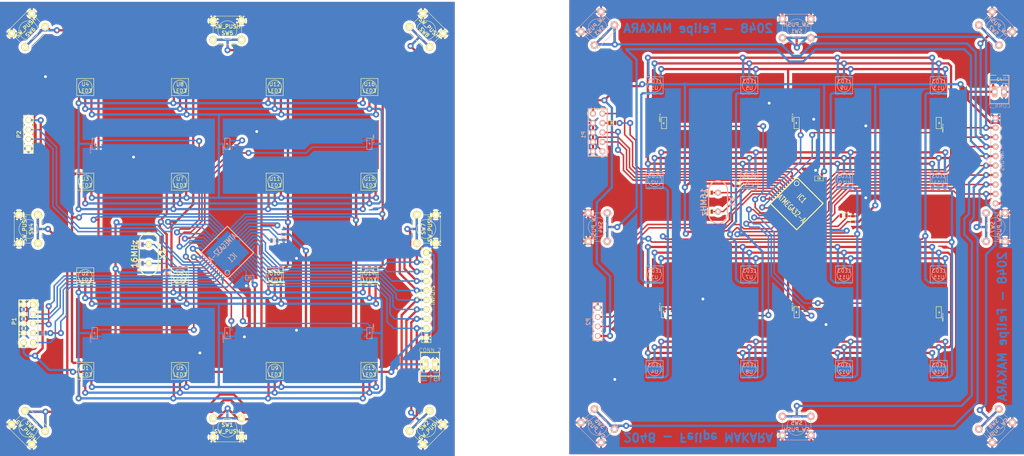
<source format=kicad_pcb>
(kicad_pcb (version 3) (host pcbnew "(2013-03-19 BZR 4004)-stable")
  (layers (15 Dessus.Cu signal) (0 Dessous.Cu signal))
  (net 0 "")
  (net 1 +5V)
  (net 2 /A_RESET)
  (net 3 /L1)
  (net 4 /L2)
  (net 5 /L3)
  (net 6 /L4)
  (net 7 /L5)
  (net 8 /L6)
  (net 9 /L7)
  (net 10 /L8)
  (net 11 /SPI_CLK)
  (net 12 /SPI_MISO)
  (net 13 /SPI_MOSI)
  (net 14 /SPI_SS)
  (net 15 /T1)
  (net 16 /T2)
  (net 17 /T3)
  (net 18 /T4)
  (net 19 /T5)
  (net 20 /T6)
  (net 21 GND)
  (net 22 N-000001)
  (net 23 N-000002)
  (net 24 N-0000020)
  (net 25 N-000003)
  (net 26 N-0000030)
  (net 27 N-0000031)
  (net 28 N-0000032)
  (net 29 N-0000033)
  (net 30 N-0000034)
  (net 31 N-0000035)
  (net 32 N-0000036)
  (net 33 N-0000037)
  (net 34 N-0000038)
  (net 35 N-0000039)
  (net 36 N-0000040)
  (net 37 N-0000041)
  (net 38 N-0000042)
  (net 39 N-0000043)
  (net 40 N-0000044)
  (net 41 N-0000045)
  (module TQFP44 (layer Dessus.Cu) (at 224.79 65.786 315)
    (fp_text reference IC1)
    (fp_text value ATMEGA32-A)
    (pad 39 smd rect (at 0 -5.715 315) (size 0.4064 1.524) (layers Dessus.Cu Dessus.Pate Dessus.Masque) (net 21 GND))
    (pad 40 smd rect (at -0.8001 -5.715 315) (size 0.4064 1.524) (layers Dessus.Cu Dessus.Pate Dessus.Masque))
    (pad 41 smd rect (at -1.6002 -5.715 315) (size 0.4064 1.524) (layers Dessus.Cu Dessus.Pate Dessus.Masque))
    (pad 42 smd rect (at -2.4003 -5.715 315) (size 0.4064 1.524) (layers Dessus.Cu Dessus.Pate Dessus.Masque))
    (pad 43 smd rect (at -3.2004 -5.715 315) (size 0.4064 1.524) (layers Dessus.Cu Dessus.Pate Dessus.Masque))
    (pad 44 smd rect (at -4.0005 -5.715 315) (size 0.4064 1.524) (layers Dessus.Cu Dessus.Pate Dessus.Masque) (net 14 /SPI_SS))
    (pad 38 smd rect (at 0.8001 -5.715 315) (size 0.4064 1.524) (layers Dessus.Cu Dessus.Pate Dessus.Masque) (net 1 +5V))
    (pad 37 smd rect (at 1.6002 -5.715 315) (size 0.4064 1.524) (layers Dessus.Cu Dessus.Pate Dessus.Masque) (net 29 N-0000033))
    (pad 36 smd rect (at 2.4003 -5.715 315) (size 0.4064 1.524) (layers Dessus.Cu Dessus.Pate Dessus.Masque) (net 30 N-0000034))
    (pad 35 smd rect (at 3.2004 -5.715 315) (size 0.4064 1.524) (layers Dessus.Cu Dessus.Pate Dessus.Masque) (net 31 N-0000035))
    (pad 34 smd rect (at 4.0005 -5.715 315) (size 0.4064 1.524) (layers Dessus.Cu Dessus.Pate Dessus.Masque) (net 32 N-0000036))
    (pad 17 smd rect (at 0 5.715 315) (size 0.4064 1.524) (layers Dessus.Cu Dessus.Pate Dessus.Masque) (net 1 +5V))
    (pad 16 smd rect (at -0.8001 5.715 315) (size 0.4064 1.524) (layers Dessus.Cu Dessus.Pate Dessus.Masque) (net 15 /T1))
    (pad 15 smd rect (at -1.6002 5.715 315) (size 0.4064 1.524) (layers Dessus.Cu Dessus.Pate Dessus.Masque) (net 16 /T2))
    (pad 14 smd rect (at -2.4003 5.715 315) (size 0.4064 1.524) (layers Dessus.Cu Dessus.Pate Dessus.Masque) (net 17 /T3))
    (pad 13 smd rect (at -3.2004 5.715 315) (size 0.4064 1.524) (layers Dessus.Cu Dessus.Pate Dessus.Masque) (net 18 /T4))
    (pad 12 smd rect (at -4.0005 5.715 315) (size 0.4064 1.524) (layers Dessus.Cu Dessus.Pate Dessus.Masque) (net 19 /T5))
    (pad 18 smd rect (at 0.8001 5.715 315) (size 0.4064 1.524) (layers Dessus.Cu Dessus.Pate Dessus.Masque) (net 21 GND))
    (pad 19 smd rect (at 1.6002 5.715 315) (size 0.4064 1.524) (layers Dessus.Cu Dessus.Pate Dessus.Masque) (net 8 /L6))
    (pad 20 smd rect (at 2.4003 5.715 315) (size 0.4064 1.524) (layers Dessus.Cu Dessus.Pate Dessus.Masque) (net 4 /L2))
    (pad 21 smd rect (at 3.2004 5.715 315) (size 0.4064 1.524) (layers Dessus.Cu Dessus.Pate Dessus.Masque) (net 3 /L1))
    (pad 22 smd rect (at 4.0005 5.715 315) (size 0.4064 1.524) (layers Dessus.Cu Dessus.Pate Dessus.Masque) (net 7 /L5))
    (pad 6 smd rect (at -5.715 0 315) (size 1.524 0.4064) (layers Dessus.Cu Dessus.Pate Dessus.Masque) (net 21 GND))
    (pad 28 smd rect (at 5.715 0 315) (size 1.524 0.4064) (layers Dessus.Cu Dessus.Pate Dessus.Masque) (net 21 GND))
    (pad 7 smd rect (at -5.715 0.8001 315) (size 1.524 0.4064) (layers Dessus.Cu Dessus.Pate Dessus.Masque) (net 39 N-0000043))
    (pad 27 smd rect (at 5.715 0.8001 315) (size 1.524 0.4064) (layers Dessus.Cu Dessus.Pate Dessus.Masque) (net 1 +5V))
    (pad 26 smd rect (at 5.715 1.6002 315) (size 1.524 0.4064) (layers Dessus.Cu Dessus.Pate Dessus.Masque) (net 9 /L7))
    (pad 8 smd rect (at -5.715 1.6002 315) (size 1.524 0.4064) (layers Dessus.Cu Dessus.Pate Dessus.Masque) (net 40 N-0000044))
    (pad 9 smd rect (at -5.715 2.4003 315) (size 1.524 0.4064) (layers Dessus.Cu Dessus.Pate Dessus.Masque) (net 37 N-0000041))
    (pad 25 smd rect (at 5.715 2.4003 315) (size 1.524 0.4064) (layers Dessus.Cu Dessus.Pate Dessus.Masque) (net 5 /L3))
    (pad 24 smd rect (at 5.715 3.2004 315) (size 1.524 0.4064) (layers Dessus.Cu Dessus.Pate Dessus.Masque) (net 10 /L8))
    (pad 10 smd rect (at -5.715 3.2004 315) (size 1.524 0.4064) (layers Dessus.Cu Dessus.Pate Dessus.Masque) (net 28 N-0000032))
    (pad 11 smd rect (at -5.715 4.0005 315) (size 1.524 0.4064) (layers Dessus.Cu Dessus.Pate Dessus.Masque) (net 20 /T6))
    (pad 23 smd rect (at 5.715 4.0005 315) (size 1.524 0.4064) (layers Dessus.Cu Dessus.Pate Dessus.Masque) (net 6 /L4))
    (pad 29 smd rect (at 5.715 -0.8001 315) (size 1.524 0.4064) (layers Dessus.Cu Dessus.Pate Dessus.Masque) (net 38 N-0000042))
    (pad 5 smd rect (at -5.715 -0.8001 315) (size 1.524 0.4064) (layers Dessus.Cu Dessus.Pate Dessus.Masque) (net 1 +5V))
    (pad 4 smd rect (at -5.715 -1.6002 315) (size 1.524 0.4064) (layers Dessus.Cu Dessus.Pate Dessus.Masque) (net 2 /A_RESET))
    (pad 30 smd rect (at 5.715 -1.6002 315) (size 1.524 0.4064) (layers Dessus.Cu Dessus.Pate Dessus.Masque) (net 36 N-0000040))
    (pad 31 smd rect (at 5.715 -2.4003 315) (size 1.524 0.4064) (layers Dessus.Cu Dessus.Pate Dessus.Masque) (net 35 N-0000039))
    (pad 3 smd rect (at -5.715 -2.4003 315) (size 1.524 0.4064) (layers Dessus.Cu Dessus.Pate Dessus.Masque) (net 11 /SPI_CLK))
    (pad 2 smd rect (at -5.715 -3.2004 315) (size 1.524 0.4064) (layers Dessus.Cu Dessus.Pate Dessus.Masque) (net 12 /SPI_MISO))
    (pad 32 smd rect (at 5.715 -3.2004 315) (size 1.524 0.4064) (layers Dessus.Cu Dessus.Pate Dessus.Masque) (net 34 N-0000038))
    (pad 33 smd rect (at 5.715 -4.0005 315) (size 1.524 0.4064) (layers Dessus.Cu Dessus.Pate Dessus.Masque) (net 33 N-0000037))
    (pad 1 smd rect (at -5.715 -4.0005 315) (size 1.524 0.4064) (layers Dessus.Cu Dessus.Pate Dessus.Masque) (net 13 /SPI_MOSI))
  )
  (module SW_PUSH_SMALL (layer Dessous.Cu) (at 278.13 125.476 225)
    (fp_text reference SW8)
    (fp_text value SW_PUSH)
    (pad 1 thru_hole circle (at 3.81 2.54 225) (size 2.032 2.032) (drill 1.016) (layers *.Cu *.Mask Dessous.SilkS) (net 36 N-0000040))
    (pad 2 thru_hole circle (at 3.81 -2.54 225) (size 2.032 2.032) (drill 1.016) (layers *.Cu *.Mask Dessous.SilkS) (net 21 GND))
    (pad 1 thru_hole circle (at -3.81 2.54 225) (size 2.032 2.032) (drill 1.016) (layers *.Cu *.Mask Dessous.SilkS) (net 36 N-0000040))
    (pad 2 thru_hole circle (at -3.81 -2.54 225) (size 2.032 2.032) (drill 1.016) (layers *.Cu *.Mask Dessous.SilkS) (net 21 GND))
  )
  (module SW_PUSH_SMALL (layer Dessous.Cu) (at 278.13 72.136 270)
    (fp_text reference SW7)
    (fp_text value SW_PUSH)
    (pad 1 thru_hole circle (at 3.81 2.54 270) (size 2.032 2.032) (drill 1.016) (layers *.Cu *.Mask Dessous.SilkS) (net 35 N-0000039))
    (pad 2 thru_hole circle (at 3.81 -2.54 270) (size 2.032 2.032) (drill 1.016) (layers *.Cu *.Mask Dessous.SilkS) (net 21 GND))
    (pad 1 thru_hole circle (at -3.81 2.54 270) (size 2.032 2.032) (drill 1.016) (layers *.Cu *.Mask Dessous.SilkS) (net 35 N-0000039))
    (pad 2 thru_hole circle (at -3.81 -2.54 270) (size 2.032 2.032) (drill 1.016) (layers *.Cu *.Mask Dessous.SilkS) (net 21 GND))
  )
  (module SW_PUSH_SMALL (layer Dessous.Cu) (at 171.45 125.476 135)
    (fp_text reference SW6)
    (fp_text value SW_PUSH)
    (pad 1 thru_hole circle (at 3.81 2.54 135) (size 2.032 2.032) (drill 1.016) (layers *.Cu *.Mask Dessous.SilkS) (net 34 N-0000038))
    (pad 2 thru_hole circle (at 3.81 -2.54 135) (size 2.032 2.032) (drill 1.016) (layers *.Cu *.Mask Dessous.SilkS) (net 21 GND))
    (pad 1 thru_hole circle (at -3.81 2.54 135) (size 2.032 2.032) (drill 1.016) (layers *.Cu *.Mask Dessous.SilkS) (net 34 N-0000038))
    (pad 2 thru_hole circle (at -3.81 -2.54 135) (size 2.032 2.032) (drill 1.016) (layers *.Cu *.Mask Dessous.SilkS) (net 21 GND))
  )
  (module SW_PUSH_SMALL (layer Dessous.Cu) (at 224.79 125.476 180)
    (fp_text reference SW5)
    (fp_text value SW_PUSH)
    (pad 1 thru_hole circle (at 3.81 2.54 180) (size 2.032 2.032) (drill 1.016) (layers *.Cu *.Mask Dessous.SilkS) (net 33 N-0000037))
    (pad 2 thru_hole circle (at 3.81 -2.54 180) (size 2.032 2.032) (drill 1.016) (layers *.Cu *.Mask Dessous.SilkS) (net 21 GND))
    (pad 1 thru_hole circle (at -3.81 2.54 180) (size 2.032 2.032) (drill 1.016) (layers *.Cu *.Mask Dessous.SilkS) (net 33 N-0000037))
    (pad 2 thru_hole circle (at -3.81 -2.54 180) (size 2.032 2.032) (drill 1.016) (layers *.Cu *.Mask Dessous.SilkS) (net 21 GND))
  )
  (module SW_PUSH_SMALL (layer Dessous.Cu) (at 171.45 72.136 90)
    (fp_text reference SW4)
    (fp_text value SW_PUSH)
    (pad 1 thru_hole circle (at 3.81 2.54 90) (size 2.032 2.032) (drill 1.016) (layers *.Cu *.Mask Dessous.SilkS) (net 32 N-0000036))
    (pad 2 thru_hole circle (at 3.81 -2.54 90) (size 2.032 2.032) (drill 1.016) (layers *.Cu *.Mask Dessous.SilkS) (net 21 GND))
    (pad 1 thru_hole circle (at -3.81 2.54 90) (size 2.032 2.032) (drill 1.016) (layers *.Cu *.Mask Dessous.SilkS) (net 32 N-0000036))
    (pad 2 thru_hole circle (at -3.81 -2.54 90) (size 2.032 2.032) (drill 1.016) (layers *.Cu *.Mask Dessous.SilkS) (net 21 GND))
  )
  (module SW_PUSH_SMALL (layer Dessous.Cu) (at 171.45 18.796 45)
    (fp_text reference SW3)
    (fp_text value SW_PUSH)
    (pad 1 thru_hole circle (at 3.81 2.54 45) (size 2.032 2.032) (drill 1.016) (layers *.Cu *.Mask Dessous.SilkS) (net 31 N-0000035))
    (pad 2 thru_hole circle (at 3.81 -2.54 45) (size 2.032 2.032) (drill 1.016) (layers *.Cu *.Mask Dessous.SilkS) (net 21 GND))
    (pad 1 thru_hole circle (at -3.81 2.54 45) (size 2.032 2.032) (drill 1.016) (layers *.Cu *.Mask Dessous.SilkS) (net 31 N-0000035))
    (pad 2 thru_hole circle (at -3.81 -2.54 45) (size 2.032 2.032) (drill 1.016) (layers *.Cu *.Mask Dessous.SilkS) (net 21 GND))
  )
  (module SW_PUSH_SMALL (layer Dessous.Cu) (at 278.13 18.796 315)
    (fp_text reference SW2)
    (fp_text value SW_PUSH)
    (pad 1 thru_hole circle (at 3.81 2.54 315) (size 2.032 2.032) (drill 1.016) (layers *.Cu *.Mask Dessous.SilkS) (net 30 N-0000034))
    (pad 2 thru_hole circle (at 3.81 -2.54 315) (size 2.032 2.032) (drill 1.016) (layers *.Cu *.Mask Dessous.SilkS) (net 21 GND))
    (pad 1 thru_hole circle (at -3.81 2.54 315) (size 2.032 2.032) (drill 1.016) (layers *.Cu *.Mask Dessous.SilkS) (net 30 N-0000034))
    (pad 2 thru_hole circle (at -3.81 -2.54 315) (size 2.032 2.032) (drill 1.016) (layers *.Cu *.Mask Dessous.SilkS) (net 21 GND))
  )
  (module SW_PUSH_SMALL (layer Dessous.Cu) (at 224.79 18.796)
    (fp_text reference SW1)
    (fp_text value SW_PUSH)
    (pad 1 thru_hole circle (at 3.81 2.54) (size 2.032 2.032) (drill 1.016) (layers *.Cu *.Mask Dessous.SilkS) (net 29 N-0000033))
    (pad 2 thru_hole circle (at 3.81 -2.54) (size 2.032 2.032) (drill 1.016) (layers *.Cu *.Mask Dessous.SilkS) (net 21 GND))
    (pad 1 thru_hole circle (at -3.81 2.54) (size 2.032 2.032) (drill 1.016) (layers *.Cu *.Mask Dessous.SilkS) (net 29 N-0000033))
    (pad 2 thru_hole circle (at -3.81 -2.54) (size 2.032 2.032) (drill 1.016) (layers *.Cu *.Mask Dessous.SilkS) (net 21 GND))
  )
  (module SM1206POL (layer Dessus.Cu) (at 279.146 32.512)
    (fp_text reference C4)
    (fp_text value 100u hide)
    (pad 1 smd rect (at -1.651 0) (size 1.524 2.032) (layers Dessus.Cu Dessus.Pate Dessus.Masque) (net 1 +5V))
    (pad 2 smd rect (at 1.651 0) (size 1.524 2.032) (layers Dessus.Cu Dessus.Pate Dessus.Masque) (net 21 GND))
  )
  (module SM0603 (layer Dessus.Cu) (at 230.7844 59.0804 180)
    (fp_text reference C6)
    (fp_text value 100n hide)
    (pad 1 smd rect (at -0.762 0 180) (size 0.635 1.143) (layers Dessus.Cu Dessus.Pate Dessus.Masque) (net 1 +5V))
    (pad 2 smd rect (at 0.762 0 180) (size 0.635 1.143) (layers Dessus.Cu Dessus.Pate Dessus.Masque) (net 21 GND))
  )
  (module SM0603 (layer Dessus.Cu) (at 239.8776 69.9516 90)
    (fp_text reference C5)
    (fp_text value 100n hide)
    (pad 1 smd rect (at -0.762 0 90) (size 0.635 1.143) (layers Dessus.Cu Dessus.Pate Dessus.Masque) (net 1 +5V))
    (pad 2 smd rect (at 0.762 0 90) (size 0.635 1.143) (layers Dessus.Cu Dessus.Pate Dessus.Masque) (net 21 GND))
  )
  (module SM0603 (layer Dessus.Cu) (at 175.3616 44.196)
    (fp_text reference R1)
    (fp_text value 0 hide)
    (pad 1 smd rect (at -0.762 0) (size 0.635 1.143) (layers Dessus.Cu Dessus.Pate Dessus.Masque) (net 24 N-0000020))
    (pad 2 smd rect (at 0.762 0) (size 0.635 1.143) (layers Dessus.Cu Dessus.Pate Dessus.Masque) (net 14 /SPI_SS))
  )
  (module SM0603 (layer Dessus.Cu) (at 237.3884 69.0372)
    (fp_text reference C3)
    (fp_text value 100n hide)
    (pad 1 smd rect (at -0.762 0) (size 0.635 1.143) (layers Dessus.Cu Dessus.Pate Dessus.Masque) (net 38 N-0000042))
    (pad 2 smd rect (at 0.762 0) (size 0.635 1.143) (layers Dessus.Cu Dessus.Pate Dessus.Masque) (net 21 GND))
  )
  (module SM0603 (layer Dessus.Cu) (at 208.8388 60.3504 270)
    (fp_text reference R2)
    (fp_text value 50k hide)
    (pad 1 smd rect (at -0.762 0 270) (size 0.635 1.143) (layers Dessus.Cu Dessus.Pate Dessus.Masque) (net 2 /A_RESET))
    (pad 2 smd rect (at 0.762 0 270) (size 0.635 1.143) (layers Dessus.Cu Dessus.Pate Dessus.Masque) (net 1 +5V))
  )
  (module SM0603 (layer Dessus.Cu) (at 201.2696 67.9704 180)
    (fp_text reference C2)
    (fp_text value 16p hide)
    (pad 1 smd rect (at -0.762 0 180) (size 0.635 1.143) (layers Dessus.Cu Dessus.Pate Dessus.Masque) (net 40 N-0000044))
    (pad 2 smd rect (at 0.762 0 180) (size 0.635 1.143) (layers Dessus.Cu Dessus.Pate Dessus.Masque) (net 21 GND))
  )
  (module SM0603 (layer Dessus.Cu) (at 201.2696 62.8904 180)
    (fp_text reference C1)
    (fp_text value 16p hide)
    (pad 1 smd rect (at -0.762 0 180) (size 0.635 1.143) (layers Dessus.Cu Dessus.Pate Dessus.Masque) (net 39 N-0000043))
    (pad 2 smd rect (at 0.762 0 180) (size 0.635 1.143) (layers Dessus.Cu Dessus.Pate Dessus.Masque) (net 21 GND))
  )
  (module PINHEAD1-2 (layer Dessous.Cu) (at 279.146 35.814 180)
    (fp_text reference P4)
    (fp_text value CONN_2)
    (pad 1 thru_hole oval (at -1.27 0 180) (size 1.50622 3.01498) (drill 0.998219) (layers *.Cu Dessous.Pate Dessous.SilkS Dessous.Masque) (net 21 GND))
    (pad 2 thru_hole oval (at 1.27 0 180) (size 1.50622 3.01498) (drill 0.998219) (layers *.Cu Dessous.Pate Dessous.SilkS Dessous.Masque) (net 1 +5V))
  )
  (module PIN_ARRAY_5x2 (layer Dessous.Cu) (at 171.45 46.736 270)
    (fp_text reference P1)
    (fp_text value ISP hide)
    (pad 1 thru_hole circle (at -5.08 -1.27 270) (size 1.651 1.651) (drill 0.889) (layers *.Cu *.Mask Dessous.SilkS) (net 13 /SPI_MOSI))
    (pad 2 thru_hole circle (at -5.08 1.27 270) (size 1.651 1.651) (drill 0.889) (layers *.Cu *.Mask Dessous.SilkS) (net 1 +5V))
    (pad 3 thru_hole circle (at -2.54 -1.27 270) (size 1.651 1.651) (drill 0.889) (layers *.Cu *.Mask Dessous.SilkS) (net 24 N-0000020))
    (pad 4 thru_hole circle (at -2.54 1.27 270) (size 1.651 1.651) (drill 0.889) (layers *.Cu *.Mask Dessous.SilkS) (net 21 GND))
    (pad 5 thru_hole circle (at 0 -1.27 270) (size 1.651 1.651) (drill 0.889) (layers *.Cu *.Mask Dessous.SilkS) (net 2 /A_RESET))
    (pad 6 thru_hole circle (at 0 1.27 270) (size 1.651 1.651) (drill 0.889) (layers *.Cu *.Mask Dessous.SilkS) (net 21 GND))
    (pad 7 thru_hole circle (at 2.54 -1.27 270) (size 1.651 1.651) (drill 0.889) (layers *.Cu *.Mask Dessous.SilkS) (net 11 /SPI_CLK))
    (pad 8 thru_hole circle (at 2.54 1.27 270) (size 1.651 1.651) (drill 0.889) (layers *.Cu *.Mask Dessous.SilkS) (net 21 GND))
    (pad 9 thru_hole circle (at 5.08 -1.27 270) (size 1.651 1.651) (drill 0.889) (layers *.Cu *.Mask Dessous.SilkS) (net 12 /SPI_MISO))
    (pad 10 thru_hole circle (at 5.08 1.27 270) (size 1.651 1.651) (drill 0.889) (layers *.Cu *.Mask Dessous.SilkS) (net 21 GND))
  )
  (module PIN_ARRAY_4x1 (layer Dessous.Cu) (at 171.45 97.536 270)
    (fp_text reference P2)
    (fp_text value SERIAL hide)
    (pad 1 thru_hole rect (at -3.81 0 270) (size 1.524 1.524) (drill 1.016) (layers *.Cu *.Mask Dessous.SilkS) (net 21 GND))
    (pad 2 thru_hole circle (at -1.27 0 270) (size 1.524 1.524) (drill 1.016) (layers *.Cu *.Mask Dessous.SilkS) (net 37 N-0000041))
    (pad 3 thru_hole circle (at 1.27 0 270) (size 1.524 1.524) (drill 1.016) (layers *.Cu *.Mask Dessous.SilkS) (net 28 N-0000032))
    (pad 4 thru_hole circle (at 3.81 0 270) (size 1.524 1.524) (drill 1.016) (layers *.Cu *.Mask Dessous.SilkS) (net 1 +5V))
  )
  (module LED3 (layer Dessous.Cu) (at 262.89 59.436)
    (fp_text reference U14)
    (fp_text value LED3)
    (pad 1 smd rect (at -1.651 2.159) (size 0.762 1.016) (layers Dessous.Cu Dessous.Pate Dessous.Masque) (net 6 /L4))
    (pad 2 smd rect (at 0 2.159) (size 0.762 1.016) (layers Dessous.Cu Dessous.Pate Dessous.Masque) (net 6 /L4))
    (pad 3 smd rect (at 1.651 2.159) (size 0.762 1.016) (layers Dessous.Cu Dessous.Pate Dessous.Masque) (net 6 /L4))
    (pad 4 smd rect (at -1.651 -2.286) (size 0.762 1.016) (layers Dessous.Cu Dessous.Pate Dessous.Masque) (net 22 N-000001))
    (pad 5 smd rect (at 0 -2.286) (size 0.762 1.016) (layers Dessous.Cu Dessous.Pate Dessous.Masque) (net 25 N-000003))
    (pad 6 smd rect (at 1.651 -2.286) (size 0.762 1.016) (layers Dessous.Cu Dessous.Pate Dessous.Masque) (net 23 N-000002))
  )
  (module LED3 (layer Dessous.Cu) (at 186.69 34.036)
    (fp_text reference U1)
    (fp_text value LED3)
    (pad 1 smd rect (at -1.651 2.159) (size 0.762 1.016) (layers Dessous.Cu Dessous.Pate Dessous.Masque) (net 7 /L5))
    (pad 2 smd rect (at 0 2.159) (size 0.762 1.016) (layers Dessous.Cu Dessous.Pate Dessous.Masque) (net 7 /L5))
    (pad 3 smd rect (at 1.651 2.159) (size 0.762 1.016) (layers Dessous.Cu Dessous.Pate Dessous.Masque) (net 7 /L5))
    (pad 4 smd rect (at -1.651 -2.286) (size 0.762 1.016) (layers Dessous.Cu Dessous.Pate Dessous.Masque) (net 22 N-000001))
    (pad 5 smd rect (at 0 -2.286) (size 0.762 1.016) (layers Dessous.Cu Dessous.Pate Dessous.Masque) (net 25 N-000003))
    (pad 6 smd rect (at 1.651 -2.286) (size 0.762 1.016) (layers Dessous.Cu Dessous.Pate Dessous.Masque) (net 23 N-000002))
  )
  (module LED3 (layer Dessous.Cu) (at 212.09 34.036)
    (fp_text reference U5)
    (fp_text value LED3)
    (pad 1 smd rect (at -1.651 2.159) (size 0.762 1.016) (layers Dessous.Cu Dessous.Pate Dessous.Masque) (net 8 /L6))
    (pad 2 smd rect (at 0 2.159) (size 0.762 1.016) (layers Dessous.Cu Dessous.Pate Dessous.Masque) (net 8 /L6))
    (pad 3 smd rect (at 1.651 2.159) (size 0.762 1.016) (layers Dessous.Cu Dessous.Pate Dessous.Masque) (net 8 /L6))
    (pad 4 smd rect (at -1.651 -2.286) (size 0.762 1.016) (layers Dessous.Cu Dessous.Pate Dessous.Masque) (net 22 N-000001))
    (pad 5 smd rect (at 0 -2.286) (size 0.762 1.016) (layers Dessous.Cu Dessous.Pate Dessous.Masque) (net 25 N-000003))
    (pad 6 smd rect (at 1.651 -2.286) (size 0.762 1.016) (layers Dessous.Cu Dessous.Pate Dessous.Masque) (net 23 N-000002))
  )
  (module LED3 (layer Dessous.Cu) (at 237.49 34.036)
    (fp_text reference U9)
    (fp_text value LED3)
    (pad 1 smd rect (at -1.651 2.159) (size 0.762 1.016) (layers Dessous.Cu Dessous.Pate Dessous.Masque) (net 9 /L7))
    (pad 2 smd rect (at 0 2.159) (size 0.762 1.016) (layers Dessous.Cu Dessous.Pate Dessous.Masque) (net 9 /L7))
    (pad 3 smd rect (at 1.651 2.159) (size 0.762 1.016) (layers Dessous.Cu Dessous.Pate Dessous.Masque) (net 9 /L7))
    (pad 4 smd rect (at -1.651 -2.286) (size 0.762 1.016) (layers Dessous.Cu Dessous.Pate Dessous.Masque) (net 22 N-000001))
    (pad 5 smd rect (at 0 -2.286) (size 0.762 1.016) (layers Dessous.Cu Dessous.Pate Dessous.Masque) (net 25 N-000003))
    (pad 6 smd rect (at 1.651 -2.286) (size 0.762 1.016) (layers Dessous.Cu Dessous.Pate Dessous.Masque) (net 23 N-000002))
  )
  (module LED3 (layer Dessous.Cu) (at 262.89 34.036)
    (fp_text reference U13)
    (fp_text value LED3)
    (pad 1 smd rect (at -1.651 2.159) (size 0.762 1.016) (layers Dessous.Cu Dessous.Pate Dessous.Masque) (net 10 /L8))
    (pad 2 smd rect (at 0 2.159) (size 0.762 1.016) (layers Dessous.Cu Dessous.Pate Dessous.Masque) (net 10 /L8))
    (pad 3 smd rect (at 1.651 2.159) (size 0.762 1.016) (layers Dessous.Cu Dessous.Pate Dessous.Masque) (net 10 /L8))
    (pad 4 smd rect (at -1.651 -2.286) (size 0.762 1.016) (layers Dessous.Cu Dessous.Pate Dessous.Masque) (net 22 N-000001))
    (pad 5 smd rect (at 0 -2.286) (size 0.762 1.016) (layers Dessous.Cu Dessous.Pate Dessous.Masque) (net 25 N-000003))
    (pad 6 smd rect (at 1.651 -2.286) (size 0.762 1.016) (layers Dessous.Cu Dessous.Pate Dessous.Masque) (net 23 N-000002))
  )
  (module LED3 (layer Dessous.Cu) (at 186.69 59.436)
    (fp_text reference U2)
    (fp_text value LED3)
    (pad 1 smd rect (at -1.651 2.159) (size 0.762 1.016) (layers Dessous.Cu Dessous.Pate Dessous.Masque) (net 3 /L1))
    (pad 2 smd rect (at 0 2.159) (size 0.762 1.016) (layers Dessous.Cu Dessous.Pate Dessous.Masque) (net 3 /L1))
    (pad 3 smd rect (at 1.651 2.159) (size 0.762 1.016) (layers Dessous.Cu Dessous.Pate Dessous.Masque) (net 3 /L1))
    (pad 4 smd rect (at -1.651 -2.286) (size 0.762 1.016) (layers Dessous.Cu Dessous.Pate Dessous.Masque) (net 22 N-000001))
    (pad 5 smd rect (at 0 -2.286) (size 0.762 1.016) (layers Dessous.Cu Dessous.Pate Dessous.Masque) (net 25 N-000003))
    (pad 6 smd rect (at 1.651 -2.286) (size 0.762 1.016) (layers Dessous.Cu Dessous.Pate Dessous.Masque) (net 23 N-000002))
  )
  (module LED3 (layer Dessous.Cu) (at 212.09 59.436)
    (fp_text reference U6)
    (fp_text value LED3)
    (pad 1 smd rect (at -1.651 2.159) (size 0.762 1.016) (layers Dessous.Cu Dessous.Pate Dessous.Masque) (net 4 /L2))
    (pad 2 smd rect (at 0 2.159) (size 0.762 1.016) (layers Dessous.Cu Dessous.Pate Dessous.Masque) (net 4 /L2))
    (pad 3 smd rect (at 1.651 2.159) (size 0.762 1.016) (layers Dessous.Cu Dessous.Pate Dessous.Masque) (net 4 /L2))
    (pad 4 smd rect (at -1.651 -2.286) (size 0.762 1.016) (layers Dessous.Cu Dessous.Pate Dessous.Masque) (net 22 N-000001))
    (pad 5 smd rect (at 0 -2.286) (size 0.762 1.016) (layers Dessous.Cu Dessous.Pate Dessous.Masque) (net 25 N-000003))
    (pad 6 smd rect (at 1.651 -2.286) (size 0.762 1.016) (layers Dessous.Cu Dessous.Pate Dessous.Masque) (net 23 N-000002))
  )
  (module LED3 (layer Dessous.Cu) (at 237.49 59.436)
    (fp_text reference U10)
    (fp_text value LED3)
    (pad 1 smd rect (at -1.651 2.159) (size 0.762 1.016) (layers Dessous.Cu Dessous.Pate Dessous.Masque) (net 5 /L3))
    (pad 2 smd rect (at 0 2.159) (size 0.762 1.016) (layers Dessous.Cu Dessous.Pate Dessous.Masque) (net 5 /L3))
    (pad 3 smd rect (at 1.651 2.159) (size 0.762 1.016) (layers Dessous.Cu Dessous.Pate Dessous.Masque) (net 5 /L3))
    (pad 4 smd rect (at -1.651 -2.286) (size 0.762 1.016) (layers Dessous.Cu Dessous.Pate Dessous.Masque) (net 22 N-000001))
    (pad 5 smd rect (at 0 -2.286) (size 0.762 1.016) (layers Dessous.Cu Dessous.Pate Dessous.Masque) (net 25 N-000003))
    (pad 6 smd rect (at 1.651 -2.286) (size 0.762 1.016) (layers Dessous.Cu Dessous.Pate Dessous.Masque) (net 23 N-000002))
  )
  (module LED3 (layer Dessous.Cu) (at 186.69 84.836)
    (fp_text reference U3)
    (fp_text value LED3)
    (pad 1 smd rect (at -1.651 2.159) (size 0.762 1.016) (layers Dessous.Cu Dessous.Pate Dessous.Masque) (net 7 /L5))
    (pad 2 smd rect (at 0 2.159) (size 0.762 1.016) (layers Dessous.Cu Dessous.Pate Dessous.Masque) (net 7 /L5))
    (pad 3 smd rect (at 1.651 2.159) (size 0.762 1.016) (layers Dessous.Cu Dessous.Pate Dessous.Masque) (net 7 /L5))
    (pad 4 smd rect (at -1.651 -2.286) (size 0.762 1.016) (layers Dessous.Cu Dessous.Pate Dessous.Masque) (net 26 N-0000030))
    (pad 5 smd rect (at 0 -2.286) (size 0.762 1.016) (layers Dessous.Cu Dessous.Pate Dessous.Masque) (net 27 N-0000031))
    (pad 6 smd rect (at 1.651 -2.286) (size 0.762 1.016) (layers Dessous.Cu Dessous.Pate Dessous.Masque) (net 41 N-0000045))
  )
  (module LED3 (layer Dessous.Cu) (at 212.09 84.836)
    (fp_text reference U7)
    (fp_text value LED3)
    (pad 1 smd rect (at -1.651 2.159) (size 0.762 1.016) (layers Dessous.Cu Dessous.Pate Dessous.Masque) (net 8 /L6))
    (pad 2 smd rect (at 0 2.159) (size 0.762 1.016) (layers Dessous.Cu Dessous.Pate Dessous.Masque) (net 8 /L6))
    (pad 3 smd rect (at 1.651 2.159) (size 0.762 1.016) (layers Dessous.Cu Dessous.Pate Dessous.Masque) (net 8 /L6))
    (pad 4 smd rect (at -1.651 -2.286) (size 0.762 1.016) (layers Dessous.Cu Dessous.Pate Dessous.Masque) (net 26 N-0000030))
    (pad 5 smd rect (at 0 -2.286) (size 0.762 1.016) (layers Dessous.Cu Dessous.Pate Dessous.Masque) (net 27 N-0000031))
    (pad 6 smd rect (at 1.651 -2.286) (size 0.762 1.016) (layers Dessous.Cu Dessous.Pate Dessous.Masque) (net 41 N-0000045))
  )
  (module LED3 (layer Dessous.Cu) (at 237.49 84.836)
    (fp_text reference U11)
    (fp_text value LED3)
    (pad 1 smd rect (at -1.651 2.159) (size 0.762 1.016) (layers Dessous.Cu Dessous.Pate Dessous.Masque) (net 9 /L7))
    (pad 2 smd rect (at 0 2.159) (size 0.762 1.016) (layers Dessous.Cu Dessous.Pate Dessous.Masque) (net 9 /L7))
    (pad 3 smd rect (at 1.651 2.159) (size 0.762 1.016) (layers Dessous.Cu Dessous.Pate Dessous.Masque) (net 9 /L7))
    (pad 4 smd rect (at -1.651 -2.286) (size 0.762 1.016) (layers Dessous.Cu Dessous.Pate Dessous.Masque) (net 26 N-0000030))
    (pad 5 smd rect (at 0 -2.286) (size 0.762 1.016) (layers Dessous.Cu Dessous.Pate Dessous.Masque) (net 27 N-0000031))
    (pad 6 smd rect (at 1.651 -2.286) (size 0.762 1.016) (layers Dessous.Cu Dessous.Pate Dessous.Masque) (net 41 N-0000045))
  )
  (module LED3 (layer Dessous.Cu) (at 262.89 84.836)
    (fp_text reference U15)
    (fp_text value LED3)
    (pad 1 smd rect (at -1.651 2.159) (size 0.762 1.016) (layers Dessous.Cu Dessous.Pate Dessous.Masque) (net 10 /L8))
    (pad 2 smd rect (at 0 2.159) (size 0.762 1.016) (layers Dessous.Cu Dessous.Pate Dessous.Masque) (net 10 /L8))
    (pad 3 smd rect (at 1.651 2.159) (size 0.762 1.016) (layers Dessous.Cu Dessous.Pate Dessous.Masque) (net 10 /L8))
    (pad 4 smd rect (at -1.651 -2.286) (size 0.762 1.016) (layers Dessous.Cu Dessous.Pate Dessous.Masque) (net 26 N-0000030))
    (pad 5 smd rect (at 0 -2.286) (size 0.762 1.016) (layers Dessous.Cu Dessous.Pate Dessous.Masque) (net 27 N-0000031))
    (pad 6 smd rect (at 1.651 -2.286) (size 0.762 1.016) (layers Dessous.Cu Dessous.Pate Dessous.Masque) (net 41 N-0000045))
  )
  (module LED3 (layer Dessous.Cu) (at 186.69 110.236)
    (fp_text reference U4)
    (fp_text value LED3)
    (pad 1 smd rect (at -1.651 2.159) (size 0.762 1.016) (layers Dessous.Cu Dessous.Pate Dessous.Masque) (net 3 /L1))
    (pad 2 smd rect (at 0 2.159) (size 0.762 1.016) (layers Dessous.Cu Dessous.Pate Dessous.Masque) (net 3 /L1))
    (pad 3 smd rect (at 1.651 2.159) (size 0.762 1.016) (layers Dessous.Cu Dessous.Pate Dessous.Masque) (net 3 /L1))
    (pad 4 smd rect (at -1.651 -2.286) (size 0.762 1.016) (layers Dessous.Cu Dessous.Pate Dessous.Masque) (net 26 N-0000030))
    (pad 5 smd rect (at 0 -2.286) (size 0.762 1.016) (layers Dessous.Cu Dessous.Pate Dessous.Masque) (net 27 N-0000031))
    (pad 6 smd rect (at 1.651 -2.286) (size 0.762 1.016) (layers Dessous.Cu Dessous.Pate Dessous.Masque) (net 41 N-0000045))
  )
  (module LED3 (layer Dessous.Cu) (at 212.09 110.236)
    (fp_text reference U8)
    (fp_text value LED3)
    (pad 1 smd rect (at -1.651 2.159) (size 0.762 1.016) (layers Dessous.Cu Dessous.Pate Dessous.Masque) (net 4 /L2))
    (pad 2 smd rect (at 0 2.159) (size 0.762 1.016) (layers Dessous.Cu Dessous.Pate Dessous.Masque) (net 4 /L2))
    (pad 3 smd rect (at 1.651 2.159) (size 0.762 1.016) (layers Dessous.Cu Dessous.Pate Dessous.Masque) (net 4 /L2))
    (pad 4 smd rect (at -1.651 -2.286) (size 0.762 1.016) (layers Dessous.Cu Dessous.Pate Dessous.Masque) (net 26 N-0000030))
    (pad 5 smd rect (at 0 -2.286) (size 0.762 1.016) (layers Dessous.Cu Dessous.Pate Dessous.Masque) (net 27 N-0000031))
    (pad 6 smd rect (at 1.651 -2.286) (size 0.762 1.016) (layers Dessous.Cu Dessous.Pate Dessous.Masque) (net 41 N-0000045))
  )
  (module LED3 (layer Dessous.Cu) (at 237.49 110.236)
    (fp_text reference U12)
    (fp_text value LED3)
    (pad 1 smd rect (at -1.651 2.159) (size 0.762 1.016) (layers Dessous.Cu Dessous.Pate Dessous.Masque) (net 5 /L3))
    (pad 2 smd rect (at 0 2.159) (size 0.762 1.016) (layers Dessous.Cu Dessous.Pate Dessous.Masque) (net 5 /L3))
    (pad 3 smd rect (at 1.651 2.159) (size 0.762 1.016) (layers Dessous.Cu Dessous.Pate Dessous.Masque) (net 5 /L3))
    (pad 4 smd rect (at -1.651 -2.286) (size 0.762 1.016) (layers Dessous.Cu Dessous.Pate Dessous.Masque) (net 26 N-0000030))
    (pad 5 smd rect (at 0 -2.286) (size 0.762 1.016) (layers Dessous.Cu Dessous.Pate Dessous.Masque) (net 27 N-0000031))
    (pad 6 smd rect (at 1.651 -2.286) (size 0.762 1.016) (layers Dessous.Cu Dessous.Pate Dessous.Masque) (net 41 N-0000045))
  )
  (module LED3 (layer Dessous.Cu) (at 262.89 110.236)
    (fp_text reference U16)
    (fp_text value LED3)
    (pad 1 smd rect (at -1.651 2.159) (size 0.762 1.016) (layers Dessous.Cu Dessous.Pate Dessous.Masque) (net 6 /L4))
    (pad 2 smd rect (at 0 2.159) (size 0.762 1.016) (layers Dessous.Cu Dessous.Pate Dessous.Masque) (net 6 /L4))
    (pad 3 smd rect (at 1.651 2.159) (size 0.762 1.016) (layers Dessous.Cu Dessous.Pate Dessous.Masque) (net 6 /L4))
    (pad 4 smd rect (at -1.651 -2.286) (size 0.762 1.016) (layers Dessous.Cu Dessous.Pate Dessous.Masque) (net 26 N-0000030))
    (pad 5 smd rect (at 0 -2.286) (size 0.762 1.016) (layers Dessous.Cu Dessous.Pate Dessous.Masque) (net 27 N-0000031))
    (pad 6 smd rect (at 1.651 -2.286) (size 0.762 1.016) (layers Dessous.Cu Dessous.Pate Dessous.Masque) (net 41 N-0000045))
  )
  (module HC-49V (layer Dessous.Cu) (at 203.708 65.4304 90)
    (fp_text reference X1)
    (fp_text value 16MHz)
    (pad 1 thru_hole circle (at -2.54 0 90) (size 1.651 1.651) (drill 0.762) (layers *.Cu *.Mask Dessous.SilkS) (net 40 N-0000044))
    (pad 2 thru_hole circle (at 2.54 0 90) (size 1.651 1.651) (drill 0.762) (layers *.Cu *.Mask Dessous.SilkS) (net 39 N-0000043))
  )
  (module CONN_10 (layer Dessous.Cu) (at 278.13 54.356 270)
    (fp_text reference P3)
    (fp_text value INPUTS)
    (pad 1 thru_hole circle (at -11.43 0 270) (size 1.651 1.651) (drill 0.762) (layers *.Cu *.Mask Dessous.SilkS) (net 21 GND))
    (pad 2 thru_hole circle (at -8.89 0 270) (size 1.651 1.651) (drill 0.762) (layers *.Cu *.Mask Dessous.SilkS) (net 29 N-0000033))
    (pad 3 thru_hole circle (at -6.35 0 270) (size 1.651 1.651) (drill 0.762) (layers *.Cu *.Mask Dessous.SilkS) (net 30 N-0000034))
    (pad 4 thru_hole circle (at -3.81 0 270) (size 1.651 1.651) (drill 0.762) (layers *.Cu *.Mask Dessous.SilkS) (net 31 N-0000035))
    (pad 5 thru_hole circle (at -1.27 0 270) (size 1.651 1.651) (drill 0.762) (layers *.Cu *.Mask Dessous.SilkS) (net 32 N-0000036))
    (pad 6 thru_hole circle (at 1.27 0 270) (size 1.651 1.651) (drill 0.762) (layers *.Cu *.Mask Dessous.SilkS) (net 33 N-0000037))
    (pad 7 thru_hole circle (at 3.81 0 270) (size 1.651 1.651) (drill 0.762) (layers *.Cu *.Mask Dessous.SilkS) (net 34 N-0000038))
    (pad 8 thru_hole circle (at 6.35 0 270) (size 1.651 1.651) (drill 0.762) (layers *.Cu *.Mask Dessous.SilkS) (net 35 N-0000039))
    (pad 9 thru_hole circle (at 8.89 0 270) (size 1.651 1.651) (drill 0.762) (layers *.Cu *.Mask Dessous.SilkS) (net 36 N-0000040))
    (pad 10 thru_hole circle (at 11.43 0 270) (size 1.651 1.651) (drill 0.762) (layers *.Cu *.Mask Dessous.SilkS) (net 1 +5V))
  )
  (module BSH103 (layer Dessus.Cu) (at 189.23 94.996 90)
    (fp_text reference Q2)
    (fp_text value MOSFET_N)
    (pad G smd rect (at -0.9 1.1 90) (size 0.5 0.7) (layers Dessus.Cu Dessus.Pate Dessus.Masque) (net 15 /T1))
    (pad D smd rect (at 0 -1.1 90) (size 0.5 0.7) (layers Dessus.Cu Dessus.Pate Dessus.Masque) (net 26 N-0000030))
    (pad S smd rect (at 0.9 1.1 90) (size 0.5 0.7) (layers Dessus.Cu Dessus.Pate Dessus.Masque) (net 21 GND))
  )
  (module BSH103 (layer Dessus.Cu) (at 224.79 94.996 90)
    (fp_text reference Q6)
    (fp_text value MOSFET_N)
    (pad G smd rect (at -0.9 1.1 90) (size 0.5 0.7) (layers Dessus.Cu Dessus.Pate Dessus.Masque) (net 17 /T3))
    (pad D smd rect (at 0 -1.1 90) (size 0.5 0.7) (layers Dessus.Cu Dessus.Pate Dessus.Masque) (net 41 N-0000045))
    (pad S smd rect (at 0.9 1.1 90) (size 0.5 0.7) (layers Dessus.Cu Dessus.Pate Dessus.Masque) (net 21 GND))
  )
  (module BSH103 (layer Dessus.Cu) (at 262.89 44.196 270)
    (fp_text reference Q3)
    (fp_text value MOSFET_N)
    (pad G smd rect (at -0.9 1.1 270) (size 0.5 0.7) (layers Dessus.Cu Dessus.Pate Dessus.Masque) (net 19 /T5))
    (pad D smd rect (at 0 -1.1 270) (size 0.5 0.7) (layers Dessus.Cu Dessus.Pate Dessus.Masque) (net 25 N-000003))
    (pad S smd rect (at 0.9 1.1 270) (size 0.5 0.7) (layers Dessus.Cu Dessus.Pate Dessus.Masque) (net 21 GND))
  )
  (module BSH103 (layer Dessus.Cu) (at 224.79 44.196 90)
    (fp_text reference Q5)
    (fp_text value MOSFET_N)
    (pad G smd rect (at -0.9 1.1 90) (size 0.5 0.7) (layers Dessus.Cu Dessus.Pate Dessus.Masque) (net 20 /T6))
    (pad D smd rect (at 0 -1.1 90) (size 0.5 0.7) (layers Dessus.Cu Dessus.Pate Dessus.Masque) (net 23 N-000002))
    (pad S smd rect (at 0.9 1.1 90) (size 0.5 0.7) (layers Dessus.Cu Dessus.Pate Dessus.Masque) (net 21 GND))
  )
  (module BSH103 (layer Dessus.Cu) (at 189.23 44.196 90)
    (fp_text reference Q1)
    (fp_text value MOSFET_N)
    (pad G smd rect (at -0.9 1.1 90) (size 0.5 0.7) (layers Dessus.Cu Dessus.Pate Dessus.Masque) (net 18 /T4))
    (pad D smd rect (at 0 -1.1 90) (size 0.5 0.7) (layers Dessus.Cu Dessus.Pate Dessus.Masque) (net 22 N-000001))
    (pad S smd rect (at 0.9 1.1 90) (size 0.5 0.7) (layers Dessus.Cu Dessus.Pate Dessus.Masque) (net 21 GND))
  )
  (module BSH103 (layer Dessus.Cu) (at 262.89 94.996 270)
    (fp_text reference Q4)
    (fp_text value MOSFET_N)
    (pad G smd rect (at -0.9 1.1 270) (size 0.5 0.7) (layers Dessus.Cu Dessus.Pate Dessus.Masque) (net 16 /T2))
    (pad D smd rect (at 0 -1.1 270) (size 0.5 0.7) (layers Dessus.Cu Dessus.Pate Dessus.Masque) (net 27 N-0000031))
    (pad S smd rect (at 0.9 1.1 270) (size 0.5 0.7) (layers Dessus.Cu Dessus.Pate Dessus.Masque) (net 21 GND))
  )
  (module BSH103 (layer Dessous.Cu) (at 110.236 49.784 90)
    (fp_text reference Q4)
    (fp_text value MOSFET_N)
    (pad G smd rect (at -0.9 -1.1 90) (size 0.5 0.7) (layers Dessous.Cu Dessous.Pate Dessous.Masque) (net 16 /T2))
    (pad D smd rect (at 0 1.1 90) (size 0.5 0.7) (layers Dessous.Cu Dessous.Pate Dessous.Masque) (net 27 N-0000031))
    (pad S smd rect (at 0.9 -1.1 90) (size 0.5 0.7) (layers Dessous.Cu Dessous.Pate Dessous.Masque) (net 21 GND))
  )
  (module BSH103 (layer Dessous.Cu) (at 36.576 100.584 270)
    (fp_text reference Q1)
    (fp_text value MOSFET_N)
    (pad G smd rect (at -0.9 -1.1 270) (size 0.5 0.7) (layers Dessous.Cu Dessous.Pate Dessous.Masque) (net 18 /T4))
    (pad D smd rect (at 0 1.1 270) (size 0.5 0.7) (layers Dessous.Cu Dessous.Pate Dessous.Masque) (net 22 N-000001))
    (pad S smd rect (at 0.9 -1.1 270) (size 0.5 0.7) (layers Dessous.Cu Dessous.Pate Dessous.Masque) (net 21 GND))
  )
  (module BSH103 (layer Dessous.Cu) (at 72.136 100.584 270)
    (fp_text reference Q5)
    (fp_text value MOSFET_N)
    (pad G smd rect (at -0.9 -1.1 270) (size 0.5 0.7) (layers Dessous.Cu Dessous.Pate Dessous.Masque) (net 20 /T6))
    (pad D smd rect (at 0 1.1 270) (size 0.5 0.7) (layers Dessous.Cu Dessous.Pate Dessous.Masque) (net 23 N-000002))
    (pad S smd rect (at 0.9 -1.1 270) (size 0.5 0.7) (layers Dessous.Cu Dessous.Pate Dessous.Masque) (net 21 GND))
  )
  (module BSH103 (layer Dessous.Cu) (at 110.236 100.584 90)
    (fp_text reference Q3)
    (fp_text value MOSFET_N)
    (pad G smd rect (at -0.9 -1.1 90) (size 0.5 0.7) (layers Dessous.Cu Dessous.Pate Dessous.Masque) (net 19 /T5))
    (pad D smd rect (at 0 1.1 90) (size 0.5 0.7) (layers Dessous.Cu Dessous.Pate Dessous.Masque) (net 25 N-000003))
    (pad S smd rect (at 0.9 -1.1 90) (size 0.5 0.7) (layers Dessous.Cu Dessous.Pate Dessous.Masque) (net 21 GND))
  )
  (module BSH103 (layer Dessous.Cu) (at 72.136 49.784 270)
    (fp_text reference Q6)
    (fp_text value MOSFET_N)
    (pad G smd rect (at -0.9 -1.1 270) (size 0.5 0.7) (layers Dessous.Cu Dessous.Pate Dessous.Masque) (net 17 /T3))
    (pad D smd rect (at 0 1.1 270) (size 0.5 0.7) (layers Dessous.Cu Dessous.Pate Dessous.Masque) (net 41 N-0000045))
    (pad S smd rect (at 0.9 -1.1 270) (size 0.5 0.7) (layers Dessous.Cu Dessous.Pate Dessous.Masque) (net 21 GND))
  )
  (module BSH103 (layer Dessous.Cu) (at 36.576 49.784 270)
    (fp_text reference Q2)
    (fp_text value MOSFET_N)
    (pad G smd rect (at -0.9 -1.1 270) (size 0.5 0.7) (layers Dessous.Cu Dessous.Pate Dessous.Masque) (net 15 /T1))
    (pad D smd rect (at 0 1.1 270) (size 0.5 0.7) (layers Dessous.Cu Dessous.Pate Dessous.Masque) (net 26 N-0000030))
    (pad S smd rect (at 0.9 -1.1 270) (size 0.5 0.7) (layers Dessous.Cu Dessous.Pate Dessous.Masque) (net 21 GND))
  )
  (module CONN_10 (layer Dessus.Cu) (at 125.476 90.424 90)
    (fp_text reference P3)
    (fp_text value INPUTS)
    (pad 1 thru_hole circle (at -11.43 0 90) (size 1.651 1.651) (drill 0.762) (layers *.Cu *.Mask Dessus.SilkS) (net 21 GND))
    (pad 2 thru_hole circle (at -8.89 0 90) (size 1.651 1.651) (drill 0.762) (layers *.Cu *.Mask Dessus.SilkS) (net 29 N-0000033))
    (pad 3 thru_hole circle (at -6.35 0 90) (size 1.651 1.651) (drill 0.762) (layers *.Cu *.Mask Dessus.SilkS) (net 30 N-0000034))
    (pad 4 thru_hole circle (at -3.81 0 90) (size 1.651 1.651) (drill 0.762) (layers *.Cu *.Mask Dessus.SilkS) (net 31 N-0000035))
    (pad 5 thru_hole circle (at -1.27 0 90) (size 1.651 1.651) (drill 0.762) (layers *.Cu *.Mask Dessus.SilkS) (net 32 N-0000036))
    (pad 6 thru_hole circle (at 1.27 0 90) (size 1.651 1.651) (drill 0.762) (layers *.Cu *.Mask Dessus.SilkS) (net 33 N-0000037))
    (pad 7 thru_hole circle (at 3.81 0 90) (size 1.651 1.651) (drill 0.762) (layers *.Cu *.Mask Dessus.SilkS) (net 34 N-0000038))
    (pad 8 thru_hole circle (at 6.35 0 90) (size 1.651 1.651) (drill 0.762) (layers *.Cu *.Mask Dessus.SilkS) (net 35 N-0000039))
    (pad 9 thru_hole circle (at 8.89 0 90) (size 1.651 1.651) (drill 0.762) (layers *.Cu *.Mask Dessus.SilkS) (net 36 N-0000040))
    (pad 10 thru_hole circle (at 11.43 0 90) (size 1.651 1.651) (drill 0.762) (layers *.Cu *.Mask Dessus.SilkS) (net 1 +5V))
  )
  (module HC-49V (layer Dessus.Cu) (at 51.054 79.3496 270)
    (fp_text reference X1)
    (fp_text value 16MHz)
    (pad 1 thru_hole circle (at -2.54 0 270) (size 1.651 1.651) (drill 0.762) (layers *.Cu *.Mask Dessus.SilkS) (net 40 N-0000044))
    (pad 2 thru_hole circle (at 2.54 0 270) (size 1.651 1.651) (drill 0.762) (layers *.Cu *.Mask Dessus.SilkS) (net 39 N-0000043))
  )
  (module LED3 (layer Dessus.Cu) (at 110.236 34.544)
    (fp_text reference U16)
    (fp_text value LED3)
    (pad 1 smd rect (at -1.651 -2.159) (size 0.762 1.016) (layers Dessus.Cu Dessus.Pate Dessus.Masque) (net 6 /L4))
    (pad 2 smd rect (at 0 -2.159) (size 0.762 1.016) (layers Dessus.Cu Dessus.Pate Dessus.Masque) (net 6 /L4))
    (pad 3 smd rect (at 1.651 -2.159) (size 0.762 1.016) (layers Dessus.Cu Dessus.Pate Dessus.Masque) (net 6 /L4))
    (pad 4 smd rect (at -1.651 2.286) (size 0.762 1.016) (layers Dessus.Cu Dessus.Pate Dessus.Masque) (net 26 N-0000030))
    (pad 5 smd rect (at 0 2.286) (size 0.762 1.016) (layers Dessus.Cu Dessus.Pate Dessus.Masque) (net 27 N-0000031))
    (pad 6 smd rect (at 1.651 2.286) (size 0.762 1.016) (layers Dessus.Cu Dessus.Pate Dessus.Masque) (net 41 N-0000045))
  )
  (module LED3 (layer Dessus.Cu) (at 84.836 34.544)
    (fp_text reference U12)
    (fp_text value LED3)
    (pad 1 smd rect (at -1.651 -2.159) (size 0.762 1.016) (layers Dessus.Cu Dessus.Pate Dessus.Masque) (net 5 /L3))
    (pad 2 smd rect (at 0 -2.159) (size 0.762 1.016) (layers Dessus.Cu Dessus.Pate Dessus.Masque) (net 5 /L3))
    (pad 3 smd rect (at 1.651 -2.159) (size 0.762 1.016) (layers Dessus.Cu Dessus.Pate Dessus.Masque) (net 5 /L3))
    (pad 4 smd rect (at -1.651 2.286) (size 0.762 1.016) (layers Dessus.Cu Dessus.Pate Dessus.Masque) (net 26 N-0000030))
    (pad 5 smd rect (at 0 2.286) (size 0.762 1.016) (layers Dessus.Cu Dessus.Pate Dessus.Masque) (net 27 N-0000031))
    (pad 6 smd rect (at 1.651 2.286) (size 0.762 1.016) (layers Dessus.Cu Dessus.Pate Dessus.Masque) (net 41 N-0000045))
  )
  (module LED3 (layer Dessus.Cu) (at 59.436 34.544)
    (fp_text reference U8)
    (fp_text value LED3)
    (pad 1 smd rect (at -1.651 -2.159) (size 0.762 1.016) (layers Dessus.Cu Dessus.Pate Dessus.Masque) (net 4 /L2))
    (pad 2 smd rect (at 0 -2.159) (size 0.762 1.016) (layers Dessus.Cu Dessus.Pate Dessus.Masque) (net 4 /L2))
    (pad 3 smd rect (at 1.651 -2.159) (size 0.762 1.016) (layers Dessus.Cu Dessus.Pate Dessus.Masque) (net 4 /L2))
    (pad 4 smd rect (at -1.651 2.286) (size 0.762 1.016) (layers Dessus.Cu Dessus.Pate Dessus.Masque) (net 26 N-0000030))
    (pad 5 smd rect (at 0 2.286) (size 0.762 1.016) (layers Dessus.Cu Dessus.Pate Dessus.Masque) (net 27 N-0000031))
    (pad 6 smd rect (at 1.651 2.286) (size 0.762 1.016) (layers Dessus.Cu Dessus.Pate Dessus.Masque) (net 41 N-0000045))
  )
  (module LED3 (layer Dessus.Cu) (at 34.036 34.544)
    (fp_text reference U4)
    (fp_text value LED3)
    (pad 1 smd rect (at -1.651 -2.159) (size 0.762 1.016) (layers Dessus.Cu Dessus.Pate Dessus.Masque) (net 3 /L1))
    (pad 2 smd rect (at 0 -2.159) (size 0.762 1.016) (layers Dessus.Cu Dessus.Pate Dessus.Masque) (net 3 /L1))
    (pad 3 smd rect (at 1.651 -2.159) (size 0.762 1.016) (layers Dessus.Cu Dessus.Pate Dessus.Masque) (net 3 /L1))
    (pad 4 smd rect (at -1.651 2.286) (size 0.762 1.016) (layers Dessus.Cu Dessus.Pate Dessus.Masque) (net 26 N-0000030))
    (pad 5 smd rect (at 0 2.286) (size 0.762 1.016) (layers Dessus.Cu Dessus.Pate Dessus.Masque) (net 27 N-0000031))
    (pad 6 smd rect (at 1.651 2.286) (size 0.762 1.016) (layers Dessus.Cu Dessus.Pate Dessus.Masque) (net 41 N-0000045))
  )
  (module LED3 (layer Dessus.Cu) (at 110.236 59.944)
    (fp_text reference U15)
    (fp_text value LED3)
    (pad 1 smd rect (at -1.651 -2.159) (size 0.762 1.016) (layers Dessus.Cu Dessus.Pate Dessus.Masque) (net 10 /L8))
    (pad 2 smd rect (at 0 -2.159) (size 0.762 1.016) (layers Dessus.Cu Dessus.Pate Dessus.Masque) (net 10 /L8))
    (pad 3 smd rect (at 1.651 -2.159) (size 0.762 1.016) (layers Dessus.Cu Dessus.Pate Dessus.Masque) (net 10 /L8))
    (pad 4 smd rect (at -1.651 2.286) (size 0.762 1.016) (layers Dessus.Cu Dessus.Pate Dessus.Masque) (net 26 N-0000030))
    (pad 5 smd rect (at 0 2.286) (size 0.762 1.016) (layers Dessus.Cu Dessus.Pate Dessus.Masque) (net 27 N-0000031))
    (pad 6 smd rect (at 1.651 2.286) (size 0.762 1.016) (layers Dessus.Cu Dessus.Pate Dessus.Masque) (net 41 N-0000045))
  )
  (module LED3 (layer Dessus.Cu) (at 84.836 59.944)
    (fp_text reference U11)
    (fp_text value LED3)
    (pad 1 smd rect (at -1.651 -2.159) (size 0.762 1.016) (layers Dessus.Cu Dessus.Pate Dessus.Masque) (net 9 /L7))
    (pad 2 smd rect (at 0 -2.159) (size 0.762 1.016) (layers Dessus.Cu Dessus.Pate Dessus.Masque) (net 9 /L7))
    (pad 3 smd rect (at 1.651 -2.159) (size 0.762 1.016) (layers Dessus.Cu Dessus.Pate Dessus.Masque) (net 9 /L7))
    (pad 4 smd rect (at -1.651 2.286) (size 0.762 1.016) (layers Dessus.Cu Dessus.Pate Dessus.Masque) (net 26 N-0000030))
    (pad 5 smd rect (at 0 2.286) (size 0.762 1.016) (layers Dessus.Cu Dessus.Pate Dessus.Masque) (net 27 N-0000031))
    (pad 6 smd rect (at 1.651 2.286) (size 0.762 1.016) (layers Dessus.Cu Dessus.Pate Dessus.Masque) (net 41 N-0000045))
  )
  (module LED3 (layer Dessus.Cu) (at 59.436 59.944)
    (fp_text reference U7)
    (fp_text value LED3)
    (pad 1 smd rect (at -1.651 -2.159) (size 0.762 1.016) (layers Dessus.Cu Dessus.Pate Dessus.Masque) (net 8 /L6))
    (pad 2 smd rect (at 0 -2.159) (size 0.762 1.016) (layers Dessus.Cu Dessus.Pate Dessus.Masque) (net 8 /L6))
    (pad 3 smd rect (at 1.651 -2.159) (size 0.762 1.016) (layers Dessus.Cu Dessus.Pate Dessus.Masque) (net 8 /L6))
    (pad 4 smd rect (at -1.651 2.286) (size 0.762 1.016) (layers Dessus.Cu Dessus.Pate Dessus.Masque) (net 26 N-0000030))
    (pad 5 smd rect (at 0 2.286) (size 0.762 1.016) (layers Dessus.Cu Dessus.Pate Dessus.Masque) (net 27 N-0000031))
    (pad 6 smd rect (at 1.651 2.286) (size 0.762 1.016) (layers Dessus.Cu Dessus.Pate Dessus.Masque) (net 41 N-0000045))
  )
  (module LED3 (layer Dessus.Cu) (at 34.036 59.944)
    (fp_text reference U3)
    (fp_text value LED3)
    (pad 1 smd rect (at -1.651 -2.159) (size 0.762 1.016) (layers Dessus.Cu Dessus.Pate Dessus.Masque) (net 7 /L5))
    (pad 2 smd rect (at 0 -2.159) (size 0.762 1.016) (layers Dessus.Cu Dessus.Pate Dessus.Masque) (net 7 /L5))
    (pad 3 smd rect (at 1.651 -2.159) (size 0.762 1.016) (layers Dessus.Cu Dessus.Pate Dessus.Masque) (net 7 /L5))
    (pad 4 smd rect (at -1.651 2.286) (size 0.762 1.016) (layers Dessus.Cu Dessus.Pate Dessus.Masque) (net 26 N-0000030))
    (pad 5 smd rect (at 0 2.286) (size 0.762 1.016) (layers Dessus.Cu Dessus.Pate Dessus.Masque) (net 27 N-0000031))
    (pad 6 smd rect (at 1.651 2.286) (size 0.762 1.016) (layers Dessus.Cu Dessus.Pate Dessus.Masque) (net 41 N-0000045))
  )
  (module LED3 (layer Dessus.Cu) (at 84.836 85.344)
    (fp_text reference U10)
    (fp_text value LED3)
    (pad 1 smd rect (at -1.651 -2.159) (size 0.762 1.016) (layers Dessus.Cu Dessus.Pate Dessus.Masque) (net 5 /L3))
    (pad 2 smd rect (at 0 -2.159) (size 0.762 1.016) (layers Dessus.Cu Dessus.Pate Dessus.Masque) (net 5 /L3))
    (pad 3 smd rect (at 1.651 -2.159) (size 0.762 1.016) (layers Dessus.Cu Dessus.Pate Dessus.Masque) (net 5 /L3))
    (pad 4 smd rect (at -1.651 2.286) (size 0.762 1.016) (layers Dessus.Cu Dessus.Pate Dessus.Masque) (net 22 N-000001))
    (pad 5 smd rect (at 0 2.286) (size 0.762 1.016) (layers Dessus.Cu Dessus.Pate Dessus.Masque) (net 25 N-000003))
    (pad 6 smd rect (at 1.651 2.286) (size 0.762 1.016) (layers Dessus.Cu Dessus.Pate Dessus.Masque) (net 23 N-000002))
  )
  (module LED3 (layer Dessus.Cu) (at 59.436 85.344)
    (fp_text reference U6)
    (fp_text value LED3)
    (pad 1 smd rect (at -1.651 -2.159) (size 0.762 1.016) (layers Dessus.Cu Dessus.Pate Dessus.Masque) (net 4 /L2))
    (pad 2 smd rect (at 0 -2.159) (size 0.762 1.016) (layers Dessus.Cu Dessus.Pate Dessus.Masque) (net 4 /L2))
    (pad 3 smd rect (at 1.651 -2.159) (size 0.762 1.016) (layers Dessus.Cu Dessus.Pate Dessus.Masque) (net 4 /L2))
    (pad 4 smd rect (at -1.651 2.286) (size 0.762 1.016) (layers Dessus.Cu Dessus.Pate Dessus.Masque) (net 22 N-000001))
    (pad 5 smd rect (at 0 2.286) (size 0.762 1.016) (layers Dessus.Cu Dessus.Pate Dessus.Masque) (net 25 N-000003))
    (pad 6 smd rect (at 1.651 2.286) (size 0.762 1.016) (layers Dessus.Cu Dessus.Pate Dessus.Masque) (net 23 N-000002))
  )
  (module LED3 (layer Dessus.Cu) (at 34.036 85.344)
    (fp_text reference U2)
    (fp_text value LED3)
    (pad 1 smd rect (at -1.651 -2.159) (size 0.762 1.016) (layers Dessus.Cu Dessus.Pate Dessus.Masque) (net 3 /L1))
    (pad 2 smd rect (at 0 -2.159) (size 0.762 1.016) (layers Dessus.Cu Dessus.Pate Dessus.Masque) (net 3 /L1))
    (pad 3 smd rect (at 1.651 -2.159) (size 0.762 1.016) (layers Dessus.Cu Dessus.Pate Dessus.Masque) (net 3 /L1))
    (pad 4 smd rect (at -1.651 2.286) (size 0.762 1.016) (layers Dessus.Cu Dessus.Pate Dessus.Masque) (net 22 N-000001))
    (pad 5 smd rect (at 0 2.286) (size 0.762 1.016) (layers Dessus.Cu Dessus.Pate Dessus.Masque) (net 25 N-000003))
    (pad 6 smd rect (at 1.651 2.286) (size 0.762 1.016) (layers Dessus.Cu Dessus.Pate Dessus.Masque) (net 23 N-000002))
  )
  (module LED3 (layer Dessus.Cu) (at 110.236 110.744)
    (fp_text reference U13)
    (fp_text value LED3)
    (pad 1 smd rect (at -1.651 -2.159) (size 0.762 1.016) (layers Dessus.Cu Dessus.Pate Dessus.Masque) (net 10 /L8))
    (pad 2 smd rect (at 0 -2.159) (size 0.762 1.016) (layers Dessus.Cu Dessus.Pate Dessus.Masque) (net 10 /L8))
    (pad 3 smd rect (at 1.651 -2.159) (size 0.762 1.016) (layers Dessus.Cu Dessus.Pate Dessus.Masque) (net 10 /L8))
    (pad 4 smd rect (at -1.651 2.286) (size 0.762 1.016) (layers Dessus.Cu Dessus.Pate Dessus.Masque) (net 22 N-000001))
    (pad 5 smd rect (at 0 2.286) (size 0.762 1.016) (layers Dessus.Cu Dessus.Pate Dessus.Masque) (net 25 N-000003))
    (pad 6 smd rect (at 1.651 2.286) (size 0.762 1.016) (layers Dessus.Cu Dessus.Pate Dessus.Masque) (net 23 N-000002))
  )
  (module LED3 (layer Dessus.Cu) (at 84.836 110.744)
    (fp_text reference U9)
    (fp_text value LED3)
    (pad 1 smd rect (at -1.651 -2.159) (size 0.762 1.016) (layers Dessus.Cu Dessus.Pate Dessus.Masque) (net 9 /L7))
    (pad 2 smd rect (at 0 -2.159) (size 0.762 1.016) (layers Dessus.Cu Dessus.Pate Dessus.Masque) (net 9 /L7))
    (pad 3 smd rect (at 1.651 -2.159) (size 0.762 1.016) (layers Dessus.Cu Dessus.Pate Dessus.Masque) (net 9 /L7))
    (pad 4 smd rect (at -1.651 2.286) (size 0.762 1.016) (layers Dessus.Cu Dessus.Pate Dessus.Masque) (net 22 N-000001))
    (pad 5 smd rect (at 0 2.286) (size 0.762 1.016) (layers Dessus.Cu Dessus.Pate Dessus.Masque) (net 25 N-000003))
    (pad 6 smd rect (at 1.651 2.286) (size 0.762 1.016) (layers Dessus.Cu Dessus.Pate Dessus.Masque) (net 23 N-000002))
  )
  (module LED3 (layer Dessus.Cu) (at 59.436 110.744)
    (fp_text reference U5)
    (fp_text value LED3)
    (pad 1 smd rect (at -1.651 -2.159) (size 0.762 1.016) (layers Dessus.Cu Dessus.Pate Dessus.Masque) (net 8 /L6))
    (pad 2 smd rect (at 0 -2.159) (size 0.762 1.016) (layers Dessus.Cu Dessus.Pate Dessus.Masque) (net 8 /L6))
    (pad 3 smd rect (at 1.651 -2.159) (size 0.762 1.016) (layers Dessus.Cu Dessus.Pate Dessus.Masque) (net 8 /L6))
    (pad 4 smd rect (at -1.651 2.286) (size 0.762 1.016) (layers Dessus.Cu Dessus.Pate Dessus.Masque) (net 22 N-000001))
    (pad 5 smd rect (at 0 2.286) (size 0.762 1.016) (layers Dessus.Cu Dessus.Pate Dessus.Masque) (net 25 N-000003))
    (pad 6 smd rect (at 1.651 2.286) (size 0.762 1.016) (layers Dessus.Cu Dessus.Pate Dessus.Masque) (net 23 N-000002))
  )
  (module LED3 (layer Dessus.Cu) (at 34.036 110.744)
    (fp_text reference U1)
    (fp_text value LED3)
    (pad 1 smd rect (at -1.651 -2.159) (size 0.762 1.016) (layers Dessus.Cu Dessus.Pate Dessus.Masque) (net 7 /L5))
    (pad 2 smd rect (at 0 -2.159) (size 0.762 1.016) (layers Dessus.Cu Dessus.Pate Dessus.Masque) (net 7 /L5))
    (pad 3 smd rect (at 1.651 -2.159) (size 0.762 1.016) (layers Dessus.Cu Dessus.Pate Dessus.Masque) (net 7 /L5))
    (pad 4 smd rect (at -1.651 2.286) (size 0.762 1.016) (layers Dessus.Cu Dessus.Pate Dessus.Masque) (net 22 N-000001))
    (pad 5 smd rect (at 0 2.286) (size 0.762 1.016) (layers Dessus.Cu Dessus.Pate Dessus.Masque) (net 25 N-000003))
    (pad 6 smd rect (at 1.651 2.286) (size 0.762 1.016) (layers Dessus.Cu Dessus.Pate Dessus.Masque) (net 23 N-000002))
  )
  (module LED3 (layer Dessus.Cu) (at 110.236 85.344)
    (fp_text reference U14)
    (fp_text value LED3)
    (pad 1 smd rect (at -1.651 -2.159) (size 0.762 1.016) (layers Dessus.Cu Dessus.Pate Dessus.Masque) (net 6 /L4))
    (pad 2 smd rect (at 0 -2.159) (size 0.762 1.016) (layers Dessus.Cu Dessus.Pate Dessus.Masque) (net 6 /L4))
    (pad 3 smd rect (at 1.651 -2.159) (size 0.762 1.016) (layers Dessus.Cu Dessus.Pate Dessus.Masque) (net 6 /L4))
    (pad 4 smd rect (at -1.651 2.286) (size 0.762 1.016) (layers Dessus.Cu Dessus.Pate Dessus.Masque) (net 22 N-000001))
    (pad 5 smd rect (at 0 2.286) (size 0.762 1.016) (layers Dessus.Cu Dessus.Pate Dessus.Masque) (net 25 N-000003))
    (pad 6 smd rect (at 1.651 2.286) (size 0.762 1.016) (layers Dessus.Cu Dessus.Pate Dessus.Masque) (net 23 N-000002))
  )
  (module PIN_ARRAY_4x1 (layer Dessus.Cu) (at 18.796 47.244 90)
    (fp_text reference P2)
    (fp_text value SERIAL hide)
    (pad 1 thru_hole rect (at -3.81 0 90) (size 1.524 1.524) (drill 1.016) (layers *.Cu *.Mask Dessus.SilkS) (net 21 GND))
    (pad 2 thru_hole circle (at -1.27 0 90) (size 1.524 1.524) (drill 1.016) (layers *.Cu *.Mask Dessus.SilkS) (net 37 N-0000041))
    (pad 3 thru_hole circle (at 1.27 0 90) (size 1.524 1.524) (drill 1.016) (layers *.Cu *.Mask Dessus.SilkS) (net 28 N-0000032))
    (pad 4 thru_hole circle (at 3.81 0 90) (size 1.524 1.524) (drill 1.016) (layers *.Cu *.Mask Dessus.SilkS) (net 1 +5V))
  )
  (module PIN_ARRAY_5x2 (layer Dessus.Cu) (at 18.796 98.044 90)
    (fp_text reference P1)
    (fp_text value ISP hide)
    (pad 1 thru_hole circle (at -5.08 1.27 90) (size 1.651 1.651) (drill 0.889) (layers *.Cu *.Mask Dessus.SilkS) (net 13 /SPI_MOSI))
    (pad 2 thru_hole circle (at -5.08 -1.27 90) (size 1.651 1.651) (drill 0.889) (layers *.Cu *.Mask Dessus.SilkS) (net 1 +5V))
    (pad 3 thru_hole circle (at -2.54 1.27 90) (size 1.651 1.651) (drill 0.889) (layers *.Cu *.Mask Dessus.SilkS) (net 24 N-0000020))
    (pad 4 thru_hole circle (at -2.54 -1.27 90) (size 1.651 1.651) (drill 0.889) (layers *.Cu *.Mask Dessus.SilkS) (net 21 GND))
    (pad 5 thru_hole circle (at 0 1.27 90) (size 1.651 1.651) (drill 0.889) (layers *.Cu *.Mask Dessus.SilkS) (net 2 /A_RESET))
    (pad 6 thru_hole circle (at 0 -1.27 90) (size 1.651 1.651) (drill 0.889) (layers *.Cu *.Mask Dessus.SilkS) (net 21 GND))
    (pad 7 thru_hole circle (at 2.54 1.27 90) (size 1.651 1.651) (drill 0.889) (layers *.Cu *.Mask Dessus.SilkS) (net 11 /SPI_CLK))
    (pad 8 thru_hole circle (at 2.54 -1.27 90) (size 1.651 1.651) (drill 0.889) (layers *.Cu *.Mask Dessus.SilkS) (net 21 GND))
    (pad 9 thru_hole circle (at 5.08 1.27 90) (size 1.651 1.651) (drill 0.889) (layers *.Cu *.Mask Dessus.SilkS) (net 12 /SPI_MISO))
    (pad 10 thru_hole circle (at 5.08 -1.27 90) (size 1.651 1.651) (drill 0.889) (layers *.Cu *.Mask Dessus.SilkS) (net 21 GND))
  )
  (module PINHEAD1-2 (layer Dessus.Cu) (at 126.492 108.966 180)
    (fp_text reference P4)
    (fp_text value CONN_2)
    (pad 1 thru_hole oval (at -1.27 0 180) (size 1.50622 3.01498) (drill 0.998219) (layers *.Cu Dessus.Pate Dessus.SilkS Dessus.Masque) (net 21 GND))
    (pad 2 thru_hole oval (at 1.27 0 180) (size 1.50622 3.01498) (drill 0.998219) (layers *.Cu Dessus.Pate Dessus.SilkS Dessus.Masque) (net 1 +5V))
  )
  (module SM0603 (layer Dessous.Cu) (at 48.6156 81.8896 180)
    (fp_text reference C1)
    (fp_text value 16p hide)
    (pad 1 smd rect (at -0.762 0 180) (size 0.635 1.143) (layers Dessous.Cu Dessous.Pate Dessous.Masque) (net 39 N-0000043))
    (pad 2 smd rect (at 0.762 0 180) (size 0.635 1.143) (layers Dessous.Cu Dessous.Pate Dessous.Masque) (net 21 GND))
  )
  (module SM0603 (layer Dessous.Cu) (at 48.6156 76.8096 180)
    (fp_text reference C2)
    (fp_text value 16p hide)
    (pad 1 smd rect (at -0.762 0 180) (size 0.635 1.143) (layers Dessous.Cu Dessous.Pate Dessous.Masque) (net 40 N-0000044))
    (pad 2 smd rect (at 0.762 0 180) (size 0.635 1.143) (layers Dessous.Cu Dessous.Pate Dessous.Masque) (net 21 GND))
  )
  (module SM0603 (layer Dessous.Cu) (at 56.1848 84.4296 90)
    (fp_text reference R2)
    (fp_text value 50k hide)
    (pad 1 smd rect (at -0.762 0 90) (size 0.635 1.143) (layers Dessous.Cu Dessous.Pate Dessous.Masque) (net 2 /A_RESET))
    (pad 2 smd rect (at 0.762 0 90) (size 0.635 1.143) (layers Dessous.Cu Dessous.Pate Dessous.Masque) (net 1 +5V))
  )
  (module SM0603 (layer Dessous.Cu) (at 84.7344 75.7428)
    (fp_text reference C3)
    (fp_text value 100n hide)
    (pad 1 smd rect (at -0.762 0) (size 0.635 1.143) (layers Dessous.Cu Dessous.Pate Dessous.Masque) (net 38 N-0000042))
    (pad 2 smd rect (at 0.762 0) (size 0.635 1.143) (layers Dessous.Cu Dessous.Pate Dessous.Masque) (net 21 GND))
  )
  (module SM0603 (layer Dessous.Cu) (at 22.7076 100.584)
    (fp_text reference R1)
    (fp_text value 0 hide)
    (pad 1 smd rect (at -0.762 0) (size 0.635 1.143) (layers Dessous.Cu Dessous.Pate Dessous.Masque) (net 24 N-0000020))
    (pad 2 smd rect (at 0.762 0) (size 0.635 1.143) (layers Dessous.Cu Dessous.Pate Dessous.Masque) (net 14 /SPI_SS))
  )
  (module SM0603 (layer Dessous.Cu) (at 87.2236 74.8284 270)
    (fp_text reference C5)
    (fp_text value 100n hide)
    (pad 1 smd rect (at -0.762 0 270) (size 0.635 1.143) (layers Dessous.Cu Dessous.Pate Dessous.Masque) (net 1 +5V))
    (pad 2 smd rect (at 0.762 0 270) (size 0.635 1.143) (layers Dessous.Cu Dessous.Pate Dessous.Masque) (net 21 GND))
  )
  (module SM0603 (layer Dessous.Cu) (at 78.1304 85.6996 180)
    (fp_text reference C6)
    (fp_text value 100n hide)
    (pad 1 smd rect (at -0.762 0 180) (size 0.635 1.143) (layers Dessous.Cu Dessous.Pate Dessous.Masque) (net 1 +5V))
    (pad 2 smd rect (at 0.762 0 180) (size 0.635 1.143) (layers Dessous.Cu Dessous.Pate Dessous.Masque) (net 21 GND))
  )
  (module SM1206POL (layer Dessous.Cu) (at 126.492 112.268)
    (fp_text reference C4)
    (fp_text value 100u hide)
    (pad 1 smd rect (at -1.651 0) (size 1.524 2.032) (layers Dessous.Cu Dessous.Pate Dessous.Masque) (net 1 +5V))
    (pad 2 smd rect (at 1.651 0) (size 1.524 2.032) (layers Dessous.Cu Dessous.Pate Dessous.Masque) (net 21 GND))
  )
  (module SW_PUSH_SMALL (layer Dessus.Cu) (at 72.136 125.984)
    (fp_text reference SW1)
    (fp_text value SW_PUSH)
    (pad 1 thru_hole circle (at 3.81 -2.54) (size 2.032 2.032) (drill 1.016) (layers *.Cu *.Mask Dessus.SilkS) (net 29 N-0000033))
    (pad 2 thru_hole circle (at 3.81 2.54) (size 2.032 2.032) (drill 1.016) (layers *.Cu *.Mask Dessus.SilkS) (net 21 GND))
    (pad 1 thru_hole circle (at -3.81 -2.54) (size 2.032 2.032) (drill 1.016) (layers *.Cu *.Mask Dessus.SilkS) (net 29 N-0000033))
    (pad 2 thru_hole circle (at -3.81 2.54) (size 2.032 2.032) (drill 1.016) (layers *.Cu *.Mask Dessus.SilkS) (net 21 GND))
  )
  (module SW_PUSH_SMALL (layer Dessus.Cu) (at 125.476 125.984 45)
    (fp_text reference SW2)
    (fp_text value SW_PUSH)
    (pad 1 thru_hole circle (at 3.81 -2.54 45) (size 2.032 2.032) (drill 1.016) (layers *.Cu *.Mask Dessus.SilkS) (net 30 N-0000034))
    (pad 2 thru_hole circle (at 3.81 2.54 45) (size 2.032 2.032) (drill 1.016) (layers *.Cu *.Mask Dessus.SilkS) (net 21 GND))
    (pad 1 thru_hole circle (at -3.81 -2.54 45) (size 2.032 2.032) (drill 1.016) (layers *.Cu *.Mask Dessus.SilkS) (net 30 N-0000034))
    (pad 2 thru_hole circle (at -3.81 2.54 45) (size 2.032 2.032) (drill 1.016) (layers *.Cu *.Mask Dessus.SilkS) (net 21 GND))
  )
  (module SW_PUSH_SMALL (layer Dessus.Cu) (at 18.796 125.984 315)
    (fp_text reference SW3)
    (fp_text value SW_PUSH)
    (pad 1 thru_hole circle (at 3.81 -2.54 315) (size 2.032 2.032) (drill 1.016) (layers *.Cu *.Mask Dessus.SilkS) (net 31 N-0000035))
    (pad 2 thru_hole circle (at 3.81 2.54 315) (size 2.032 2.032) (drill 1.016) (layers *.Cu *.Mask Dessus.SilkS) (net 21 GND))
    (pad 1 thru_hole circle (at -3.81 -2.54 315) (size 2.032 2.032) (drill 1.016) (layers *.Cu *.Mask Dessus.SilkS) (net 31 N-0000035))
    (pad 2 thru_hole circle (at -3.81 2.54 315) (size 2.032 2.032) (drill 1.016) (layers *.Cu *.Mask Dessus.SilkS) (net 21 GND))
  )
  (module SW_PUSH_SMALL (layer Dessus.Cu) (at 18.796 72.644 270)
    (fp_text reference SW4)
    (fp_text value SW_PUSH)
    (pad 1 thru_hole circle (at 3.81 -2.54 270) (size 2.032 2.032) (drill 1.016) (layers *.Cu *.Mask Dessus.SilkS) (net 32 N-0000036))
    (pad 2 thru_hole circle (at 3.81 2.54 270) (size 2.032 2.032) (drill 1.016) (layers *.Cu *.Mask Dessus.SilkS) (net 21 GND))
    (pad 1 thru_hole circle (at -3.81 -2.54 270) (size 2.032 2.032) (drill 1.016) (layers *.Cu *.Mask Dessus.SilkS) (net 32 N-0000036))
    (pad 2 thru_hole circle (at -3.81 2.54 270) (size 2.032 2.032) (drill 1.016) (layers *.Cu *.Mask Dessus.SilkS) (net 21 GND))
  )
  (module SW_PUSH_SMALL (layer Dessus.Cu) (at 72.136 19.304 180)
    (fp_text reference SW5)
    (fp_text value SW_PUSH)
    (pad 1 thru_hole circle (at 3.81 -2.54 180) (size 2.032 2.032) (drill 1.016) (layers *.Cu *.Mask Dessus.SilkS) (net 33 N-0000037))
    (pad 2 thru_hole circle (at 3.81 2.54 180) (size 2.032 2.032) (drill 1.016) (layers *.Cu *.Mask Dessus.SilkS) (net 21 GND))
    (pad 1 thru_hole circle (at -3.81 -2.54 180) (size 2.032 2.032) (drill 1.016) (layers *.Cu *.Mask Dessus.SilkS) (net 33 N-0000037))
    (pad 2 thru_hole circle (at -3.81 2.54 180) (size 2.032 2.032) (drill 1.016) (layers *.Cu *.Mask Dessus.SilkS) (net 21 GND))
  )
  (module SW_PUSH_SMALL (layer Dessus.Cu) (at 18.796 19.304 225)
    (fp_text reference SW6)
    (fp_text value SW_PUSH)
    (pad 1 thru_hole circle (at 3.81 -2.54 225) (size 2.032 2.032) (drill 1.016) (layers *.Cu *.Mask Dessus.SilkS) (net 34 N-0000038))
    (pad 2 thru_hole circle (at 3.81 2.54 225) (size 2.032 2.032) (drill 1.016) (layers *.Cu *.Mask Dessus.SilkS) (net 21 GND))
    (pad 1 thru_hole circle (at -3.81 -2.54 225) (size 2.032 2.032) (drill 1.016) (layers *.Cu *.Mask Dessus.SilkS) (net 34 N-0000038))
    (pad 2 thru_hole circle (at -3.81 2.54 225) (size 2.032 2.032) (drill 1.016) (layers *.Cu *.Mask Dessus.SilkS) (net 21 GND))
  )
  (module SW_PUSH_SMALL (layer Dessus.Cu) (at 125.476 72.644 90)
    (fp_text reference SW7)
    (fp_text value SW_PUSH)
    (pad 1 thru_hole circle (at 3.81 -2.54 90) (size 2.032 2.032) (drill 1.016) (layers *.Cu *.Mask Dessus.SilkS) (net 35 N-0000039))
    (pad 2 thru_hole circle (at 3.81 2.54 90) (size 2.032 2.032) (drill 1.016) (layers *.Cu *.Mask Dessus.SilkS) (net 21 GND))
    (pad 1 thru_hole circle (at -3.81 -2.54 90) (size 2.032 2.032) (drill 1.016) (layers *.Cu *.Mask Dessus.SilkS) (net 35 N-0000039))
    (pad 2 thru_hole circle (at -3.81 2.54 90) (size 2.032 2.032) (drill 1.016) (layers *.Cu *.Mask Dessus.SilkS) (net 21 GND))
  )
  (module SW_PUSH_SMALL (layer Dessus.Cu) (at 125.476 19.304 135)
    (fp_text reference SW8)
    (fp_text value SW_PUSH)
    (pad 1 thru_hole circle (at 3.81 -2.54 135) (size 2.032 2.032) (drill 1.016) (layers *.Cu *.Mask Dessus.SilkS) (net 36 N-0000040))
    (pad 2 thru_hole circle (at 3.81 2.54 135) (size 2.032 2.032) (drill 1.016) (layers *.Cu *.Mask Dessus.SilkS) (net 21 GND))
    (pad 1 thru_hole circle (at -3.81 -2.54 135) (size 2.032 2.032) (drill 1.016) (layers *.Cu *.Mask Dessus.SilkS) (net 36 N-0000040))
    (pad 2 thru_hole circle (at -3.81 2.54 135) (size 2.032 2.032) (drill 1.016) (layers *.Cu *.Mask Dessus.SilkS) (net 21 GND))
  )
  (module TQFP44 (layer Dessous.Cu) (at 72.136 78.994 45)
    (fp_text reference IC1)
    (fp_text value ATMEGA32-A)
    (pad 39 smd rect (at 0 5.715 45) (size 0.4064 1.524) (layers Dessous.Cu Dessous.Pate Dessous.Masque) (net 21 GND))
    (pad 40 smd rect (at -0.8001 5.715 45) (size 0.4064 1.524) (layers Dessous.Cu Dessous.Pate Dessous.Masque))
    (pad 41 smd rect (at -1.6002 5.715 45) (size 0.4064 1.524) (layers Dessous.Cu Dessous.Pate Dessous.Masque))
    (pad 42 smd rect (at -2.4003 5.715 45) (size 0.4064 1.524) (layers Dessous.Cu Dessous.Pate Dessous.Masque))
    (pad 43 smd rect (at -3.2004 5.715 45) (size 0.4064 1.524) (layers Dessous.Cu Dessous.Pate Dessous.Masque))
    (pad 44 smd rect (at -4.0005 5.715 45) (size 0.4064 1.524) (layers Dessous.Cu Dessous.Pate Dessous.Masque) (net 14 /SPI_SS))
    (pad 38 smd rect (at 0.8001 5.715 45) (size 0.4064 1.524) (layers Dessous.Cu Dessous.Pate Dessous.Masque) (net 1 +5V))
    (pad 37 smd rect (at 1.6002 5.715 45) (size 0.4064 1.524) (layers Dessous.Cu Dessous.Pate Dessous.Masque) (net 29 N-0000033))
    (pad 36 smd rect (at 2.4003 5.715 45) (size 0.4064 1.524) (layers Dessous.Cu Dessous.Pate Dessous.Masque) (net 30 N-0000034))
    (pad 35 smd rect (at 3.2004 5.715 45) (size 0.4064 1.524) (layers Dessous.Cu Dessous.Pate Dessous.Masque) (net 31 N-0000035))
    (pad 34 smd rect (at 4.0005 5.715 45) (size 0.4064 1.524) (layers Dessous.Cu Dessous.Pate Dessous.Masque) (net 32 N-0000036))
    (pad 17 smd rect (at 0 -5.715 45) (size 0.4064 1.524) (layers Dessous.Cu Dessous.Pate Dessous.Masque) (net 1 +5V))
    (pad 16 smd rect (at -0.8001 -5.715 45) (size 0.4064 1.524) (layers Dessous.Cu Dessous.Pate Dessous.Masque) (net 15 /T1))
    (pad 15 smd rect (at -1.6002 -5.715 45) (size 0.4064 1.524) (layers Dessous.Cu Dessous.Pate Dessous.Masque) (net 16 /T2))
    (pad 14 smd rect (at -2.4003 -5.715 45) (size 0.4064 1.524) (layers Dessous.Cu Dessous.Pate Dessous.Masque) (net 17 /T3))
    (pad 13 smd rect (at -3.2004 -5.715 45) (size 0.4064 1.524) (layers Dessous.Cu Dessous.Pate Dessous.Masque) (net 18 /T4))
    (pad 12 smd rect (at -4.0005 -5.715 45) (size 0.4064 1.524) (layers Dessous.Cu Dessous.Pate Dessous.Masque) (net 19 /T5))
    (pad 18 smd rect (at 0.8001 -5.715 45) (size 0.4064 1.524) (layers Dessous.Cu Dessous.Pate Dessous.Masque) (net 21 GND))
    (pad 19 smd rect (at 1.6002 -5.715 45) (size 0.4064 1.524) (layers Dessous.Cu Dessous.Pate Dessous.Masque) (net 8 /L6))
    (pad 20 smd rect (at 2.4003 -5.715 45) (size 0.4064 1.524) (layers Dessous.Cu Dessous.Pate Dessous.Masque) (net 4 /L2))
    (pad 21 smd rect (at 3.2004 -5.715 45) (size 0.4064 1.524) (layers Dessous.Cu Dessous.Pate Dessous.Masque) (net 3 /L1))
    (pad 22 smd rect (at 4.0005 -5.715 45) (size 0.4064 1.524) (layers Dessous.Cu Dessous.Pate Dessous.Masque) (net 7 /L5))
    (pad 6 smd rect (at -5.715 0 45) (size 1.524 0.4064) (layers Dessous.Cu Dessous.Pate Dessous.Masque) (net 21 GND))
    (pad 28 smd rect (at 5.715 0 45) (size 1.524 0.4064) (layers Dessous.Cu Dessous.Pate Dessous.Masque) (net 21 GND))
    (pad 7 smd rect (at -5.715 -0.8001 45) (size 1.524 0.4064) (layers Dessous.Cu Dessous.Pate Dessous.Masque) (net 39 N-0000043))
    (pad 27 smd rect (at 5.715 -0.8001 45) (size 1.524 0.4064) (layers Dessous.Cu Dessous.Pate Dessous.Masque) (net 1 +5V))
    (pad 26 smd rect (at 5.715 -1.6002 45) (size 1.524 0.4064) (layers Dessous.Cu Dessous.Pate Dessous.Masque) (net 9 /L7))
    (pad 8 smd rect (at -5.715 -1.6002 45) (size 1.524 0.4064) (layers Dessous.Cu Dessous.Pate Dessous.Masque) (net 40 N-0000044))
    (pad 9 smd rect (at -5.715 -2.4003 45) (size 1.524 0.4064) (layers Dessous.Cu Dessous.Pate Dessous.Masque) (net 37 N-0000041))
    (pad 25 smd rect (at 5.715 -2.4003 45) (size 1.524 0.4064) (layers Dessous.Cu Dessous.Pate Dessous.Masque) (net 5 /L3))
    (pad 24 smd rect (at 5.715 -3.2004 45) (size 1.524 0.4064) (layers Dessous.Cu Dessous.Pate Dessous.Masque) (net 10 /L8))
    (pad 10 smd rect (at -5.715 -3.2004 45) (size 1.524 0.4064) (layers Dessous.Cu Dessous.Pate Dessous.Masque) (net 28 N-0000032))
    (pad 11 smd rect (at -5.715 -4.0005 45) (size 1.524 0.4064) (layers Dessous.Cu Dessous.Pate Dessous.Masque) (net 20 /T6))
    (pad 23 smd rect (at 5.715 -4.0005 45) (size 1.524 0.4064) (layers Dessous.Cu Dessous.Pate Dessous.Masque) (net 6 /L4))
    (pad 29 smd rect (at 5.715 0.8001 45) (size 1.524 0.4064) (layers Dessous.Cu Dessous.Pate Dessous.Masque) (net 38 N-0000042))
    (pad 5 smd rect (at -5.715 0.8001 45) (size 1.524 0.4064) (layers Dessous.Cu Dessous.Pate Dessous.Masque) (net 1 +5V))
    (pad 4 smd rect (at -5.715 1.6002 45) (size 1.524 0.4064) (layers Dessous.Cu Dessous.Pate Dessous.Masque) (net 2 /A_RESET))
    (pad 30 smd rect (at 5.715 1.6002 45) (size 1.524 0.4064) (layers Dessous.Cu Dessous.Pate Dessous.Masque) (net 36 N-0000040))
    (pad 31 smd rect (at 5.715 2.4003 45) (size 1.524 0.4064) (layers Dessous.Cu Dessous.Pate Dessous.Masque) (net 35 N-0000039))
    (pad 3 smd rect (at -5.715 2.4003 45) (size 1.524 0.4064) (layers Dessous.Cu Dessous.Pate Dessous.Masque) (net 11 /SPI_CLK))
    (pad 2 smd rect (at -5.715 3.2004 45) (size 1.524 0.4064) (layers Dessous.Cu Dessous.Pate Dessous.Masque) (net 12 /SPI_MISO))
    (pad 32 smd rect (at 5.715 3.2004 45) (size 1.524 0.4064) (layers Dessous.Cu Dessous.Pate Dessous.Masque) (net 34 N-0000038))
    (pad 33 smd rect (at 5.715 4.0005 45) (size 1.524 0.4064) (layers Dessous.Cu Dessous.Pate Dessous.Masque) (net 33 N-0000037))
    (pad 1 smd rect (at -5.715 4.0005 45) (size 1.524 0.4064) (layers Dessous.Cu Dessous.Pate Dessous.Masque) (net 13 /SPI_MOSI))
  )
  (gr_text "2048 - Felipe MAKARA" (at 198.374 18.796) (layer Dessous.Cu) (effects (font (size 2.286 2.286) (thickness 0.508)) (justify mirror)))
  (gr_text "2048 - Felipe MAKARA" (at 198.374 128.524 180) (layer Dessous.Cu) (effects (font (size 2.286 2.286) (thickness 0.508)) (justify mirror)))
  (gr_text "2048 - Felipe MAKARA" (at 279.908 98.806 90) (layer Dessous.Cu) (effects (font (size 2.286 2.286) (thickness 0.508)) (justify mirror)))
  (gr_text "2048 - Felipe MAKARA" (at 127.254 45.974 90) (layer Dessus.Cu) (effects (font (size 2.286 2.286) (thickness 0.508))))
  (gr_text "2048 - Felipe MAKARA" (at 45.72 16.256 180) (layer Dessus.Cu) (effects (font (size 2.286 2.286) (thickness 0.508))))
  (gr_text "2048 - Felipe MAKARA" (at 45.72 125.984) (layer Dessus.Cu) (effects (font (size 2.286 2.286) (thickness 0.508))))
  (segment (start 221.300729 61.179129) (end 220.3704 60.2488) (width 0.4064) (layer Dessus.Cu) (net 1))
  (segment (start 220.3704 60.2488) (end 210.4136 60.2488) (width 0.4064) (layer Dessus.Cu) (net 1))
  (segment (start 210.4136 60.2488) (end 209.55 61.1124) (width 0.4064) (layer Dessus.Cu) (net 1))
  (segment (start 209.55 61.1124) (end 208.8388 61.1124) (width 0.4064) (layer Dessus.Cu) (net 1))
  (segment (start 221.314641 61.179129) (end 221.300729 61.179129) (width 0.4064) (layer Dessus.Cu) (net 1))
  (segment (start 231.5464 60.1472) (end 231.5464 59.0804) (width 0.4064) (layer Dessus.Cu) (net 1))
  (segment (start 229.396871 62.296729) (end 231.5464 60.1472) (width 0.4064) (layer Dessus.Cu) (net 1))
  (segment (start 229.396871 62.310641) (end 229.396871 62.296729) (width 0.4064) (layer Dessus.Cu) (net 1))
  (segment (start 230.668888 72.7964) (end 228.265359 70.392871) (width 0.4064) (layer Dessus.Cu) (net 1))
  (segment (start 236.3216 72.7964) (end 230.668888 72.7964) (width 0.4064) (layer Dessus.Cu) (net 1))
  (segment (start 238.4044 70.7136) (end 236.3216 72.7964) (width 0.4064) (layer Dessus.Cu) (net 1))
  (segment (start 239.8776 70.7136) (end 238.4044 70.7136) (width 0.4064) (layer Dessus.Cu) (net 1))
  (segment (start 207.736825 71.459975) (end 206.0448 73.152) (width 0.4064) (layer Dessus.Cu) (net 1))
  (segment (start 209.483575 71.459975) (end 207.736825 71.459975) (width 0.4064) (layer Dessus.Cu) (net 1))
  (segment (start 210.6168 72.5932) (end 209.483575 71.459975) (width 0.4064) (layer Dessus.Cu) (net 1))
  (segment (start 217.9828 72.5932) (end 210.6168 72.5932) (width 0.4064) (layer Dessus.Cu) (net 1))
  (segment (start 220.748885 69.827115) (end 217.9828 72.5932) (width 0.4064) (layer Dessus.Cu) (net 1))
  (segment (start 170.18 38.862) (end 170.18 41.656) (width 0.6096) (layer Dessus.Cu) (net 1))
  (segment (start 170.942 38.1) (end 170.18 38.862) (width 0.6096) (layer Dessus.Cu) (net 1))
  (segment (start 173.228 38.1) (end 170.942 38.1) (width 0.6096) (layer Dessus.Cu) (net 1))
  (via (at 173.228 38.1) (size 1.651) (layers Dessus.Cu Dessous.Cu) (net 1))
  (segment (start 175.26 40.132) (end 173.228 38.1) (width 0.6096) (layer Dessous.Cu) (net 1))
  (segment (start 175.26 61.468) (end 175.26 40.132) (width 0.6096) (layer Dessous.Cu) (net 1))
  (segment (start 171.196 65.532) (end 175.26 61.468) (width 0.6096) (layer Dessous.Cu) (net 1))
  (segment (start 171.196 81.788) (end 171.196 65.532) (width 0.6096) (layer Dessous.Cu) (net 1))
  (segment (start 174.752 85.344) (end 171.196 81.788) (width 0.6096) (layer Dessous.Cu) (net 1))
  (segment (start 174.752 101.346) (end 174.752 85.344) (width 0.6096) (layer Dessous.Cu) (net 1))
  (via (at 174.752 101.346) (size 1.651) (layers Dessus.Cu Dessous.Cu) (net 1))
  (segment (start 171.45 101.346) (end 174.752 101.346) (width 0.6096) (layer Dessus.Cu) (net 1))
  (segment (start 207.264 60.452) (end 195.834 60.452) (width 0.6096) (layer Dessus.Cu) (net 1))
  (segment (start 207.9244 61.1124) (end 207.264 60.452) (width 0.6096) (layer Dessus.Cu) (net 1))
  (segment (start 208.8388 61.1124) (end 207.9244 61.1124) (width 0.6096) (layer Dessus.Cu) (net 1))
  (segment (start 194.818 33.782) (end 194.818 33.528) (width 0.6096) (layer Dessous.Cu) (net 1))
  (segment (start 194.818 61.468) (end 194.818 33.782) (width 0.6096) (layer Dessous.Cu) (net 1))
  (via (at 194.818 61.468) (size 1.651) (layers Dessus.Cu Dessous.Cu) (net 1))
  (segment (start 195.834 60.452) (end 194.818 61.468) (width 0.6096) (layer Dessus.Cu) (net 1))
  (segment (start 191.008 33.782) (end 194.818 33.782) (width 0.6096) (layer Dessous.Cu) (net 1))
  (segment (start 183.388 33.782) (end 191.008 33.782) (width 0.6096) (layer Dessous.Cu) (net 1))
  (via (at 183.388 33.782) (size 1.651) (layers Dessus.Cu Dessous.Cu) (net 1))
  (segment (start 182.88 34.29) (end 183.388 33.782) (width 0.6096) (layer Dessus.Cu) (net 1))
  (segment (start 177.038 34.29) (end 182.88 34.29) (width 0.6096) (layer Dessus.Cu) (net 1))
  (segment (start 173.228 38.1) (end 177.038 34.29) (width 0.6096) (layer Dessus.Cu) (net 1))
  (segment (start 224.028 33.782) (end 194.818 33.782) (width 0.6096) (layer Dessous.Cu) (net 1))
  (segment (start 232.156 57.15) (end 232.156 41.91) (width 0.6096) (layer Dessous.Cu) (net 1))
  (via (at 232.156 57.15) (size 1.651) (layers Dessus.Cu Dessous.Cu) (net 1))
  (segment (start 231.5464 57.7596) (end 232.156 57.15) (width 0.6096) (layer Dessus.Cu) (net 1))
  (segment (start 231.5464 59.0804) (end 231.5464 57.7596) (width 0.6096) (layer Dessus.Cu) (net 1))
  (segment (start 232.156 33.782) (end 224.028 33.782) (width 0.6096) (layer Dessous.Cu) (net 1))
  (segment (start 245.872 33.782) (end 232.156 33.782) (width 0.6096) (layer Dessous.Cu) (net 1))
  (segment (start 245.872 64.262) (end 245.872 33.782) (width 0.6096) (layer Dessous.Cu) (net 1))
  (segment (start 241.4524 70.7136) (end 245.872 66.294) (width 0.6096) (layer Dessus.Cu) (net 1))
  (segment (start 239.8776 70.7136) (end 241.4524 70.7136) (width 0.6096) (layer Dessus.Cu) (net 1))
  (segment (start 232.156 41.91) (end 232.156 33.782) (width 0.6096) (layer Dessous.Cu) (net 1))
  (segment (start 280.162 65.024) (end 280.162 45.466) (width 0.6096) (layer Dessus.Cu) (net 1))
  (segment (start 279.4 65.786) (end 280.162 65.024) (width 0.6096) (layer Dessus.Cu) (net 1))
  (segment (start 278.13 65.786) (end 279.4 65.786) (width 0.6096) (layer Dessus.Cu) (net 1))
  (segment (start 279.146 44.196) (end 278.892 44.196) (width 0.6096) (layer Dessus.Cu) (net 1))
  (segment (start 280.162 45.212) (end 279.146 44.196) (width 0.6096) (layer Dessus.Cu) (net 1))
  (segment (start 280.162 45.466) (end 280.162 45.212) (width 0.6096) (layer Dessus.Cu) (net 1))
  (segment (start 278.892 44.196) (end 277.368 44.196) (width 0.3048) (layer Dessus.Cu) (net 1))
  (segment (start 268.732 33.782) (end 245.872 33.782) (width 0.6096) (layer Dessous.Cu) (net 1))
  (via (at 268.732 33.782) (size 1.651) (layers Dessus.Cu Dessous.Cu) (net 1))
  (segment (start 268.732 36.068) (end 268.732 33.782) (width 0.6096) (layer Dessus.Cu) (net 1))
  (segment (start 268.732 36.068) (end 268.732 36.068) (width 0.6096) (layer Dessus.Cu) (net 1))
  (segment (start 270.764 38.1) (end 268.732 36.068) (width 0.6096) (layer Dessus.Cu) (net 1))
  (segment (start 276.86 44.196) (end 270.764 38.1) (width 0.6096) (layer Dessus.Cu) (net 1))
  (segment (start 277.368 44.196) (end 276.86 44.196) (width 0.6096) (layer Dessus.Cu) (net 1))
  (segment (start 204.978 73.406) (end 205.232 73.406) (width 0.6096) (layer Dessus.Cu) (net 1))
  (segment (start 195.58 73.406) (end 204.978 73.406) (width 0.6096) (layer Dessus.Cu) (net 1))
  (segment (start 195.072 73.914) (end 195.58 73.406) (width 0.6096) (layer Dessus.Cu) (net 1))
  (via (at 195.072 73.914) (size 1.651) (layers Dessus.Cu Dessous.Cu) (net 1))
  (segment (start 194.818 73.66) (end 195.072 73.914) (width 0.6096) (layer Dessous.Cu) (net 1))
  (segment (start 194.818 61.468) (end 194.818 73.66) (width 0.6096) (layer Dessous.Cu) (net 1))
  (segment (start 205.232 73.152) (end 204.978 73.406) (width 0.4064) (layer Dessus.Cu) (net 1))
  (segment (start 206.0448 73.152) (end 205.232 73.152) (width 0.4064) (layer Dessus.Cu) (net 1))
  (segment (start 277.495 35.433) (end 277.876 35.814) (width 0.6096) (layer Dessus.Cu) (net 1))
  (segment (start 277.495 32.512) (end 277.495 35.433) (width 0.6096) (layer Dessus.Cu) (net 1))
  (segment (start 270.764 35.814) (end 268.732 33.782) (width 0.6096) (layer Dessus.Cu) (net 1))
  (segment (start 277.876 35.814) (end 270.764 35.814) (width 0.6096) (layer Dessus.Cu) (net 1))
  (segment (start 268.732 35.814) (end 268.732 36.068) (width 0.6096) (layer Dessus.Cu) (net 1))
  (segment (start 268.986 35.814) (end 268.732 35.814) (width 0.6096) (layer Dessus.Cu) (net 1))
  (segment (start 270.002 35.814) (end 268.986 35.814) (width 0.6096) (layer Dessus.Cu) (net 1))
  (segment (start 270.764 35.814) (end 270.002 35.814) (width 0.6096) (layer Dessus.Cu) (net 1))
  (segment (start 268.732 34.798) (end 268.732 33.782) (width 0.6096) (layer Dessus.Cu) (net 1))
  (segment (start 269.748 35.814) (end 268.732 34.798) (width 0.6096) (layer Dessus.Cu) (net 1))
  (segment (start 270.002 35.814) (end 269.748 35.814) (width 0.6096) (layer Dessus.Cu) (net 1))
  (segment (start 268.732 34.29) (end 268.732 33.782) (width 0.6096) (layer Dessus.Cu) (net 1))
  (segment (start 270.002 35.56) (end 268.732 34.29) (width 0.6096) (layer Dessus.Cu) (net 1))
  (segment (start 270.002 35.814) (end 270.002 35.56) (width 0.6096) (layer Dessus.Cu) (net 1))
  (segment (start 270.764 37.338) (end 270.764 38.1) (width 0.6096) (layer Dessus.Cu) (net 1))
  (segment (start 270.764 36.83) (end 270.764 37.338) (width 0.6096) (layer Dessus.Cu) (net 1))
  (segment (start 270.764 36.068) (end 270.764 36.83) (width 0.6096) (layer Dessus.Cu) (net 1))
  (segment (start 270.764 35.814) (end 270.764 36.068) (width 0.6096) (layer Dessus.Cu) (net 1))
  (segment (start 270.51 37.338) (end 268.986 35.814) (width 0.6096) (layer Dessus.Cu) (net 1))
  (segment (start 270.764 37.338) (end 270.51 37.338) (width 0.6096) (layer Dessus.Cu) (net 1))
  (segment (start 270.51 36.83) (end 270.002 36.322) (width 0.6096) (layer Dessus.Cu) (net 1))
  (segment (start 270.764 36.83) (end 270.51 36.83) (width 0.6096) (layer Dessus.Cu) (net 1))
  (segment (start 270.256 36.068) (end 270.002 36.322) (width 0.6096) (layer Dessus.Cu) (net 1))
  (segment (start 270.764 36.068) (end 270.256 36.068) (width 0.6096) (layer Dessus.Cu) (net 1))
  (via (at 245.872 66.294) (size 1.651) (layers Dessus.Cu Dessous.Cu) (net 1))
  (segment (start 245.872 64.262) (end 245.872 66.294) (width 0.6096) (layer Dessous.Cu) (net 1))
  (segment (start 93.218 80.518) (end 93.218 78.486) (width 0.6096) (layer Dessus.Cu) (net 1))
  (via (at 93.218 78.486) (size 1.651) (layers Dessus.Cu Dessous.Cu) (net 1))
  (segment (start 118.11 108.712) (end 117.602 108.712) (width 0.6096) (layer Dessous.Cu) (net 1))
  (segment (start 117.602 108.712) (end 117.348 108.458) (width 0.6096) (layer Dessous.Cu) (net 1))
  (segment (start 118.11 107.95) (end 117.856 107.95) (width 0.6096) (layer Dessous.Cu) (net 1))
  (segment (start 117.856 107.95) (end 117.348 108.458) (width 0.6096) (layer Dessous.Cu) (net 1))
  (segment (start 118.11 107.442) (end 117.856 107.442) (width 0.6096) (layer Dessous.Cu) (net 1))
  (segment (start 117.856 107.442) (end 116.332 108.966) (width 0.6096) (layer Dessous.Cu) (net 1))
  (segment (start 118.11 108.966) (end 118.11 108.712) (width 0.6096) (layer Dessous.Cu) (net 1))
  (segment (start 118.11 108.712) (end 118.11 107.95) (width 0.6096) (layer Dessous.Cu) (net 1))
  (segment (start 118.11 107.95) (end 118.11 107.442) (width 0.6096) (layer Dessous.Cu) (net 1))
  (segment (start 118.11 107.442) (end 118.11 106.68) (width 0.6096) (layer Dessous.Cu) (net 1))
  (segment (start 117.348 108.966) (end 117.348 109.22) (width 0.6096) (layer Dessous.Cu) (net 1))
  (segment (start 117.348 109.22) (end 116.078 110.49) (width 0.6096) (layer Dessous.Cu) (net 1))
  (segment (start 116.078 110.49) (end 116.078 110.998) (width 0.6096) (layer Dessous.Cu) (net 1))
  (segment (start 117.348 108.966) (end 117.094 108.966) (width 0.6096) (layer Dessous.Cu) (net 1))
  (segment (start 117.094 108.966) (end 116.078 109.982) (width 0.6096) (layer Dessous.Cu) (net 1))
  (segment (start 116.078 109.982) (end 116.078 110.998) (width 0.6096) (layer Dessous.Cu) (net 1))
  (segment (start 118.11 108.966) (end 117.348 108.966) (width 0.6096) (layer Dessous.Cu) (net 1))
  (segment (start 117.348 108.966) (end 116.332 108.966) (width 0.6096) (layer Dessous.Cu) (net 1))
  (segment (start 116.332 108.966) (end 116.078 108.966) (width 0.6096) (layer Dessous.Cu) (net 1))
  (segment (start 116.078 108.966) (end 116.078 108.712) (width 0.6096) (layer Dessous.Cu) (net 1))
  (segment (start 125.222 108.966) (end 118.11 108.966) (width 0.6096) (layer Dessous.Cu) (net 1))
  (segment (start 118.11 108.966) (end 116.078 110.998) (width 0.6096) (layer Dessous.Cu) (net 1))
  (segment (start 124.841 112.268) (end 124.841 109.347) (width 0.6096) (layer Dessous.Cu) (net 1))
  (segment (start 124.841 109.347) (end 125.222 108.966) (width 0.6096) (layer Dessous.Cu) (net 1))
  (segment (start 53.3908 71.628) (end 52.578 71.628) (width 0.4064) (layer Dessous.Cu) (net 1))
  (segment (start 52.578 71.628) (end 52.324 71.374) (width 0.4064) (layer Dessous.Cu) (net 1))
  (segment (start 42.164 83.312) (end 42.164 71.12) (width 0.6096) (layer Dessus.Cu) (net 1))
  (segment (start 42.164 71.12) (end 42.418 70.866) (width 0.6096) (layer Dessus.Cu) (net 1))
  (via (at 42.418 70.866) (size 1.651) (layers Dessus.Cu Dessous.Cu) (net 1))
  (segment (start 42.418 70.866) (end 42.926 71.374) (width 0.6096) (layer Dessous.Cu) (net 1))
  (segment (start 42.926 71.374) (end 52.324 71.374) (width 0.6096) (layer Dessous.Cu) (net 1))
  (segment (start 52.324 71.374) (end 52.578 71.374) (width 0.6096) (layer Dessous.Cu) (net 1))
  (segment (start 124.714 100.584) (end 124.206 100.584) (width 0.6096) (layer Dessous.Cu) (net 1))
  (segment (start 124.206 100.584) (end 118.11 106.68) (width 0.6096) (layer Dessous.Cu) (net 1))
  (segment (start 118.11 106.68) (end 116.078 108.712) (width 0.6096) (layer Dessous.Cu) (net 1))
  (segment (start 116.078 108.712) (end 116.078 108.712) (width 0.6096) (layer Dessous.Cu) (net 1))
  (segment (start 116.078 108.712) (end 116.078 110.998) (width 0.6096) (layer Dessous.Cu) (net 1))
  (via (at 116.078 110.998) (size 1.651) (layers Dessus.Cu Dessous.Cu) (net 1))
  (segment (start 116.078 110.998) (end 93.218 110.998) (width 0.6096) (layer Dessus.Cu) (net 1))
  (segment (start 126.238 100.584) (end 124.714 100.584) (width 0.3048) (layer Dessous.Cu) (net 1))
  (segment (start 127.508 99.314) (end 127.508 99.568) (width 0.6096) (layer Dessous.Cu) (net 1))
  (segment (start 127.508 99.568) (end 126.492 100.584) (width 0.6096) (layer Dessous.Cu) (net 1))
  (segment (start 126.492 100.584) (end 126.238 100.584) (width 0.6096) (layer Dessous.Cu) (net 1))
  (segment (start 125.476 78.994) (end 126.746 78.994) (width 0.6096) (layer Dessous.Cu) (net 1))
  (segment (start 126.746 78.994) (end 127.508 79.756) (width 0.6096) (layer Dessous.Cu) (net 1))
  (segment (start 127.508 79.756) (end 127.508 99.314) (width 0.6096) (layer Dessous.Cu) (net 1))
  (segment (start 79.502 102.87) (end 79.502 110.998) (width 0.6096) (layer Dessus.Cu) (net 1))
  (segment (start 87.2236 74.0664) (end 88.7984 74.0664) (width 0.6096) (layer Dessous.Cu) (net 1))
  (segment (start 88.7984 74.0664) (end 93.218 78.486) (width 0.6096) (layer Dessous.Cu) (net 1))
  (segment (start 93.218 80.518) (end 93.218 110.998) (width 0.6096) (layer Dessus.Cu) (net 1))
  (segment (start 93.218 110.998) (end 79.502 110.998) (width 0.6096) (layer Dessus.Cu) (net 1))
  (segment (start 79.502 110.998) (end 71.374 110.998) (width 0.6096) (layer Dessus.Cu) (net 1))
  (segment (start 78.8924 85.6996) (end 78.8924 87.0204) (width 0.6096) (layer Dessous.Cu) (net 1))
  (segment (start 78.8924 87.0204) (end 79.502 87.63) (width 0.6096) (layer Dessous.Cu) (net 1))
  (via (at 79.502 87.63) (size 1.651) (layers Dessus.Cu Dessous.Cu) (net 1))
  (segment (start 79.502 87.63) (end 79.502 102.87) (width 0.6096) (layer Dessus.Cu) (net 1))
  (segment (start 71.374 110.998) (end 42.164 110.998) (width 0.6096) (layer Dessus.Cu) (net 1))
  (segment (start 20.574 106.68) (end 24.384 110.49) (width 0.6096) (layer Dessous.Cu) (net 1))
  (segment (start 24.384 110.49) (end 30.226 110.49) (width 0.6096) (layer Dessous.Cu) (net 1))
  (segment (start 30.226 110.49) (end 30.734 110.998) (width 0.6096) (layer Dessous.Cu) (net 1))
  (via (at 30.734 110.998) (size 1.651) (layers Dessus.Cu Dessous.Cu) (net 1))
  (segment (start 30.734 110.998) (end 38.354 110.998) (width 0.6096) (layer Dessus.Cu) (net 1))
  (segment (start 38.354 110.998) (end 42.164 110.998) (width 0.6096) (layer Dessus.Cu) (net 1))
  (segment (start 43.18 84.328) (end 42.164 83.312) (width 0.6096) (layer Dessous.Cu) (net 1))
  (via (at 42.164 83.312) (size 1.651) (layers Dessus.Cu Dessous.Cu) (net 1))
  (segment (start 42.164 83.312) (end 42.164 110.998) (width 0.6096) (layer Dessus.Cu) (net 1))
  (segment (start 42.164 110.998) (end 42.164 111.252) (width 0.6096) (layer Dessus.Cu) (net 1))
  (segment (start 56.1848 83.6676) (end 55.2704 83.6676) (width 0.6096) (layer Dessous.Cu) (net 1))
  (segment (start 55.2704 83.6676) (end 54.61 84.328) (width 0.6096) (layer Dessous.Cu) (net 1))
  (segment (start 54.61 84.328) (end 43.18 84.328) (width 0.6096) (layer Dessous.Cu) (net 1))
  (segment (start 18.796 43.434) (end 22.098 43.434) (width 0.6096) (layer Dessous.Cu) (net 1))
  (via (at 22.098 43.434) (size 1.651) (layers Dessus.Cu Dessous.Cu) (net 1))
  (segment (start 22.098 43.434) (end 22.098 59.436) (width 0.6096) (layer Dessus.Cu) (net 1))
  (segment (start 22.098 59.436) (end 18.542 62.992) (width 0.6096) (layer Dessus.Cu) (net 1))
  (segment (start 18.542 62.992) (end 18.542 79.248) (width 0.6096) (layer Dessus.Cu) (net 1))
  (segment (start 18.542 79.248) (end 22.606 83.312) (width 0.6096) (layer Dessus.Cu) (net 1))
  (segment (start 22.606 83.312) (end 22.606 104.648) (width 0.6096) (layer Dessus.Cu) (net 1))
  (segment (start 22.606 104.648) (end 20.574 106.68) (width 0.6096) (layer Dessus.Cu) (net 1))
  (via (at 20.574 106.68) (size 1.651) (layers Dessus.Cu Dessous.Cu) (net 1))
  (segment (start 20.574 106.68) (end 18.288 106.68) (width 0.6096) (layer Dessous.Cu) (net 1))
  (segment (start 18.288 106.68) (end 17.526 105.918) (width 0.6096) (layer Dessous.Cu) (net 1))
  (segment (start 17.526 105.918) (end 17.526 103.124) (width 0.6096) (layer Dessous.Cu) (net 1))
  (segment (start 68.094885 74.952885) (end 65.3288 72.1868) (width 0.4064) (layer Dessous.Cu) (net 1))
  (segment (start 65.3288 72.1868) (end 57.9628 72.1868) (width 0.4064) (layer Dessous.Cu) (net 1))
  (segment (start 57.9628 72.1868) (end 56.829575 73.320025) (width 0.4064) (layer Dessous.Cu) (net 1))
  (segment (start 56.829575 73.320025) (end 55.082825 73.320025) (width 0.4064) (layer Dessous.Cu) (net 1))
  (segment (start 55.082825 73.320025) (end 53.3908 71.628) (width 0.4064) (layer Dessous.Cu) (net 1))
  (segment (start 87.2236 74.0664) (end 85.7504 74.0664) (width 0.4064) (layer Dessous.Cu) (net 1))
  (segment (start 85.7504 74.0664) (end 83.6676 71.9836) (width 0.4064) (layer Dessous.Cu) (net 1))
  (segment (start 83.6676 71.9836) (end 78.014888 71.9836) (width 0.4064) (layer Dessous.Cu) (net 1))
  (segment (start 78.014888 71.9836) (end 75.611359 74.387129) (width 0.4064) (layer Dessous.Cu) (net 1))
  (segment (start 76.742871 82.469359) (end 76.742871 82.483271) (width 0.4064) (layer Dessous.Cu) (net 1))
  (segment (start 76.742871 82.483271) (end 78.8924 84.6328) (width 0.4064) (layer Dessous.Cu) (net 1))
  (segment (start 78.8924 84.6328) (end 78.8924 85.6996) (width 0.4064) (layer Dessous.Cu) (net 1))
  (segment (start 68.660641 83.600871) (end 68.646729 83.600871) (width 0.4064) (layer Dessous.Cu) (net 1))
  (segment (start 56.896 83.6676) (end 56.1848 83.6676) (width 0.4064) (layer Dessous.Cu) (net 1))
  (segment (start 57.7596 84.5312) (end 56.896 83.6676) (width 0.4064) (layer Dessous.Cu) (net 1))
  (segment (start 67.7164 84.5312) (end 57.7596 84.5312) (width 0.4064) (layer Dessous.Cu) (net 1))
  (segment (start 68.646729 83.600871) (end 67.7164 84.5312) (width 0.4064) (layer Dessous.Cu) (net 1))
  (segment (start 221.852572 60.613372) (end 220.7768 59.5376) (width 0.4064) (layer Dessus.Cu) (net 2))
  (segment (start 220.7768 59.5376) (end 184.0484 59.5376) (width 0.4064) (layer Dessus.Cu) (net 2))
  (segment (start 221.880397 60.613372) (end 221.852572 60.613372) (width 0.4064) (layer Dessus.Cu) (net 2))
  (segment (start 209.296 59.5884) (end 209.3468 59.5376) (width 0.4064) (layer Dessus.Cu) (net 2))
  (segment (start 209.3468 59.5376) (end 208.8388 59.5884) (width 0.4064) (layer Dessus.Cu) (net 2))
  (segment (start 208.8388 59.5884) (end 209.296 59.5884) (width 0.4064) (layer Dessus.Cu) (net 2))
  (segment (start 208.3816 59.5884) (end 208.3308 59.5376) (width 0.4064) (layer Dessus.Cu) (net 2))
  (segment (start 208.3308 59.5376) (end 208.8388 59.5884) (width 0.4064) (layer Dessus.Cu) (net 2))
  (segment (start 208.8388 59.5884) (end 208.3816 59.5884) (width 0.4064) (layer Dessus.Cu) (net 2))
  (segment (start 181.0004 59.5376) (end 184.0484 59.5376) (width 0.4064) (layer Dessus.Cu) (net 2))
  (segment (start 178.3588 56.896) (end 181.0004 59.5376) (width 0.4064) (layer Dessus.Cu) (net 2))
  (segment (start 178.3588 52.8828) (end 178.3588 56.896) (width 0.4064) (layer Dessus.Cu) (net 2))
  (segment (start 176.8856 51.4096) (end 178.3588 52.8828) (width 0.4064) (layer Dessus.Cu) (net 2))
  (via (at 176.8856 51.4096) (size 1.651) (layers Dessus.Cu Dessous.Cu) (net 2))
  (segment (start 176.8856 46.5328) (end 176.8856 51.4096) (width 0.4064) (layer Dessous.Cu) (net 2))
  (via (at 176.8856 46.5328) (size 1.651) (layers Dessus.Cu Dessous.Cu) (net 2))
  (segment (start 176.6824 46.736) (end 176.8856 46.5328) (width 0.4064) (layer Dessus.Cu) (net 2))
  (segment (start 172.72 46.736) (end 176.6824 46.736) (width 0.4064) (layer Dessus.Cu) (net 2))
  (segment (start 20.066 98.044) (end 24.0284 98.044) (width 0.4064) (layer Dessous.Cu) (net 2))
  (segment (start 24.0284 98.044) (end 24.2316 98.2472) (width 0.4064) (layer Dessous.Cu) (net 2))
  (via (at 24.2316 98.2472) (size 1.651) (layers Dessus.Cu Dessous.Cu) (net 2))
  (segment (start 24.2316 98.2472) (end 24.2316 93.3704) (width 0.4064) (layer Dessus.Cu) (net 2))
  (via (at 24.2316 93.3704) (size 1.651) (layers Dessus.Cu Dessous.Cu) (net 2))
  (segment (start 24.2316 93.3704) (end 25.7048 91.8972) (width 0.4064) (layer Dessous.Cu) (net 2))
  (segment (start 25.7048 91.8972) (end 25.7048 87.884) (width 0.4064) (layer Dessous.Cu) (net 2))
  (segment (start 25.7048 87.884) (end 28.3464 85.2424) (width 0.4064) (layer Dessous.Cu) (net 2))
  (segment (start 28.3464 85.2424) (end 31.3944 85.2424) (width 0.4064) (layer Dessous.Cu) (net 2))
  (segment (start 56.1848 85.1916) (end 55.7276 85.1916) (width 0.4064) (layer Dessous.Cu) (net 2))
  (segment (start 55.6768 85.2424) (end 56.1848 85.1916) (width 0.4064) (layer Dessous.Cu) (net 2))
  (segment (start 55.7276 85.1916) (end 55.6768 85.2424) (width 0.4064) (layer Dessous.Cu) (net 2))
  (segment (start 56.1848 85.1916) (end 56.642 85.1916) (width 0.4064) (layer Dessous.Cu) (net 2))
  (segment (start 56.6928 85.2424) (end 56.1848 85.1916) (width 0.4064) (layer Dessous.Cu) (net 2))
  (segment (start 56.642 85.1916) (end 56.6928 85.2424) (width 0.4064) (layer Dessous.Cu) (net 2))
  (segment (start 69.226397 84.166628) (end 69.198572 84.166628) (width 0.4064) (layer Dessous.Cu) (net 2))
  (segment (start 68.1228 85.2424) (end 31.3944 85.2424) (width 0.4064) (layer Dessous.Cu) (net 2))
  (segment (start 69.198572 84.166628) (end 68.1228 85.2424) (width 0.4064) (layer Dessous.Cu) (net 2))
  (segment (start 188.341 61.595) (end 189.357 61.595) (width 0.6096) (layer Dessous.Cu) (net 3))
  (segment (start 189.357 61.595) (end 190.246 62.484) (width 0.6096) (layer Dessous.Cu) (net 3))
  (segment (start 190.246 74.5744) (end 190.246 111.76) (width 0.6096) (layer Dessous.Cu) (net 3))
  (segment (start 190.246 62.484) (end 190.246 74.5744) (width 0.6096) (layer Dessous.Cu) (net 3))
  (segment (start 190.246 111.76) (end 189.611 112.395) (width 0.6096) (layer Dessous.Cu) (net 3))
  (segment (start 189.611 112.395) (end 186.69 112.395) (width 0.6096) (layer Dessous.Cu) (net 3))
  (segment (start 186.69 112.395) (end 185.039 112.395) (width 0.6096) (layer Dessous.Cu) (net 3))
  (segment (start 185.039 61.595) (end 188.341 61.595) (width 0.6096) (layer Dessous.Cu) (net 3))
  (segment (start 223.011909 72.09014) (end 223.00706 72.09014) (width 0.4064) (layer Dessus.Cu) (net 3))
  (segment (start 223.00706 72.09014) (end 219.71 75.3872) (width 0.4064) (layer Dessus.Cu) (net 3))
  (segment (start 219.71 75.3872) (end 191.1096 75.3872) (width 0.4064) (layer Dessus.Cu) (net 3))
  (via (at 188.9252 74.6252) (size 1.651) (layers Dessus.Cu Dessous.Cu) (net 3))
  (segment (start 189.6872 75.3872) (end 188.9252 74.6252) (width 0.4064) (layer Dessus.Cu) (net 3))
  (segment (start 191.1096 75.3872) (end 189.6872 75.3872) (width 0.4064) (layer Dessus.Cu) (net 3))
  (segment (start 190.1952 74.6252) (end 190.246 74.5744) (width 0.6096) (layer Dessous.Cu) (net 3))
  (segment (start 188.9252 74.6252) (end 190.1952 74.6252) (width 0.6096) (layer Dessous.Cu) (net 3))
  (segment (start 36.2712 70.1548) (end 37.5412 70.1548) (width 0.6096) (layer Dessus.Cu) (net 3))
  (segment (start 37.5412 70.1548) (end 37.592 70.2056) (width 0.6096) (layer Dessus.Cu) (net 3))
  (segment (start 38.4556 69.3928) (end 37.0332 69.3928) (width 0.4064) (layer Dessous.Cu) (net 3))
  (segment (start 37.0332 69.3928) (end 36.2712 70.1548) (width 0.4064) (layer Dessous.Cu) (net 3))
  (via (at 36.2712 70.1548) (size 1.651) (layers Dessus.Cu Dessous.Cu) (net 3))
  (segment (start 67.056 69.3928) (end 38.4556 69.3928) (width 0.4064) (layer Dessous.Cu) (net 3))
  (segment (start 70.35306 72.68986) (end 67.056 69.3928) (width 0.4064) (layer Dessous.Cu) (net 3))
  (segment (start 70.357909 72.68986) (end 70.35306 72.68986) (width 0.4064) (layer Dessous.Cu) (net 3))
  (segment (start 32.385 83.185) (end 35.687 83.185) (width 0.6096) (layer Dessus.Cu) (net 3))
  (segment (start 34.036 32.385) (end 32.385 32.385) (width 0.6096) (layer Dessus.Cu) (net 3))
  (segment (start 36.957 32.385) (end 34.036 32.385) (width 0.6096) (layer Dessus.Cu) (net 3))
  (segment (start 37.592 33.02) (end 36.957 32.385) (width 0.6096) (layer Dessus.Cu) (net 3))
  (segment (start 37.592 82.296) (end 37.592 70.2056) (width 0.6096) (layer Dessus.Cu) (net 3))
  (segment (start 37.592 70.2056) (end 37.592 33.02) (width 0.6096) (layer Dessus.Cu) (net 3))
  (segment (start 36.703 83.185) (end 37.592 82.296) (width 0.6096) (layer Dessus.Cu) (net 3))
  (segment (start 35.687 83.185) (end 36.703 83.185) (width 0.6096) (layer Dessus.Cu) (net 3))
  (segment (start 215.646 78.74) (end 215.646 111.76) (width 0.6096) (layer Dessous.Cu) (net 4))
  (segment (start 215.646 111.76) (end 215.011 112.395) (width 0.6096) (layer Dessous.Cu) (net 4))
  (segment (start 215.011 112.395) (end 212.09 112.395) (width 0.6096) (layer Dessous.Cu) (net 4))
  (segment (start 212.09 112.395) (end 210.439 112.395) (width 0.6096) (layer Dessous.Cu) (net 4))
  (segment (start 210.439 61.595) (end 213.741 61.595) (width 0.6096) (layer Dessous.Cu) (net 4))
  (segment (start 209.804 62.23) (end 210.439 61.595) (width 0.6096) (layer Dessous.Cu) (net 4))
  (segment (start 209.804 72.898) (end 209.804 62.23) (width 0.6096) (layer Dessous.Cu) (net 4))
  (segment (start 209.8294 72.9234) (end 209.804 72.898) (width 0.6096) (layer Dessous.Cu) (net 4))
  (segment (start 210.9216 74.0156) (end 209.8294 72.9234) (width 0.6096) (layer Dessous.Cu) (net 4))
  (segment (start 215.646 78.74) (end 210.9216 74.0156) (width 0.6096) (layer Dessous.Cu) (net 4))
  (via (at 208.8896 74.0664) (size 1.651) (layers Dessus.Cu Dessous.Cu) (net 4))
  (segment (start 222.446153 71.524384) (end 222.446153 71.533447) (width 0.4064) (layer Dessus.Cu) (net 4))
  (segment (start 222.446153 71.533447) (end 219.5576 74.422) (width 0.4064) (layer Dessus.Cu) (net 4))
  (segment (start 219.5576 74.422) (end 209.9564 74.422) (width 0.4064) (layer Dessus.Cu) (net 4))
  (segment (start 209.9564 74.422) (end 209.2452 74.422) (width 0.4064) (layer Dessus.Cu) (net 4))
  (segment (start 209.2452 74.422) (end 208.8896 74.0664) (width 0.4064) (layer Dessus.Cu) (net 4))
  (segment (start 210.9724 74.0664) (end 210.9216 74.0156) (width 0.6096) (layer Dessous.Cu) (net 4))
  (segment (start 208.8896 74.0664) (end 210.9724 74.0664) (width 0.6096) (layer Dessous.Cu) (net 4))
  (segment (start 209.8294 73.1266) (end 208.8896 74.0664) (width 0.6096) (layer Dessous.Cu) (net 4))
  (segment (start 209.8294 72.9234) (end 209.8294 73.1266) (width 0.6096) (layer Dessous.Cu) (net 4))
  (segment (start 57.1754 71.8566) (end 57.1754 71.6534) (width 0.6096) (layer Dessus.Cu) (net 4))
  (segment (start 57.1754 71.6534) (end 56.2356 70.7136) (width 0.6096) (layer Dessus.Cu) (net 4))
  (segment (start 56.2356 70.7136) (end 58.3184 70.7136) (width 0.6096) (layer Dessus.Cu) (net 4))
  (segment (start 58.3184 70.7136) (end 58.2676 70.7644) (width 0.6096) (layer Dessus.Cu) (net 4))
  (segment (start 56.5912 70.358) (end 56.2356 70.7136) (width 0.4064) (layer Dessous.Cu) (net 4))
  (segment (start 57.3024 70.358) (end 56.5912 70.358) (width 0.4064) (layer Dessous.Cu) (net 4))
  (segment (start 66.9036 70.358) (end 57.3024 70.358) (width 0.4064) (layer Dessous.Cu) (net 4))
  (segment (start 69.792153 73.246553) (end 66.9036 70.358) (width 0.4064) (layer Dessous.Cu) (net 4))
  (segment (start 69.792153 73.255616) (end 69.792153 73.246553) (width 0.4064) (layer Dessous.Cu) (net 4))
  (via (at 56.2356 70.7136) (size 1.651) (layers Dessus.Cu Dessous.Cu) (net 4))
  (segment (start 62.992 66.04) (end 58.2676 70.7644) (width 0.6096) (layer Dessus.Cu) (net 4))
  (segment (start 58.2676 70.7644) (end 57.1754 71.8566) (width 0.6096) (layer Dessus.Cu) (net 4))
  (segment (start 57.1754 71.8566) (end 57.15 71.882) (width 0.6096) (layer Dessus.Cu) (net 4))
  (segment (start 57.15 71.882) (end 57.15 82.55) (width 0.6096) (layer Dessus.Cu) (net 4))
  (segment (start 57.15 82.55) (end 57.785 83.185) (width 0.6096) (layer Dessus.Cu) (net 4))
  (segment (start 57.785 83.185) (end 61.087 83.185) (width 0.6096) (layer Dessus.Cu) (net 4))
  (segment (start 59.436 32.385) (end 57.785 32.385) (width 0.6096) (layer Dessus.Cu) (net 4))
  (segment (start 62.357 32.385) (end 59.436 32.385) (width 0.6096) (layer Dessus.Cu) (net 4))
  (segment (start 62.992 33.02) (end 62.357 32.385) (width 0.6096) (layer Dessus.Cu) (net 4))
  (segment (start 62.992 66.04) (end 62.992 33.02) (width 0.6096) (layer Dessus.Cu) (net 4))
  (segment (start 239.141 61.595) (end 240.157 61.595) (width 0.6096) (layer Dessous.Cu) (net 5))
  (segment (start 240.157 61.595) (end 241.046 62.484) (width 0.6096) (layer Dessous.Cu) (net 5))
  (segment (start 241.046 73.9648) (end 241.046 111.76) (width 0.6096) (layer Dessous.Cu) (net 5))
  (segment (start 241.046 62.484) (end 241.046 73.9648) (width 0.6096) (layer Dessous.Cu) (net 5))
  (segment (start 241.046 111.76) (end 240.411 112.395) (width 0.6096) (layer Dessous.Cu) (net 5))
  (segment (start 240.411 112.395) (end 237.49 112.395) (width 0.6096) (layer Dessous.Cu) (net 5))
  (segment (start 237.49 112.395) (end 235.839 112.395) (width 0.6096) (layer Dessous.Cu) (net 5))
  (segment (start 235.839 61.595) (end 239.141 61.595) (width 0.6096) (layer Dessous.Cu) (net 5))
  (segment (start 227.133847 71.533447) (end 230.1748 74.5744) (width 0.4064) (layer Dessus.Cu) (net 5))
  (segment (start 230.1748 74.5744) (end 240.4364 74.5744) (width 0.4064) (layer Dessus.Cu) (net 5))
  (segment (start 240.4364 74.5744) (end 241.046 73.9648) (width 0.4064) (layer Dessus.Cu) (net 5))
  (via (at 241.046 73.9648) (size 1.651) (layers Dessus.Cu Dessous.Cu) (net 5))
  (segment (start 227.133847 71.524384) (end 227.133847 71.533447) (width 0.4064) (layer Dessus.Cu) (net 5))
  (segment (start 74.479847 73.255616) (end 74.479847 73.246553) (width 0.4064) (layer Dessous.Cu) (net 5))
  (via (at 88.392 70.8152) (size 1.651) (layers Dessus.Cu Dessous.Cu) (net 5))
  (segment (start 87.7824 70.2056) (end 88.392 70.8152) (width 0.4064) (layer Dessous.Cu) (net 5))
  (segment (start 77.5208 70.2056) (end 87.7824 70.2056) (width 0.4064) (layer Dessous.Cu) (net 5))
  (segment (start 74.479847 73.246553) (end 77.5208 70.2056) (width 0.4064) (layer Dessous.Cu) (net 5))
  (segment (start 83.185 83.185) (end 86.487 83.185) (width 0.6096) (layer Dessus.Cu) (net 5))
  (segment (start 84.836 32.385) (end 83.185 32.385) (width 0.6096) (layer Dessus.Cu) (net 5))
  (segment (start 87.757 32.385) (end 84.836 32.385) (width 0.6096) (layer Dessus.Cu) (net 5))
  (segment (start 88.392 33.02) (end 87.757 32.385) (width 0.6096) (layer Dessus.Cu) (net 5))
  (segment (start 88.392 82.296) (end 88.392 70.8152) (width 0.6096) (layer Dessus.Cu) (net 5))
  (segment (start 88.392 70.8152) (end 88.392 33.02) (width 0.6096) (layer Dessus.Cu) (net 5))
  (segment (start 87.503 83.185) (end 88.392 82.296) (width 0.6096) (layer Dessus.Cu) (net 5))
  (segment (start 86.487 83.185) (end 87.503 83.185) (width 0.6096) (layer Dessus.Cu) (net 5))
  (segment (start 264.541 61.595) (end 265.557 61.595) (width 0.6096) (layer Dessous.Cu) (net 6))
  (segment (start 265.557 61.595) (end 266.446 62.484) (width 0.6096) (layer Dessous.Cu) (net 6))
  (segment (start 266.446 76.1492) (end 266.446 111.76) (width 0.6096) (layer Dessous.Cu) (net 6))
  (segment (start 266.446 62.484) (end 266.446 76.1492) (width 0.6096) (layer Dessous.Cu) (net 6))
  (segment (start 266.446 111.76) (end 265.811 112.395) (width 0.6096) (layer Dessous.Cu) (net 6))
  (segment (start 265.811 112.395) (end 262.89 112.395) (width 0.6096) (layer Dessous.Cu) (net 6))
  (segment (start 262.89 112.395) (end 261.239 112.395) (width 0.6096) (layer Dessous.Cu) (net 6))
  (segment (start 261.239 61.595) (end 264.541 61.595) (width 0.6096) (layer Dessous.Cu) (net 6))
  (segment (start 226.002335 72.687935) (end 229.4636 76.1492) (width 0.4064) (layer Dessus.Cu) (net 6))
  (segment (start 229.4636 76.1492) (end 266.3444 76.1492) (width 0.4064) (layer Dessus.Cu) (net 6))
  (via (at 266.3444 76.1492) (size 1.651) (layers Dessus.Cu Dessous.Cu) (net 6))
  (segment (start 266.3444 76.1492) (end 266.446 76.1492) (width 0.4064) (layer Dessous.Cu) (net 6))
  (segment (start 226.002335 72.655896) (end 226.002335 72.687935) (width 0.4064) (layer Dessus.Cu) (net 6))
  (segment (start 264.541 112.395) (end 262.89 112.395) (width 0.4064) (layer Dessous.Cu) (net 6))
  (segment (start 264.541 61.595) (end 262.89 61.595) (width 0.4064) (layer Dessous.Cu) (net 6))
  (segment (start 111.887 83.185) (end 110.236 83.185) (width 0.4064) (layer Dessus.Cu) (net 6))
  (segment (start 111.887 32.385) (end 110.236 32.385) (width 0.4064) (layer Dessus.Cu) (net 6))
  (segment (start 73.348335 72.124104) (end 73.348335 72.092065) (width 0.4064) (layer Dessous.Cu) (net 6))
  (segment (start 113.6904 68.6308) (end 113.792 68.6308) (width 0.4064) (layer Dessus.Cu) (net 6))
  (via (at 113.6904 68.6308) (size 1.651) (layers Dessus.Cu Dessous.Cu) (net 6))
  (segment (start 76.8096 68.6308) (end 113.6904 68.6308) (width 0.4064) (layer Dessous.Cu) (net 6))
  (segment (start 73.348335 72.092065) (end 76.8096 68.6308) (width 0.4064) (layer Dessous.Cu) (net 6))
  (segment (start 108.585 83.185) (end 111.887 83.185) (width 0.6096) (layer Dessus.Cu) (net 6))
  (segment (start 110.236 32.385) (end 108.585 32.385) (width 0.6096) (layer Dessus.Cu) (net 6))
  (segment (start 113.157 32.385) (end 110.236 32.385) (width 0.6096) (layer Dessus.Cu) (net 6))
  (segment (start 113.792 33.02) (end 113.157 32.385) (width 0.6096) (layer Dessus.Cu) (net 6))
  (segment (start 113.792 82.296) (end 113.792 68.6308) (width 0.6096) (layer Dessus.Cu) (net 6))
  (segment (start 113.792 68.6308) (end 113.792 33.02) (width 0.6096) (layer Dessus.Cu) (net 6))
  (segment (start 112.903 83.185) (end 113.792 82.296) (width 0.6096) (layer Dessus.Cu) (net 6))
  (segment (start 111.887 83.185) (end 112.903 83.185) (width 0.6096) (layer Dessus.Cu) (net 6))
  (segment (start 185.039 36.195) (end 183.515 36.195) (width 0.6096) (layer Dessous.Cu) (net 7))
  (segment (start 183.515 36.195) (end 183.134 36.576) (width 0.6096) (layer Dessous.Cu) (net 7))
  (segment (start 183.134 75.2348) (end 183.134 86.106) (width 0.6096) (layer Dessous.Cu) (net 7))
  (segment (start 183.134 36.576) (end 183.134 75.2348) (width 0.6096) (layer Dessous.Cu) (net 7))
  (segment (start 183.134 86.106) (end 184.023 86.995) (width 0.6096) (layer Dessous.Cu) (net 7))
  (segment (start 184.023 86.995) (end 188.341 86.995) (width 0.6096) (layer Dessous.Cu) (net 7))
  (segment (start 188.341 36.195) (end 186.69 36.195) (width 0.6096) (layer Dessous.Cu) (net 7))
  (segment (start 186.69 36.195) (end 185.039 36.195) (width 0.6096) (layer Dessous.Cu) (net 7))
  (segment (start 186.8932 76.1492) (end 185.928 76.1492) (width 0.4064) (layer Dessus.Cu) (net 7))
  (segment (start 220.1164 76.1492) (end 186.8932 76.1492) (width 0.4064) (layer Dessus.Cu) (net 7))
  (segment (start 223.577665 72.687935) (end 220.1164 76.1492) (width 0.4064) (layer Dessus.Cu) (net 7))
  (segment (start 223.577665 72.687935) (end 223.577665 72.655896) (width 0.4064) (layer Dessus.Cu) (net 7))
  (via (at 185.0136 75.2348) (size 1.651) (layers Dessus.Cu Dessous.Cu) (net 7))
  (segment (start 185.928 76.1492) (end 185.0136 75.2348) (width 0.4064) (layer Dessus.Cu) (net 7))
  (segment (start 183.134 75.2348) (end 185.0136 75.2348) (width 0.6096) (layer Dessous.Cu) (net 7))
  (segment (start 30.48 69.5452) (end 32.3596 69.5452) (width 0.6096) (layer Dessus.Cu) (net 7))
  (segment (start 33.274 68.6308) (end 32.3596 69.5452) (width 0.4064) (layer Dessous.Cu) (net 7))
  (via (at 32.3596 69.5452) (size 1.651) (layers Dessus.Cu Dessous.Cu) (net 7))
  (segment (start 70.923665 72.092065) (end 70.923665 72.124104) (width 0.4064) (layer Dessous.Cu) (net 7))
  (segment (start 70.923665 72.092065) (end 67.4624 68.6308) (width 0.4064) (layer Dessous.Cu) (net 7))
  (segment (start 67.4624 68.6308) (end 34.2392 68.6308) (width 0.4064) (layer Dessous.Cu) (net 7))
  (segment (start 34.2392 68.6308) (end 33.274 68.6308) (width 0.4064) (layer Dessous.Cu) (net 7))
  (segment (start 34.036 108.585) (end 32.385 108.585) (width 0.6096) (layer Dessus.Cu) (net 7))
  (segment (start 35.687 108.585) (end 34.036 108.585) (width 0.6096) (layer Dessus.Cu) (net 7))
  (segment (start 31.369 57.785) (end 35.687 57.785) (width 0.6096) (layer Dessus.Cu) (net 7))
  (segment (start 30.48 58.674) (end 31.369 57.785) (width 0.6096) (layer Dessus.Cu) (net 7))
  (segment (start 30.48 108.204) (end 30.48 69.5452) (width 0.6096) (layer Dessus.Cu) (net 7))
  (segment (start 30.48 69.5452) (end 30.48 58.674) (width 0.6096) (layer Dessus.Cu) (net 7))
  (segment (start 30.861 108.585) (end 30.48 108.204) (width 0.6096) (layer Dessus.Cu) (net 7))
  (segment (start 32.385 108.585) (end 30.861 108.585) (width 0.6096) (layer Dessus.Cu) (net 7))
  (segment (start 208.534 76.2) (end 208.534 86.106) (width 0.6096) (layer Dessous.Cu) (net 8))
  (segment (start 208.915 36.195) (end 208.534 36.576) (width 0.6096) (layer Dessous.Cu) (net 8))
  (segment (start 210.439 36.195) (end 208.915 36.195) (width 0.6096) (layer Dessous.Cu) (net 8))
  (segment (start 208.534 36.576) (end 208.534 70.6628) (width 0.6096) (layer Dessous.Cu) (net 8))
  (segment (start 208.534 86.106) (end 209.423 86.995) (width 0.6096) (layer Dessous.Cu) (net 8))
  (segment (start 209.423 86.995) (end 213.741 86.995) (width 0.6096) (layer Dessous.Cu) (net 8))
  (segment (start 213.741 36.195) (end 212.09 36.195) (width 0.6096) (layer Dessous.Cu) (net 8))
  (segment (start 212.09 36.195) (end 210.439 36.195) (width 0.6096) (layer Dessous.Cu) (net 8))
  (segment (start 206.7052 74.3712) (end 206.7052 72.4916) (width 0.6096) (layer Dessous.Cu) (net 8))
  (segment (start 206.7052 72.4916) (end 208.534 70.6628) (width 0.6096) (layer Dessous.Cu) (net 8))
  (segment (start 206.7052 74.3712) (end 206.7052 74.3712) (width 0.6096) (layer Dessous.Cu) (net 8))
  (segment (start 208.534 76.2) (end 206.7052 74.3712) (width 0.6096) (layer Dessous.Cu) (net 8))
  (segment (start 208.6864 72.3392) (end 206.9592 74.0664) (width 0.4064) (layer Dessus.Cu) (net 8))
  (via (at 206.9592 74.0664) (size 1.651) (layers Dessus.Cu Dessous.Cu) (net 8))
  (segment (start 206.9592 74.0664) (end 206.9084 74.1172) (width 0.4064) (layer Dessous.Cu) (net 8))
  (segment (start 206.9084 74.1172) (end 206.7052 74.1172) (width 0.4064) (layer Dessous.Cu) (net 8))
  (segment (start 206.7052 74.1172) (end 206.7052 74.3712) (width 0.4064) (layer Dessous.Cu) (net 8))
  (segment (start 221.880397 70.958628) (end 221.880397 70.981603) (width 0.4064) (layer Dessus.Cu) (net 8))
  (segment (start 221.880397 70.981603) (end 219.5068 73.3552) (width 0.4064) (layer Dessus.Cu) (net 8))
  (segment (start 219.5068 73.3552) (end 210.058 73.3552) (width 0.4064) (layer Dessus.Cu) (net 8))
  (segment (start 210.058 73.3552) (end 209.042 72.3392) (width 0.4064) (layer Dessus.Cu) (net 8))
  (segment (start 209.042 72.3392) (end 208.6864 72.3392) (width 0.4064) (layer Dessus.Cu) (net 8))
  (segment (start 56.388 72.4408) (end 56.0324 72.4408) (width 0.4064) (layer Dessous.Cu) (net 8))
  (segment (start 57.404 71.4248) (end 56.388 72.4408) (width 0.4064) (layer Dessous.Cu) (net 8))
  (segment (start 66.8528 71.4248) (end 57.404 71.4248) (width 0.4064) (layer Dessous.Cu) (net 8))
  (segment (start 69.226397 73.798397) (end 66.8528 71.4248) (width 0.4064) (layer Dessous.Cu) (net 8))
  (segment (start 69.226397 73.821372) (end 69.226397 73.798397) (width 0.4064) (layer Dessous.Cu) (net 8))
  (segment (start 54.0512 70.6628) (end 54.0512 70.4088) (width 0.4064) (layer Dessus.Cu) (net 8))
  (segment (start 54.2544 70.6628) (end 54.0512 70.6628) (width 0.4064) (layer Dessus.Cu) (net 8))
  (segment (start 54.3052 70.7136) (end 54.2544 70.6628) (width 0.4064) (layer Dessus.Cu) (net 8))
  (via (at 54.3052 70.7136) (size 1.651) (layers Dessus.Cu Dessous.Cu) (net 8))
  (segment (start 56.0324 72.4408) (end 54.3052 70.7136) (width 0.4064) (layer Dessous.Cu) (net 8))
  (segment (start 55.88 68.58) (end 54.0512 70.4088) (width 0.6096) (layer Dessus.Cu) (net 8))
  (segment (start 54.0512 70.4088) (end 54.0512 70.4088) (width 0.6096) (layer Dessus.Cu) (net 8))
  (segment (start 54.0512 72.2884) (end 55.88 74.1172) (width 0.6096) (layer Dessus.Cu) (net 8))
  (segment (start 54.0512 70.4088) (end 54.0512 72.2884) (width 0.6096) (layer Dessus.Cu) (net 8))
  (segment (start 59.436 108.585) (end 57.785 108.585) (width 0.6096) (layer Dessus.Cu) (net 8))
  (segment (start 61.087 108.585) (end 59.436 108.585) (width 0.6096) (layer Dessus.Cu) (net 8))
  (segment (start 56.769 57.785) (end 61.087 57.785) (width 0.6096) (layer Dessus.Cu) (net 8))
  (segment (start 55.88 58.674) (end 56.769 57.785) (width 0.6096) (layer Dessus.Cu) (net 8))
  (segment (start 55.88 108.204) (end 55.88 74.1172) (width 0.6096) (layer Dessus.Cu) (net 8))
  (segment (start 57.785 108.585) (end 56.261 108.585) (width 0.6096) (layer Dessus.Cu) (net 8))
  (segment (start 56.261 108.585) (end 55.88 108.204) (width 0.6096) (layer Dessus.Cu) (net 8))
  (segment (start 55.88 68.58) (end 55.88 58.674) (width 0.6096) (layer Dessus.Cu) (net 8))
  (segment (start 235.839 36.195) (end 234.315 36.195) (width 0.6096) (layer Dessous.Cu) (net 9))
  (segment (start 234.315 36.195) (end 233.934 36.576) (width 0.6096) (layer Dessous.Cu) (net 9))
  (segment (start 233.934 73.1012) (end 233.934 86.106) (width 0.6096) (layer Dessous.Cu) (net 9))
  (segment (start 233.934 36.576) (end 233.934 73.1012) (width 0.6096) (layer Dessous.Cu) (net 9))
  (segment (start 233.934 86.106) (end 234.823 86.995) (width 0.6096) (layer Dessous.Cu) (net 9))
  (segment (start 234.823 86.995) (end 239.141 86.995) (width 0.6096) (layer Dessous.Cu) (net 9))
  (segment (start 239.141 36.195) (end 237.49 36.195) (width 0.6096) (layer Dessous.Cu) (net 9))
  (segment (start 237.49 36.195) (end 235.839 36.195) (width 0.6096) (layer Dessous.Cu) (net 9))
  (segment (start 227.727428 70.958628) (end 227.699603 70.958628) (width 0.4064) (layer Dessus.Cu) (net 9))
  (via (at 238.2012 73.1012) (size 1.651) (layers Dessus.Cu Dessous.Cu) (net 9))
  (segment (start 237.5916 73.7108) (end 238.2012 73.1012) (width 0.4064) (layer Dessus.Cu) (net 9))
  (segment (start 230.4796 73.7108) (end 237.5916 73.7108) (width 0.4064) (layer Dessus.Cu) (net 9))
  (segment (start 227.727428 70.958628) (end 230.4796 73.7108) (width 0.4064) (layer Dessus.Cu) (net 9))
  (segment (start 233.934 73.1012) (end 238.2012 73.1012) (width 0.6096) (layer Dessous.Cu) (net 9))
  (segment (start 81.28 71.6788) (end 85.5472 71.6788) (width 0.6096) (layer Dessus.Cu) (net 9))
  (segment (start 75.073428 73.821372) (end 77.8256 71.0692) (width 0.4064) (layer Dessous.Cu) (net 9))
  (segment (start 77.8256 71.0692) (end 84.9376 71.0692) (width 0.4064) (layer Dessous.Cu) (net 9))
  (segment (start 84.9376 71.0692) (end 85.5472 71.6788) (width 0.4064) (layer Dessous.Cu) (net 9))
  (via (at 85.5472 71.6788) (size 1.651) (layers Dessus.Cu Dessous.Cu) (net 9))
  (segment (start 75.073428 73.821372) (end 75.045603 73.821372) (width 0.4064) (layer Dessous.Cu) (net 9))
  (segment (start 84.836 108.585) (end 83.185 108.585) (width 0.6096) (layer Dessus.Cu) (net 9))
  (segment (start 86.487 108.585) (end 84.836 108.585) (width 0.6096) (layer Dessus.Cu) (net 9))
  (segment (start 82.169 57.785) (end 86.487 57.785) (width 0.6096) (layer Dessus.Cu) (net 9))
  (segment (start 81.28 58.674) (end 82.169 57.785) (width 0.6096) (layer Dessus.Cu) (net 9))
  (segment (start 81.28 108.204) (end 81.28 71.6788) (width 0.6096) (layer Dessus.Cu) (net 9))
  (segment (start 81.28 71.6788) (end 81.28 58.674) (width 0.6096) (layer Dessus.Cu) (net 9))
  (segment (start 81.661 108.585) (end 81.28 108.204) (width 0.6096) (layer Dessus.Cu) (net 9))
  (segment (start 83.185 108.585) (end 81.661 108.585) (width 0.6096) (layer Dessus.Cu) (net 9))
  (segment (start 261.239 36.195) (end 259.715 36.195) (width 0.6096) (layer Dessous.Cu) (net 10))
  (segment (start 259.715 36.195) (end 259.334 36.576) (width 0.6096) (layer Dessous.Cu) (net 10))
  (segment (start 259.334 74.5236) (end 259.334 86.106) (width 0.6096) (layer Dessous.Cu) (net 10))
  (segment (start 259.334 36.576) (end 259.334 74.5236) (width 0.6096) (layer Dessous.Cu) (net 10))
  (segment (start 259.334 86.106) (end 260.223 86.995) (width 0.6096) (layer Dessous.Cu) (net 10))
  (segment (start 260.223 86.995) (end 264.541 86.995) (width 0.6096) (layer Dessous.Cu) (net 10))
  (segment (start 264.541 36.195) (end 262.89 36.195) (width 0.6096) (layer Dessous.Cu) (net 10))
  (segment (start 262.89 36.195) (end 261.239 36.195) (width 0.6096) (layer Dessous.Cu) (net 10))
  (segment (start 226.57294 72.09014) (end 227.4316 72.9488) (width 0.4064) (layer Dessus.Cu) (net 10))
  (segment (start 227.4316 72.9488) (end 227.4316 72.9488) (width 0.4064) (layer Dessus.Cu) (net 10))
  (segment (start 227.4316 72.9488) (end 229.87 75.3872) (width 0.4064) (layer Dessus.Cu) (net 10))
  (segment (start 229.87 75.3872) (end 258.4196 75.3872) (width 0.4064) (layer Dessus.Cu) (net 10))
  (segment (start 258.4196 75.3872) (end 259.2832 74.5236) (width 0.4064) (layer Dessus.Cu) (net 10))
  (via (at 259.2832 74.5236) (size 1.651) (layers Dessus.Cu Dessous.Cu) (net 10))
  (segment (start 259.2832 74.5236) (end 259.334 74.5236) (width 0.4064) (layer Dessous.Cu) (net 10))
  (segment (start 226.568091 72.09014) (end 226.57294 72.09014) (width 0.4064) (layer Dessus.Cu) (net 10))
  (segment (start 259.2832 86.0552) (end 259.334 86.106) (width 0.6096) (layer Dessous.Cu) (net 10))
  (segment (start 259.2832 74.5236) (end 259.2832 86.0552) (width 0.6096) (layer Dessous.Cu) (net 10))
  (segment (start 262.89 86.995) (end 261.239 86.995) (width 0.6096) (layer Dessous.Cu) (net 10))
  (segment (start 110.236 57.785) (end 108.585 57.785) (width 0.6096) (layer Dessus.Cu) (net 10))
  (segment (start 106.6292 70.2564) (end 106.6292 58.7248) (width 0.6096) (layer Dessus.Cu) (net 10))
  (segment (start 106.6292 58.7248) (end 106.68 58.674) (width 0.6096) (layer Dessus.Cu) (net 10))
  (segment (start 73.914091 72.68986) (end 73.91894 72.68986) (width 0.4064) (layer Dessous.Cu) (net 10))
  (segment (start 106.6292 70.2564) (end 106.68 70.2564) (width 0.4064) (layer Dessus.Cu) (net 10))
  (via (at 106.6292 70.2564) (size 1.651) (layers Dessus.Cu Dessous.Cu) (net 10))
  (segment (start 105.7656 69.3928) (end 106.6292 70.2564) (width 0.4064) (layer Dessous.Cu) (net 10))
  (segment (start 77.216 69.3928) (end 105.7656 69.3928) (width 0.4064) (layer Dessous.Cu) (net 10))
  (segment (start 74.7776 71.8312) (end 77.216 69.3928) (width 0.4064) (layer Dessous.Cu) (net 10))
  (segment (start 74.7776 71.8312) (end 74.7776 71.8312) (width 0.4064) (layer Dessous.Cu) (net 10))
  (segment (start 73.91894 72.68986) (end 74.7776 71.8312) (width 0.4064) (layer Dessous.Cu) (net 10))
  (segment (start 110.236 108.585) (end 108.585 108.585) (width 0.6096) (layer Dessus.Cu) (net 10))
  (segment (start 111.887 108.585) (end 110.236 108.585) (width 0.6096) (layer Dessus.Cu) (net 10))
  (segment (start 107.569 57.785) (end 111.887 57.785) (width 0.6096) (layer Dessus.Cu) (net 10))
  (segment (start 106.68 58.674) (end 107.569 57.785) (width 0.6096) (layer Dessus.Cu) (net 10))
  (segment (start 106.68 108.204) (end 106.68 70.2564) (width 0.6096) (layer Dessus.Cu) (net 10))
  (segment (start 106.68 70.2564) (end 106.68 58.674) (width 0.6096) (layer Dessus.Cu) (net 10))
  (segment (start 107.061 108.585) (end 106.68 108.204) (width 0.6096) (layer Dessus.Cu) (net 10))
  (segment (start 108.585 108.585) (end 107.061 108.585) (width 0.6096) (layer Dessus.Cu) (net 10))
  (segment (start 177.038 49.276) (end 179.1716 51.4096) (width 0.4064) (layer Dessus.Cu) (net 11))
  (segment (start 179.1716 51.4096) (end 179.1716 56.5912) (width 0.4064) (layer Dessus.Cu) (net 11))
  (segment (start 179.1716 56.5912) (end 181.356 58.7756) (width 0.4064) (layer Dessus.Cu) (net 11))
  (segment (start 181.356 58.7756) (end 183.9468 58.7756) (width 0.4064) (layer Dessus.Cu) (net 11))
  (segment (start 222.446153 60.038553) (end 222.446153 60.047616) (width 0.4064) (layer Dessus.Cu) (net 11))
  (segment (start 221.1832 58.7756) (end 183.9468 58.7756) (width 0.4064) (layer Dessus.Cu) (net 11))
  (segment (start 222.446153 60.038553) (end 221.1832 58.7756) (width 0.4064) (layer Dessus.Cu) (net 11))
  (segment (start 172.72 49.276) (end 177.038 49.276) (width 0.4064) (layer Dessus.Cu) (net 11))
  (segment (start 20.066 95.504) (end 24.384 95.504) (width 0.4064) (layer Dessous.Cu) (net 11))
  (segment (start 69.792153 84.741447) (end 68.5292 86.0044) (width 0.4064) (layer Dessous.Cu) (net 11))
  (segment (start 68.5292 86.0044) (end 31.2928 86.0044) (width 0.4064) (layer Dessous.Cu) (net 11))
  (segment (start 69.792153 84.741447) (end 69.792153 84.732384) (width 0.4064) (layer Dessous.Cu) (net 11))
  (segment (start 28.702 86.0044) (end 31.2928 86.0044) (width 0.4064) (layer Dessous.Cu) (net 11))
  (segment (start 26.5176 88.1888) (end 28.702 86.0044) (width 0.4064) (layer Dessous.Cu) (net 11))
  (segment (start 26.5176 93.3704) (end 26.5176 88.1888) (width 0.4064) (layer Dessous.Cu) (net 11))
  (segment (start 24.384 95.504) (end 26.5176 93.3704) (width 0.4064) (layer Dessous.Cu) (net 11))
  (segment (start 171.45 48.26) (end 171.704 48.006) (width 0.3048) (layer Dessus.Cu) (net 12))
  (segment (start 173.1264 48.006) (end 173.3296 48.006) (width 0.3048) (layer Dessus.Cu) (net 12))
  (segment (start 172.3136 48.006) (end 173.1264 48.006) (width 0.3048) (layer Dessus.Cu) (net 12))
  (segment (start 171.704 48.006) (end 172.3136 48.006) (width 0.3048) (layer Dessus.Cu) (net 12))
  (segment (start 172.72 51.816) (end 171.45 50.546) (width 0.4064) (layer Dessus.Cu) (net 12))
  (segment (start 171.45 50.546) (end 171.45 49.4792) (width 0.4064) (layer Dessus.Cu) (net 12))
  (segment (start 171.45 49.4792) (end 171.45 49.0728) (width 0.3048) (layer Dessus.Cu) (net 12))
  (segment (start 171.704 48.006) (end 172.3136 48.006) (width 0.4064) (layer Dessus.Cu) (net 12))
  (segment (start 171.45 48.26) (end 171.704 48.006) (width 0.4064) (layer Dessus.Cu) (net 12))
  (segment (start 171.45 49.0728) (end 171.45 48.26) (width 0.4064) (layer Dessus.Cu) (net 12))
  (segment (start 176.9364 48.006) (end 179.9844 51.054) (width 0.4064) (layer Dessus.Cu) (net 12))
  (segment (start 179.9844 51.054) (end 179.9844 56.134) (width 0.4064) (layer Dessus.Cu) (net 12))
  (segment (start 179.9844 56.134) (end 181.864 58.0136) (width 0.4064) (layer Dessus.Cu) (net 12))
  (segment (start 181.864 58.0136) (end 183.8452 58.0136) (width 0.4064) (layer Dessus.Cu) (net 12))
  (segment (start 223.00706 59.48186) (end 223.011909 59.48186) (width 0.4064) (layer Dessus.Cu) (net 12))
  (segment (start 221.5388 58.0136) (end 183.8452 58.0136) (width 0.4064) (layer Dessus.Cu) (net 12))
  (segment (start 223.00706 59.48186) (end 221.5388 58.0136) (width 0.4064) (layer Dessus.Cu) (net 12))
  (segment (start 173.1264 48.006) (end 176.9364 48.006) (width 0.4064) (layer Dessus.Cu) (net 12))
  (segment (start 20.4724 96.774) (end 24.2824 96.774) (width 0.4064) (layer Dessous.Cu) (net 12))
  (segment (start 70.35306 85.29814) (end 68.8848 86.7664) (width 0.4064) (layer Dessous.Cu) (net 12))
  (segment (start 68.8848 86.7664) (end 31.1912 86.7664) (width 0.4064) (layer Dessous.Cu) (net 12))
  (segment (start 70.35306 85.29814) (end 70.357909 85.29814) (width 0.4064) (layer Dessous.Cu) (net 12))
  (segment (start 29.21 86.7664) (end 31.1912 86.7664) (width 0.4064) (layer Dessous.Cu) (net 12))
  (segment (start 27.3304 88.646) (end 29.21 86.7664) (width 0.4064) (layer Dessous.Cu) (net 12))
  (segment (start 27.3304 93.726) (end 27.3304 88.646) (width 0.4064) (layer Dessous.Cu) (net 12))
  (segment (start 24.2824 96.774) (end 27.3304 93.726) (width 0.4064) (layer Dessous.Cu) (net 12))
  (segment (start 18.796 95.7072) (end 18.796 96.52) (width 0.4064) (layer Dessous.Cu) (net 12))
  (segment (start 18.796 96.52) (end 19.05 96.774) (width 0.4064) (layer Dessous.Cu) (net 12))
  (segment (start 19.05 96.774) (end 19.6596 96.774) (width 0.4064) (layer Dessous.Cu) (net 12))
  (segment (start 18.796 95.3008) (end 18.796 95.7072) (width 0.3048) (layer Dessous.Cu) (net 12))
  (segment (start 18.796 94.234) (end 18.796 95.3008) (width 0.4064) (layer Dessous.Cu) (net 12))
  (segment (start 20.066 92.964) (end 18.796 94.234) (width 0.4064) (layer Dessous.Cu) (net 12))
  (segment (start 19.05 96.774) (end 19.6596 96.774) (width 0.3048) (layer Dessous.Cu) (net 12))
  (segment (start 19.6596 96.774) (end 20.4724 96.774) (width 0.3048) (layer Dessous.Cu) (net 12))
  (segment (start 20.4724 96.774) (end 20.6756 96.774) (width 0.3048) (layer Dessous.Cu) (net 12))
  (segment (start 18.796 96.52) (end 19.05 96.774) (width 0.3048) (layer Dessous.Cu) (net 12))
  (segment (start 180.7972 49.4284) (end 180.7972 55.7784) (width 0.4064) (layer Dessus.Cu) (net 13))
  (segment (start 180.7972 55.7784) (end 182.2958 57.277) (width 0.4064) (layer Dessus.Cu) (net 13))
  (segment (start 182.2958 57.277) (end 183.896 57.277) (width 0.4064) (layer Dessus.Cu) (net 13))
  (segment (start 223.577665 57.588665) (end 223.577665 58.916104) (width 0.4064) (layer Dessus.Cu) (net 13))
  (segment (start 223.266 57.277) (end 183.896 57.277) (width 0.4064) (layer Dessus.Cu) (net 13))
  (segment (start 223.577665 57.588665) (end 223.266 57.277) (width 0.4064) (layer Dessus.Cu) (net 13))
  (segment (start 178.6636 47.2948) (end 180.7972 49.4284) (width 0.4064) (layer Dessus.Cu) (net 13))
  (segment (start 177.3428 41.656) (end 178.6636 42.9768) (width 0.4064) (layer Dessus.Cu) (net 13))
  (segment (start 172.72 41.656) (end 177.3428 41.656) (width 0.4064) (layer Dessus.Cu) (net 13))
  (segment (start 178.6636 42.9768) (end 178.6636 47.2948) (width 0.4064) (layer Dessus.Cu) (net 13))
  (segment (start 26.0096 101.8032) (end 26.0096 97.4852) (width 0.4064) (layer Dessous.Cu) (net 13))
  (segment (start 20.066 103.124) (end 24.6888 103.124) (width 0.4064) (layer Dessous.Cu) (net 13))
  (segment (start 24.6888 103.124) (end 26.0096 101.8032) (width 0.4064) (layer Dessous.Cu) (net 13))
  (segment (start 26.0096 97.4852) (end 28.1432 95.3516) (width 0.4064) (layer Dessous.Cu) (net 13))
  (segment (start 70.923665 87.191335) (end 70.612 87.503) (width 0.4064) (layer Dessous.Cu) (net 13))
  (segment (start 70.612 87.503) (end 31.242 87.503) (width 0.4064) (layer Dessous.Cu) (net 13))
  (segment (start 70.923665 87.191335) (end 70.923665 85.863896) (width 0.4064) (layer Dessous.Cu) (net 13))
  (segment (start 29.6418 87.503) (end 31.242 87.503) (width 0.4064) (layer Dessous.Cu) (net 13))
  (segment (start 28.1432 89.0016) (end 29.6418 87.503) (width 0.4064) (layer Dessous.Cu) (net 13))
  (segment (start 28.1432 95.3516) (end 28.1432 89.0016) (width 0.4064) (layer Dessous.Cu) (net 13))
  (segment (start 226.002335 57.854335) (end 224.663 56.515) (width 0.4064) (layer Dessus.Cu) (net 14))
  (segment (start 224.663 56.515) (end 183.896 56.515) (width 0.4064) (layer Dessus.Cu) (net 14))
  (segment (start 226.002335 58.916104) (end 226.002335 57.854335) (width 0.4064) (layer Dessus.Cu) (net 14))
  (via (at 180.1368 44.196) (size 1.651) (layers Dessus.Cu Dessous.Cu) (net 14))
  (segment (start 180.1368 47.3456) (end 180.1368 44.196) (width 0.4064) (layer Dessus.Cu) (net 14))
  (segment (start 181.6608 48.8696) (end 180.1368 47.3456) (width 0.4064) (layer Dessus.Cu) (net 14))
  (segment (start 181.6608 55.5244) (end 181.6608 48.8696) (width 0.4064) (layer Dessus.Cu) (net 14))
  (segment (start 182.6514 56.515) (end 181.6608 55.5244) (width 0.4064) (layer Dessus.Cu) (net 14))
  (segment (start 183.896 56.515) (end 182.6514 56.515) (width 0.4064) (layer Dessus.Cu) (net 14))
  (segment (start 177.3428 44.196) (end 176.1236 44.196) (width 0.4064) (layer Dessus.Cu) (net 14))
  (via (at 177.3428 44.196) (size 1.651) (layers Dessus.Cu Dessous.Cu) (net 14))
  (segment (start 180.1368 44.196) (end 177.3428 44.196) (width 0.4064) (layer Dessous.Cu) (net 14))
  (segment (start 27.4828 100.584) (end 24.6888 100.584) (width 0.4064) (layer Dessus.Cu) (net 14))
  (via (at 24.6888 100.584) (size 1.651) (layers Dessus.Cu Dessous.Cu) (net 14))
  (segment (start 24.6888 100.584) (end 23.4696 100.584) (width 0.4064) (layer Dessous.Cu) (net 14))
  (segment (start 31.242 88.265) (end 29.9974 88.265) (width 0.4064) (layer Dessous.Cu) (net 14))
  (segment (start 29.9974 88.265) (end 29.0068 89.2556) (width 0.4064) (layer Dessous.Cu) (net 14))
  (segment (start 29.0068 89.2556) (end 29.0068 95.9104) (width 0.4064) (layer Dessous.Cu) (net 14))
  (segment (start 29.0068 95.9104) (end 27.4828 97.4344) (width 0.4064) (layer Dessous.Cu) (net 14))
  (segment (start 27.4828 97.4344) (end 27.4828 100.584) (width 0.4064) (layer Dessous.Cu) (net 14))
  (via (at 27.4828 100.584) (size 1.651) (layers Dessus.Cu Dessous.Cu) (net 14))
  (segment (start 73.348335 85.863896) (end 73.348335 86.925665) (width 0.4064) (layer Dessous.Cu) (net 14))
  (segment (start 72.009 88.265) (end 31.242 88.265) (width 0.4064) (layer Dessous.Cu) (net 14))
  (segment (start 73.348335 86.925665) (end 72.009 88.265) (width 0.4064) (layer Dessous.Cu) (net 14))
  (segment (start 217.0828 95.896) (end 190.33 95.896) (width 0.4064) (layer Dessus.Cu) (net 15))
  (segment (start 217.2208 95.758) (end 217.0828 95.896) (width 0.4064) (layer Dessus.Cu) (net 15))
  (via (at 217.2208 95.758) (size 1.651) (layers Dessus.Cu Dessous.Cu) (net 15))
  (segment (start 217.2208 78.6892) (end 217.2208 95.758) (width 0.4064) (layer Dessous.Cu) (net 15))
  (segment (start 220.183129 69.261359) (end 220.183129 69.275271) (width 0.4064) (layer Dessus.Cu) (net 15))
  (segment (start 220.183129 69.261359) (end 220.183129 69.275271) (width 0.4064) (layer Dessus.Cu) (net 15))
  (segment (start 214.680798 72.136) (end 212.1916 72.136) (width 0.4064) (layer Dessous.Cu) (net 15))
  (segment (start 217.2208 74.676002) (end 214.680798 72.136) (width 0.4064) (layer Dessous.Cu) (net 15))
  (segment (start 217.2208 78.6892) (end 217.2208 74.676002) (width 0.4064) (layer Dessous.Cu) (net 15))
  (segment (start 218.5924 70.866) (end 211.6328 70.866) (width 0.4064) (layer Dessus.Cu) (net 15))
  (segment (start 211.6328 70.866) (end 211.2772 71.2216) (width 0.4064) (layer Dessus.Cu) (net 15))
  (via (at 211.2772 71.2216) (size 1.651) (layers Dessus.Cu Dessous.Cu) (net 15))
  (segment (start 211.2772 71.2216) (end 212.1916 72.136) (width 0.4064) (layer Dessous.Cu) (net 15))
  (segment (start 220.183129 69.275271) (end 218.5924 70.866) (width 0.4064) (layer Dessus.Cu) (net 15))
  (segment (start 220.183129 69.261359) (end 220.183129 69.275271) (width 0.4064) (layer Dessus.Cu) (net 15))
  (segment (start 67.529129 75.518641) (end 67.529129 75.504729) (width 0.4064) (layer Dessous.Cu) (net 15))
  (segment (start 67.529129 75.504729) (end 65.9384 73.914) (width 0.4064) (layer Dessous.Cu) (net 15))
  (segment (start 58.6232 73.5584) (end 59.5376 72.644) (width 0.4064) (layer Dessus.Cu) (net 15))
  (via (at 58.6232 73.5584) (size 1.651) (layers Dessus.Cu Dessous.Cu) (net 15))
  (segment (start 58.9788 73.914) (end 58.6232 73.5584) (width 0.4064) (layer Dessous.Cu) (net 15))
  (segment (start 65.9384 73.914) (end 58.9788 73.914) (width 0.4064) (layer Dessous.Cu) (net 15))
  (segment (start 64.5668 66.0908) (end 64.5668 70.103998) (width 0.4064) (layer Dessus.Cu) (net 15))
  (segment (start 64.5668 70.103998) (end 62.026798 72.644) (width 0.4064) (layer Dessus.Cu) (net 15))
  (segment (start 62.026798 72.644) (end 59.5376 72.644) (width 0.4064) (layer Dessus.Cu) (net 15))
  (segment (start 67.529129 75.518641) (end 67.529129 75.504729) (width 0.4064) (layer Dessous.Cu) (net 15))
  (segment (start 67.529129 75.518641) (end 67.529129 75.504729) (width 0.4064) (layer Dessous.Cu) (net 15))
  (segment (start 64.5668 66.0908) (end 64.5668 49.022) (width 0.4064) (layer Dessus.Cu) (net 15))
  (via (at 64.5668 49.022) (size 1.651) (layers Dessus.Cu Dessous.Cu) (net 15))
  (segment (start 64.5668 49.022) (end 64.4288 48.884) (width 0.4064) (layer Dessous.Cu) (net 15))
  (segment (start 64.4288 48.884) (end 37.676 48.884) (width 0.4064) (layer Dessous.Cu) (net 15))
  (segment (start 219.617372 68.695603) (end 219.594397 68.695603) (width 0.4064) (layer Dessus.Cu) (net 16))
  (segment (start 219.617372 68.695603) (end 219.594397 68.695603) (width 0.4064) (layer Dessus.Cu) (net 16))
  (segment (start 213.7156 69.85) (end 213.4108 69.5452) (width 0.4064) (layer Dessus.Cu) (net 16))
  (via (at 213.4108 69.5452) (size 1.651) (layers Dessus.Cu Dessous.Cu) (net 16))
  (segment (start 213.4108 69.5452) (end 213.4616 69.596) (width 0.4064) (layer Dessous.Cu) (net 16))
  (segment (start 213.4616 69.596) (end 214.8332 69.596) (width 0.4064) (layer Dessous.Cu) (net 16))
  (segment (start 214.8332 69.596) (end 218.7448 73.5076) (width 0.4064) (layer Dessous.Cu) (net 16))
  (segment (start 218.44 69.85) (end 219.594397 68.695603) (width 0.4064) (layer Dessus.Cu) (net 16))
  (segment (start 218.7448 73.5076) (end 218.7448 84.4804) (width 0.4064) (layer Dessous.Cu) (net 16))
  (segment (start 218.7448 84.4804) (end 226.822 92.5576) (width 0.4064) (layer Dessous.Cu) (net 16))
  (segment (start 226.822 92.5576) (end 230.4796 92.5576) (width 0.4064) (layer Dessous.Cu) (net 16))
  (via (at 230.4796 92.5576) (size 1.651) (layers Dessus.Cu Dessous.Cu) (net 16))
  (segment (start 230.4796 92.5576) (end 245.9736 92.5576) (width 0.4064) (layer Dessus.Cu) (net 16))
  (segment (start 245.9736 92.5576) (end 247.512 94.096) (width 0.4064) (layer Dessus.Cu) (net 16))
  (segment (start 261.79 94.096) (end 247.512 94.096) (width 0.4064) (layer Dessus.Cu) (net 16))
  (segment (start 218.44 69.85) (end 213.7156 69.85) (width 0.4064) (layer Dessus.Cu) (net 16))
  (segment (start 65.786 74.93) (end 61.0616 74.93) (width 0.4064) (layer Dessous.Cu) (net 16))
  (segment (start 109.136 50.684) (end 94.858 50.684) (width 0.4064) (layer Dessous.Cu) (net 16))
  (segment (start 93.3196 52.2224) (end 94.858 50.684) (width 0.4064) (layer Dessous.Cu) (net 16))
  (segment (start 77.8256 52.2224) (end 93.3196 52.2224) (width 0.4064) (layer Dessous.Cu) (net 16))
  (via (at 77.8256 52.2224) (size 1.651) (layers Dessus.Cu Dessous.Cu) (net 16))
  (segment (start 74.168 52.2224) (end 77.8256 52.2224) (width 0.4064) (layer Dessus.Cu) (net 16))
  (segment (start 66.0908 60.2996) (end 74.168 52.2224) (width 0.4064) (layer Dessus.Cu) (net 16))
  (segment (start 66.0908 71.2724) (end 66.0908 60.2996) (width 0.4064) (layer Dessus.Cu) (net 16))
  (segment (start 65.786 74.93) (end 66.940397 76.084397) (width 0.4064) (layer Dessous.Cu) (net 16))
  (segment (start 62.1792 75.184) (end 66.0908 71.2724) (width 0.4064) (layer Dessus.Cu) (net 16))
  (segment (start 60.8076 75.184) (end 62.1792 75.184) (width 0.4064) (layer Dessus.Cu) (net 16))
  (segment (start 60.7568 75.2348) (end 60.8076 75.184) (width 0.4064) (layer Dessus.Cu) (net 16))
  (via (at 60.7568 75.2348) (size 1.651) (layers Dessus.Cu Dessous.Cu) (net 16))
  (segment (start 61.0616 74.93) (end 60.7568 75.2348) (width 0.4064) (layer Dessous.Cu) (net 16))
  (segment (start 66.963372 76.084397) (end 66.940397 76.084397) (width 0.4064) (layer Dessous.Cu) (net 16))
  (segment (start 66.963372 76.084397) (end 66.940397 76.084397) (width 0.4064) (layer Dessous.Cu) (net 16))
  (segment (start 228.738 95.896) (end 225.89 95.896) (width 0.4064) (layer Dessus.Cu) (net 17))
  (segment (start 228.7524 95.9104) (end 228.738 95.896) (width 0.4064) (layer Dessus.Cu) (net 17))
  (via (at 228.7524 95.9104) (size 1.651) (layers Dessus.Cu Dessous.Cu) (net 17))
  (segment (start 217.9828 85.1408) (end 228.7524 95.9104) (width 0.4064) (layer Dessous.Cu) (net 17))
  (segment (start 217.9828 74.2188) (end 217.9828 85.1408) (width 0.4064) (layer Dessous.Cu) (net 17))
  (segment (start 219.051616 68.129847) (end 219.042553 68.129847) (width 0.4064) (layer Dessus.Cu) (net 17))
  (via (at 211.9884 67.4116) (size 1.651) (layers Dessus.Cu Dessous.Cu) (net 17))
  (segment (start 213.1568 67.4116) (end 211.9884 67.4116) (width 0.4064) (layer Dessus.Cu) (net 17))
  (segment (start 214.7824 69.0372) (end 213.1568 67.4116) (width 0.4064) (layer Dessus.Cu) (net 17))
  (segment (start 218.1352 69.0372) (end 214.7824 69.0372) (width 0.4064) (layer Dessus.Cu) (net 17))
  (segment (start 219.042553 68.129847) (end 218.1352 69.0372) (width 0.4064) (layer Dessus.Cu) (net 17))
  (segment (start 219.051616 68.129847) (end 219.042553 68.129847) (width 0.4064) (layer Dessus.Cu) (net 17))
  (segment (start 215.0364 71.2724) (end 217.9828 74.2188) (width 0.4064) (layer Dessous.Cu) (net 17))
  (segment (start 213.2076 71.2724) (end 215.0364 71.2724) (width 0.4064) (layer Dessous.Cu) (net 17))
  (segment (start 211.9376 70.0024) (end 213.2076 71.2724) (width 0.4064) (layer Dessous.Cu) (net 17))
  (segment (start 211.9376 67.818) (end 211.9376 70.0024) (width 0.4064) (layer Dessous.Cu) (net 17))
  (segment (start 211.9884 67.7672) (end 211.9376 67.818) (width 0.4064) (layer Dessous.Cu) (net 17))
  (segment (start 211.9884 67.4116) (end 211.9884 67.7672) (width 0.4064) (layer Dessous.Cu) (net 17))
  (segment (start 59.3344 77.3684) (end 59.3344 77.0128) (width 0.4064) (layer Dessus.Cu) (net 17))
  (segment (start 59.3344 77.0128) (end 59.2836 76.962) (width 0.4064) (layer Dessus.Cu) (net 17))
  (segment (start 59.2836 76.962) (end 59.2836 74.7776) (width 0.4064) (layer Dessus.Cu) (net 17))
  (segment (start 59.2836 74.7776) (end 60.5536 73.5076) (width 0.4064) (layer Dessus.Cu) (net 17))
  (segment (start 60.5536 73.5076) (end 62.3824 73.5076) (width 0.4064) (layer Dessus.Cu) (net 17))
  (segment (start 62.3824 73.5076) (end 65.3288 70.5612) (width 0.4064) (layer Dessus.Cu) (net 17))
  (segment (start 66.397616 76.650153) (end 66.388553 76.650153) (width 0.4064) (layer Dessous.Cu) (net 17))
  (segment (start 66.388553 76.650153) (end 65.4812 75.7428) (width 0.4064) (layer Dessous.Cu) (net 17))
  (segment (start 65.4812 75.7428) (end 62.1284 75.7428) (width 0.4064) (layer Dessous.Cu) (net 17))
  (segment (start 62.1284 75.7428) (end 60.5028 77.3684) (width 0.4064) (layer Dessous.Cu) (net 17))
  (segment (start 60.5028 77.3684) (end 59.3344 77.3684) (width 0.4064) (layer Dessous.Cu) (net 17))
  (via (at 59.3344 77.3684) (size 1.651) (layers Dessus.Cu Dessous.Cu) (net 17))
  (segment (start 66.397616 76.650153) (end 66.388553 76.650153) (width 0.4064) (layer Dessous.Cu) (net 17))
  (segment (start 65.3288 70.5612) (end 65.3288 59.6392) (width 0.4064) (layer Dessus.Cu) (net 17))
  (segment (start 65.3288 59.6392) (end 76.0984 48.8696) (width 0.4064) (layer Dessus.Cu) (net 17))
  (via (at 76.0984 48.8696) (size 1.651) (layers Dessus.Cu Dessous.Cu) (net 17))
  (segment (start 76.0984 48.8696) (end 76.084 48.884) (width 0.4064) (layer Dessous.Cu) (net 17))
  (segment (start 76.084 48.884) (end 73.236 48.884) (width 0.4064) (layer Dessous.Cu) (net 17))
  (segment (start 215.762 45.096) (end 190.33 45.096) (width 0.4064) (layer Dessus.Cu) (net 18))
  (segment (start 215.7984 45.0596) (end 215.762 45.096) (width 0.4064) (layer Dessus.Cu) (net 18))
  (via (at 215.7984 45.0596) (size 1.651) (layers Dessus.Cu Dessous.Cu) (net 18))
  (segment (start 215.7984 62.5856) (end 215.7984 45.0596) (width 0.4064) (layer Dessous.Cu) (net 18))
  (segment (start 213.6648 64.7192) (end 215.7984 62.5856) (width 0.4064) (layer Dessous.Cu) (net 18))
  (via (at 213.6648 64.7192) (size 1.651) (layers Dessus.Cu Dessous.Cu) (net 18))
  (segment (start 213.6648 66.8528) (end 213.6648 64.7192) (width 0.4064) (layer Dessus.Cu) (net 18))
  (segment (start 215.138 68.326) (end 213.6648 66.8528) (width 0.4064) (layer Dessus.Cu) (net 18))
  (segment (start 217.7288 68.326) (end 215.138 68.326) (width 0.4064) (layer Dessus.Cu) (net 18))
  (segment (start 218.48586 67.56894) (end 217.7288 68.326) (width 0.4064) (layer Dessus.Cu) (net 18))
  (segment (start 218.48586 67.564091) (end 218.48586 67.56894) (width 0.4064) (layer Dessus.Cu) (net 18))
  (segment (start 65.83186 77.215909) (end 65.83186 77.21106) (width 0.4064) (layer Dessous.Cu) (net 18))
  (segment (start 65.83186 77.21106) (end 65.0748 76.454) (width 0.4064) (layer Dessous.Cu) (net 18))
  (segment (start 65.0748 76.454) (end 62.484 76.454) (width 0.4064) (layer Dessous.Cu) (net 18))
  (segment (start 62.484 76.454) (end 61.0108 77.9272) (width 0.4064) (layer Dessous.Cu) (net 18))
  (segment (start 61.0108 77.9272) (end 61.0108 80.0608) (width 0.4064) (layer Dessous.Cu) (net 18))
  (via (at 61.0108 80.0608) (size 1.651) (layers Dessus.Cu Dessous.Cu) (net 18))
  (segment (start 61.0108 80.0608) (end 63.1444 82.1944) (width 0.4064) (layer Dessus.Cu) (net 18))
  (segment (start 63.1444 82.1944) (end 63.1444 99.7204) (width 0.4064) (layer Dessus.Cu) (net 18))
  (via (at 63.1444 99.7204) (size 1.651) (layers Dessus.Cu Dessous.Cu) (net 18))
  (segment (start 63.1444 99.7204) (end 63.108 99.684) (width 0.4064) (layer Dessous.Cu) (net 18))
  (segment (start 63.108 99.684) (end 37.676 99.684) (width 0.4064) (layer Dessous.Cu) (net 18))
  (segment (start 262.9408 44.4468) (end 261.79 43.296) (width 0.4064) (layer Dessus.Cu) (net 19))
  (segment (start 262.9408 46.228) (end 262.9408 44.4468) (width 0.4064) (layer Dessus.Cu) (net 19))
  (segment (start 262.382 46.7868) (end 262.9408 46.228) (width 0.4064) (layer Dessus.Cu) (net 19))
  (segment (start 229.5652 46.7868) (end 262.382 46.7868) (width 0.4064) (layer Dessus.Cu) (net 19))
  (segment (start 228.9556 47.3964) (end 229.5652 46.7868) (width 0.4064) (layer Dessus.Cu) (net 19))
  (via (at 228.9556 47.3964) (size 1.651) (layers Dessus.Cu Dessous.Cu) (net 19))
  (segment (start 228.9556 53.4416) (end 228.9556 47.3964) (width 0.4064) (layer Dessous.Cu) (net 19))
  (segment (start 215.5444 66.8528) (end 228.9556 53.4416) (width 0.4064) (layer Dessous.Cu) (net 19))
  (via (at 215.5444 66.8528) (size 1.651) (layers Dessus.Cu Dessous.Cu) (net 19))
  (segment (start 215.689935 66.998335) (end 215.5444 66.8528) (width 0.4064) (layer Dessus.Cu) (net 19))
  (segment (start 217.920104 66.998335) (end 215.689935 66.998335) (width 0.4064) (layer Dessus.Cu) (net 19))
  (segment (start 65.266104 77.781665) (end 63.035935 77.781665) (width 0.4064) (layer Dessous.Cu) (net 19))
  (segment (start 63.035935 77.781665) (end 62.8904 77.9272) (width 0.4064) (layer Dessous.Cu) (net 19))
  (via (at 62.8904 77.9272) (size 1.651) (layers Dessus.Cu Dessous.Cu) (net 19))
  (segment (start 62.8904 77.9272) (end 76.3016 91.3384) (width 0.4064) (layer Dessus.Cu) (net 19))
  (segment (start 76.3016 91.3384) (end 76.3016 97.3836) (width 0.4064) (layer Dessus.Cu) (net 19))
  (via (at 76.3016 97.3836) (size 1.651) (layers Dessus.Cu Dessous.Cu) (net 19))
  (segment (start 76.3016 97.3836) (end 76.9112 97.9932) (width 0.4064) (layer Dessous.Cu) (net 19))
  (segment (start 76.9112 97.9932) (end 109.728 97.9932) (width 0.4064) (layer Dessous.Cu) (net 19))
  (segment (start 109.728 97.9932) (end 110.2868 98.552) (width 0.4064) (layer Dessous.Cu) (net 19))
  (segment (start 110.2868 98.552) (end 110.2868 100.3332) (width 0.4064) (layer Dessous.Cu) (net 19))
  (segment (start 110.2868 100.3332) (end 109.136 101.484) (width 0.4064) (layer Dessous.Cu) (net 19))
  (segment (start 225.89 47.414) (end 225.89 45.096) (width 0.4064) (layer Dessus.Cu) (net 20))
  (segment (start 225.8568 47.4472) (end 225.89 47.414) (width 0.4064) (layer Dessus.Cu) (net 20))
  (via (at 225.8568 47.4472) (size 1.651) (layers Dessus.Cu Dessous.Cu) (net 20))
  (segment (start 225.8568 54.5084) (end 225.8568 47.4472) (width 0.4064) (layer Dessous.Cu) (net 20))
  (segment (start 215.7984 64.5668) (end 225.8568 54.5084) (width 0.4064) (layer Dessous.Cu) (net 20))
  (via (at 215.7984 64.5668) (size 1.651) (layers Dessus.Cu Dessous.Cu) (net 20))
  (segment (start 215.805265 64.573665) (end 215.7984 64.5668) (width 0.4064) (layer Dessus.Cu) (net 20))
  (segment (start 217.920104 64.573665) (end 215.805265 64.573665) (width 0.4064) (layer Dessus.Cu) (net 20))
  (segment (start 65.266104 80.206335) (end 63.151265 80.206335) (width 0.4064) (layer Dessous.Cu) (net 20))
  (segment (start 63.151265 80.206335) (end 63.1444 80.2132) (width 0.4064) (layer Dessous.Cu) (net 20))
  (via (at 63.1444 80.2132) (size 1.651) (layers Dessus.Cu Dessous.Cu) (net 20))
  (segment (start 63.1444 80.2132) (end 73.2028 90.2716) (width 0.4064) (layer Dessus.Cu) (net 20))
  (segment (start 73.2028 90.2716) (end 73.2028 97.3328) (width 0.4064) (layer Dessus.Cu) (net 20))
  (via (at 73.2028 97.3328) (size 1.651) (layers Dessus.Cu Dessous.Cu) (net 20))
  (segment (start 73.2028 97.3328) (end 73.236 97.366) (width 0.4064) (layer Dessous.Cu) (net 20))
  (segment (start 73.236 97.366) (end 73.236 99.684) (width 0.4064) (layer Dessous.Cu) (net 20))
  (segment (start 239.13 94.096) (end 240.93 95.896) (width 0.6096) (layer Dessus.Cu) (net 21))
  (segment (start 239.014 94.096) (end 239.13 94.096) (width 0.6096) (layer Dessus.Cu) (net 21))
  (segment (start 225.89 94.096) (end 239.014 94.096) (width 0.6096) (layer Dessus.Cu) (net 21))
  (segment (start 229.362 43.296) (end 239.13 43.296) (width 0.6096) (layer Dessus.Cu) (net 21))
  (segment (start 225.89 43.296) (end 229.362 43.296) (width 0.6096) (layer Dessus.Cu) (net 21))
  (segment (start 239.13 43.296) (end 240.93 45.096) (width 0.6096) (layer Dessus.Cu) (net 21))
  (segment (start 240.93 95.896) (end 261.79 95.896) (width 0.6096) (layer Dessus.Cu) (net 21))
  (segment (start 243.332 45.096) (end 261.79 45.096) (width 0.6096) (layer Dessus.Cu) (net 21))
  (segment (start 240.93 45.096) (end 243.332 45.096) (width 0.6096) (layer Dessus.Cu) (net 21))
  (segment (start 222.8088 63.8048) (end 222.8088 68.898712) (width 0.4064) (layer Dessus.Cu) (net 21))
  (segment (start 222.8088 68.898712) (end 221.314641 70.392871) (width 0.4064) (layer Dessus.Cu) (net 21))
  (segment (start 220.748885 61.744885) (end 222.8088 63.8048) (width 0.4064) (layer Dessus.Cu) (net 21))
  (segment (start 227.902712 68.898712) (end 228.831115 69.827115) (width 0.4064) (layer Dessus.Cu) (net 21))
  (segment (start 222.8088 68.898712) (end 227.902712 68.898712) (width 0.4064) (layer Dessus.Cu) (net 21))
  (segment (start 227.902712 62.673288) (end 228.831115 61.744885) (width 0.4064) (layer Dessus.Cu) (net 21))
  (segment (start 227.902712 68.898712) (end 227.902712 62.673288) (width 0.4064) (layer Dessus.Cu) (net 21))
  (segment (start 227.902712 62.673288) (end 223.940312 62.673288) (width 0.4064) (layer Dessus.Cu) (net 21))
  (segment (start 223.940312 62.673288) (end 222.8088 63.8048) (width 0.4064) (layer Dessus.Cu) (net 21))
  (segment (start 200.5076 65.786) (end 200.5076 62.8904) (width 0.4064) (layer Dessus.Cu) (net 21))
  (segment (start 200.5076 67.9704) (end 200.5076 65.786) (width 0.4064) (layer Dessus.Cu) (net 21))
  (segment (start 229.8192 59.2836) (end 230.0224 59.0804) (width 0.4064) (layer Dessus.Cu) (net 21))
  (segment (start 229.8192 60.7568) (end 229.8192 59.2836) (width 0.4064) (layer Dessus.Cu) (net 21))
  (segment (start 228.831115 61.744885) (end 229.8192 60.7568) (width 0.4064) (layer Dessus.Cu) (net 21))
  (segment (start 238.1504 69.6468) (end 238.1504 69.0372) (width 0.4064) (layer Dessus.Cu) (net 21))
  (segment (start 235.8644 71.9328) (end 238.1504 69.6468) (width 0.4064) (layer Dessus.Cu) (net 21))
  (segment (start 230.9876 71.9328) (end 235.8644 71.9328) (width 0.4064) (layer Dessus.Cu) (net 21))
  (segment (start 228.881915 69.827115) (end 230.9876 71.9328) (width 0.4064) (layer Dessus.Cu) (net 21))
  (segment (start 228.831115 69.827115) (end 228.881915 69.827115) (width 0.4064) (layer Dessus.Cu) (net 21))
  (segment (start 238.3028 69.1896) (end 238.1504 69.0372) (width 0.4064) (layer Dessus.Cu) (net 21))
  (segment (start 239.8776 69.1896) (end 238.3028 69.1896) (width 0.4064) (layer Dessus.Cu) (net 21))
  (segment (start 229.280128 129.966128) (end 277.231974 129.966128) (width 0.6096) (layer Dessus.Cu) (net 21))
  (segment (start 172.348026 129.966128) (end 229.280128 129.966128) (width 0.6096) (layer Dessus.Cu) (net 21))
  (segment (start 282.620128 31.831872) (end 282.620128 19.694026) (width 0.6096) (layer Dessus.Cu) (net 21))
  (segment (start 282.620128 42.926) (end 282.620128 31.831872) (width 0.6096) (layer Dessus.Cu) (net 21))
  (segment (start 282.620128 67.645872) (end 282.620128 42.926) (width 0.6096) (layer Dessus.Cu) (net 21))
  (segment (start 282.620128 75.946) (end 282.620128 67.645872) (width 0.6096) (layer Dessus.Cu) (net 21))
  (segment (start 282.620128 124.577974) (end 282.620128 75.946) (width 0.6096) (layer Dessus.Cu) (net 21))
  (segment (start 220.98 14.305872) (end 172.348026 14.305872) (width 0.6096) (layer Dessus.Cu) (net 21))
  (segment (start 228.6 14.305872) (end 220.98 14.305872) (width 0.6096) (layer Dessus.Cu) (net 21))
  (segment (start 277.231974 14.305872) (end 228.6 14.305872) (width 0.6096) (layer Dessus.Cu) (net 21))
  (segment (start 166.959872 113.03) (end 166.959872 124.577974) (width 0.6096) (layer Dessus.Cu) (net 21))
  (segment (start 166.959872 93.726) (end 166.959872 113.03) (width 0.6096) (layer Dessus.Cu) (net 21))
  (segment (start 166.959872 69.006128) (end 166.959872 93.726) (width 0.6096) (layer Dessus.Cu) (net 21))
  (segment (start 166.959872 64.597872) (end 166.959872 69.006128) (width 0.6096) (layer Dessus.Cu) (net 21))
  (segment (start 166.959872 44.196) (end 166.959872 64.597872) (width 0.6096) (layer Dessus.Cu) (net 21))
  (segment (start 166.959872 19.694026) (end 166.959872 44.196) (width 0.6096) (layer Dessus.Cu) (net 21))
  (segment (start 166.959872 129.966128) (end 166.959872 124.577974) (width 0.6096) (layer Dessus.Cu) (net 21))
  (segment (start 172.348026 129.966128) (end 166.959872 129.966128) (width 0.6096) (layer Dessus.Cu) (net 21))
  (segment (start 282.620128 129.875872) (end 282.620128 124.577974) (width 0.6096) (layer Dessus.Cu) (net 21))
  (segment (start 282.529872 129.966128) (end 282.620128 129.875872) (width 0.6096) (layer Dessus.Cu) (net 21))
  (segment (start 277.231974 129.966128) (end 282.529872 129.966128) (width 0.6096) (layer Dessus.Cu) (net 21))
  (segment (start 282.620128 14.396128) (end 282.620128 19.694026) (width 0.6096) (layer Dessus.Cu) (net 21))
  (segment (start 282.529872 14.305872) (end 282.620128 14.396128) (width 0.6096) (layer Dessus.Cu) (net 21))
  (segment (start 277.231974 14.305872) (end 282.529872 14.305872) (width 0.6096) (layer Dessus.Cu) (net 21))
  (segment (start 167.050128 14.305872) (end 172.348026 14.305872) (width 0.6096) (layer Dessus.Cu) (net 21))
  (segment (start 166.959872 14.396128) (end 167.050128 14.305872) (width 0.6096) (layer Dessus.Cu) (net 21))
  (segment (start 166.959872 19.694026) (end 166.959872 14.396128) (width 0.6096) (layer Dessus.Cu) (net 21))
  (segment (start 170.18 44.196) (end 166.959872 44.196) (width 0.6096) (layer Dessus.Cu) (net 21))
  (segment (start 170.18 46.736) (end 170.18 44.196) (width 0.6096) (layer Dessus.Cu) (net 21))
  (segment (start 170.18 49.276) (end 170.18 46.736) (width 0.6096) (layer Dessus.Cu) (net 21))
  (segment (start 170.18 51.816) (end 170.18 49.276) (width 0.6096) (layer Dessus.Cu) (net 21))
  (segment (start 167.64 68.326) (end 166.959872 69.006128) (width 0.6096) (layer Dessus.Cu) (net 21))
  (segment (start 168.91 68.326) (end 167.64 68.326) (width 0.6096) (layer Dessus.Cu) (net 21))
  (segment (start 167.64 75.946) (end 167.386 75.692) (width 0.6096) (layer Dessus.Cu) (net 21))
  (segment (start 168.91 75.946) (end 167.64 75.946) (width 0.6096) (layer Dessus.Cu) (net 21))
  (segment (start 220.98 128.016) (end 220.98 129.54) (width 0.6096) (layer Dessus.Cu) (net 21))
  (segment (start 228.6 129.286) (end 229.280128 129.966128) (width 0.6096) (layer Dessus.Cu) (net 21))
  (segment (start 228.6 128.016) (end 228.6 129.286) (width 0.6096) (layer Dessus.Cu) (net 21))
  (segment (start 280.67 75.946) (end 282.620128 75.946) (width 0.6096) (layer Dessus.Cu) (net 21))
  (segment (start 281.94 68.326) (end 282.620128 67.645872) (width 0.6096) (layer Dessus.Cu) (net 21))
  (segment (start 280.67 68.326) (end 281.94 68.326) (width 0.6096) (layer Dessus.Cu) (net 21))
  (segment (start 220.98 16.256) (end 220.98 14.305872) (width 0.6096) (layer Dessus.Cu) (net 21))
  (segment (start 228.6 16.256) (end 228.6 14.305872) (width 0.6096) (layer Dessus.Cu) (net 21))
  (segment (start 229.362 43.18) (end 229.362 43.296) (width 0.6096) (layer Dessus.Cu) (net 21))
  (via (at 229.362 43.18) (size 1.651) (layers Dessus.Cu Dessous.Cu) (net 21))
  (segment (start 230.632 44.45) (end 229.362 43.18) (width 0.6096) (layer Dessous.Cu) (net 21))
  (segment (start 230.632 56.134) (end 230.632 44.45) (width 0.6096) (layer Dessous.Cu) (net 21))
  (segment (start 229.87 56.896) (end 230.632 56.134) (width 0.6096) (layer Dessous.Cu) (net 21))
  (via (at 229.87 56.896) (size 1.651) (layers Dessus.Cu Dessous.Cu) (net 21))
  (segment (start 230.0224 57.0484) (end 229.87 56.896) (width 0.6096) (layer Dessus.Cu) (net 21))
  (segment (start 230.0224 59.0804) (end 230.0224 57.0484) (width 0.6096) (layer Dessus.Cu) (net 21))
  (segment (start 243.332 44.958) (end 243.332 45.096) (width 0.6096) (layer Dessus.Cu) (net 21))
  (via (at 243.332 44.958) (size 1.651) (layers Dessus.Cu Dessous.Cu) (net 21))
  (segment (start 243.332 64.262) (end 243.332 44.958) (width 0.6096) (layer Dessous.Cu) (net 21))
  (via (at 243.332 64.262) (size 1.651) (layers Dessus.Cu Dessous.Cu) (net 21))
  (segment (start 239.8776 67.7164) (end 243.332 64.262) (width 0.6096) (layer Dessus.Cu) (net 21))
  (segment (start 239.8776 69.1896) (end 239.8776 67.7164) (width 0.6096) (layer Dessus.Cu) (net 21))
  (segment (start 278.13 42.926) (end 282.620128 42.926) (width 0.6096) (layer Dessus.Cu) (net 21))
  (segment (start 228.6 128.016) (end 220.98 128.016) (width 0.4064) (layer Dessus.Cu) (net 21))
  (segment (start 280.416 32.893) (end 280.797 32.512) (width 0.6096) (layer Dessus.Cu) (net 21))
  (segment (start 280.416 35.814) (end 280.416 32.893) (width 0.6096) (layer Dessus.Cu) (net 21))
  (segment (start 281.94 32.512) (end 282.620128 31.831872) (width 0.6096) (layer Dessus.Cu) (net 21))
  (segment (start 280.797 32.512) (end 281.94 32.512) (width 0.6096) (layer Dessus.Cu) (net 21))
  (segment (start 176.022 113.03) (end 166.959872 113.03) (width 0.6096) (layer Dessus.Cu) (net 21))
  (via (at 176.022 113.03) (size 1.651) (layers Dessus.Cu Dessous.Cu) (net 21))
  (segment (start 181.356 118.364) (end 176.022 113.03) (width 0.6096) (layer Dessous.Cu) (net 21))
  (segment (start 192.532 118.364) (end 181.356 118.364) (width 0.6096) (layer Dessous.Cu) (net 21))
  (segment (start 192.786 118.11) (end 192.532 118.364) (width 0.6096) (layer Dessous.Cu) (net 21))
  (segment (start 197.358 113.538) (end 192.786 118.11) (width 0.6096) (layer Dessous.Cu) (net 21))
  (segment (start 197.358 93.726) (end 197.358 113.538) (width 0.6096) (layer Dessous.Cu) (net 21))
  (segment (start 199.644 91.44) (end 197.358 93.726) (width 0.6096) (layer Dessous.Cu) (net 21))
  (via (at 199.644 91.44) (size 1.651) (layers Dessus.Cu Dessous.Cu) (net 21))
  (segment (start 196.988 94.096) (end 199.644 91.44) (width 0.6096) (layer Dessus.Cu) (net 21))
  (segment (start 190.33 94.096) (end 196.988 94.096) (width 0.6096) (layer Dessus.Cu) (net 21))
  (segment (start 216.916 118.11) (end 192.786 118.11) (width 0.6096) (layer Dessous.Cu) (net 21))
  (segment (start 227.584 107.442) (end 216.916 118.11) (width 0.6096) (layer Dessous.Cu) (net 21))
  (segment (start 227.584 103.378) (end 227.584 107.442) (width 0.6096) (layer Dessous.Cu) (net 21))
  (segment (start 232.664 98.298) (end 227.584 103.378) (width 0.6096) (layer Dessous.Cu) (net 21))
  (via (at 232.664 98.298) (size 1.651) (layers Dessus.Cu Dessous.Cu) (net 21))
  (segment (start 236.866 94.096) (end 232.664 98.298) (width 0.6096) (layer Dessus.Cu) (net 21))
  (segment (start 239.014 94.096) (end 236.866 94.096) (width 0.6096) (layer Dessus.Cu) (net 21))
  (segment (start 171.45 93.726) (end 166.959872 93.726) (width 0.6096) (layer Dessus.Cu) (net 21))
  (segment (start 168.91 68.326) (end 168.91 75.946) (width 0.6096) (layer Dessus.Cu) (net 21))
  (segment (start 168.148 65.786) (end 166.959872 64.597872) (width 0.6096) (layer Dessus.Cu) (net 21))
  (segment (start 200.5076 65.786) (end 168.148 65.786) (width 0.6096) (layer Dessus.Cu) (net 21))
  (segment (start 229.362 39.878) (end 229.362 43.18) (width 0.6096) (layer Dessous.Cu) (net 21))
  (segment (start 228.346 38.862) (end 229.362 39.878) (width 0.6096) (layer Dessous.Cu) (net 21))
  (segment (start 217.424 38.862) (end 228.346 38.862) (width 0.6096) (layer Dessous.Cu) (net 21))
  (via (at 217.424 38.862) (size 1.651) (layers Dessus.Cu Dessous.Cu) (net 21))
  (segment (start 212.99 43.296) (end 217.424 38.862) (width 0.6096) (layer Dessus.Cu) (net 21))
  (segment (start 190.33 43.296) (end 212.99 43.296) (width 0.6096) (layer Dessus.Cu) (net 21))
  (segment (start 259.08 64.262) (end 248.412 64.262) (width 0.6096) (layer Dessus.Cu) (net 21))
  (segment (start 274.066 79.248) (end 259.08 64.262) (width 0.6096) (layer Dessus.Cu) (net 21))
  (segment (start 277.114 79.248) (end 274.066 79.248) (width 0.6096) (layer Dessus.Cu) (net 21))
  (segment (start 280.416 75.946) (end 277.114 79.248) (width 0.6096) (layer Dessus.Cu) (net 21))
  (segment (start 280.67 75.946) (end 280.416 75.946) (width 0.6096) (layer Dessus.Cu) (net 21))
  (segment (start 248.412 64.262) (end 243.332 64.262) (width 0.6096) (layer Dessus.Cu) (net 21))
  (segment (start 95.758 80.518) (end 90.678 80.518) (width 0.6096) (layer Dessous.Cu) (net 21))
  (segment (start 128.016 68.834) (end 127.762 68.834) (width 0.6096) (layer Dessous.Cu) (net 21))
  (segment (start 127.762 68.834) (end 124.46 65.532) (width 0.6096) (layer Dessous.Cu) (net 21))
  (segment (start 124.46 65.532) (end 121.412 65.532) (width 0.6096) (layer Dessous.Cu) (net 21))
  (segment (start 121.412 65.532) (end 106.426 80.518) (width 0.6096) (layer Dessous.Cu) (net 21))
  (segment (start 106.426 80.518) (end 95.758 80.518) (width 0.6096) (layer Dessous.Cu) (net 21))
  (segment (start 37.676 101.484) (end 60.336 101.484) (width 0.6096) (layer Dessous.Cu) (net 21))
  (segment (start 60.336 101.484) (end 64.77 105.918) (width 0.6096) (layer Dessous.Cu) (net 21))
  (via (at 64.77 105.918) (size 1.651) (layers Dessus.Cu Dessous.Cu) (net 21))
  (segment (start 64.77 105.918) (end 75.692 105.918) (width 0.6096) (layer Dessus.Cu) (net 21))
  (segment (start 75.692 105.918) (end 76.708 104.902) (width 0.6096) (layer Dessus.Cu) (net 21))
  (segment (start 76.708 104.902) (end 76.708 101.6) (width 0.6096) (layer Dessus.Cu) (net 21))
  (segment (start 47.8536 78.994) (end 15.494 78.994) (width 0.6096) (layer Dessous.Cu) (net 21))
  (segment (start 15.494 78.994) (end 14.305872 80.182128) (width 0.6096) (layer Dessous.Cu) (net 21))
  (segment (start 16.256 76.454) (end 16.256 68.834) (width 0.6096) (layer Dessous.Cu) (net 21))
  (segment (start 18.796 51.054) (end 14.305872 51.054) (width 0.6096) (layer Dessous.Cu) (net 21))
  (segment (start 86.36 50.684) (end 84.212 50.684) (width 0.6096) (layer Dessous.Cu) (net 21))
  (segment (start 84.212 50.684) (end 80.01 46.482) (width 0.6096) (layer Dessous.Cu) (net 21))
  (via (at 80.01 46.482) (size 1.651) (layers Dessus.Cu Dessous.Cu) (net 21))
  (segment (start 80.01 46.482) (end 74.93 41.402) (width 0.6096) (layer Dessus.Cu) (net 21))
  (segment (start 74.93 41.402) (end 74.93 37.338) (width 0.6096) (layer Dessus.Cu) (net 21))
  (segment (start 74.93 37.338) (end 64.262 26.67) (width 0.6096) (layer Dessus.Cu) (net 21))
  (segment (start 64.262 26.67) (end 40.132 26.67) (width 0.6096) (layer Dessus.Cu) (net 21))
  (segment (start 37.676 50.684) (end 44.334 50.684) (width 0.6096) (layer Dessous.Cu) (net 21))
  (segment (start 44.334 50.684) (end 46.99 53.34) (width 0.6096) (layer Dessous.Cu) (net 21))
  (via (at 46.99 53.34) (size 1.651) (layers Dessus.Cu Dessous.Cu) (net 21))
  (segment (start 46.99 53.34) (end 44.704 51.054) (width 0.6096) (layer Dessus.Cu) (net 21))
  (segment (start 44.704 51.054) (end 44.704 31.242) (width 0.6096) (layer Dessus.Cu) (net 21))
  (segment (start 44.704 31.242) (end 40.132 26.67) (width 0.6096) (layer Dessus.Cu) (net 21))
  (segment (start 40.132 26.67) (end 39.878 26.416) (width 0.6096) (layer Dessus.Cu) (net 21))
  (segment (start 39.878 26.416) (end 28.702 26.416) (width 0.6096) (layer Dessus.Cu) (net 21))
  (segment (start 28.702 26.416) (end 23.368 31.75) (width 0.6096) (layer Dessus.Cu) (net 21))
  (via (at 23.368 31.75) (size 1.651) (layers Dessus.Cu Dessous.Cu) (net 21))
  (segment (start 23.368 31.75) (end 14.305872 31.75) (width 0.6096) (layer Dessous.Cu) (net 21))
  (segment (start 128.143 112.268) (end 129.286 112.268) (width 0.6096) (layer Dessous.Cu) (net 21))
  (segment (start 129.286 112.268) (end 129.966128 112.948128) (width 0.6096) (layer Dessous.Cu) (net 21))
  (segment (start 127.762 108.966) (end 127.762 111.887) (width 0.6096) (layer Dessous.Cu) (net 21))
  (segment (start 127.762 111.887) (end 128.143 112.268) (width 0.6096) (layer Dessous.Cu) (net 21))
  (segment (start 75.946 16.764) (end 68.326 16.764) (width 0.4064) (layer Dessous.Cu) (net 21))
  (segment (start 125.476 101.854) (end 129.966128 101.854) (width 0.6096) (layer Dessous.Cu) (net 21))
  (segment (start 87.2236 75.5904) (end 87.2236 77.0636) (width 0.6096) (layer Dessous.Cu) (net 21))
  (segment (start 87.2236 77.0636) (end 90.678 80.518) (width 0.6096) (layer Dessous.Cu) (net 21))
  (via (at 90.678 80.518) (size 1.651) (layers Dessus.Cu Dessous.Cu) (net 21))
  (segment (start 90.678 80.518) (end 90.678 99.822) (width 0.6096) (layer Dessus.Cu) (net 21))
  (via (at 90.678 99.822) (size 1.651) (layers Dessus.Cu Dessous.Cu) (net 21))
  (segment (start 90.678 99.822) (end 90.678 99.684) (width 0.6096) (layer Dessous.Cu) (net 21))
  (segment (start 77.3684 85.6996) (end 77.3684 87.7316) (width 0.6096) (layer Dessous.Cu) (net 21))
  (segment (start 77.3684 87.7316) (end 77.216 87.884) (width 0.6096) (layer Dessous.Cu) (net 21))
  (via (at 77.216 87.884) (size 1.651) (layers Dessus.Cu Dessous.Cu) (net 21))
  (segment (start 77.216 87.884) (end 77.978 88.646) (width 0.6096) (layer Dessus.Cu) (net 21))
  (segment (start 77.978 88.646) (end 77.978 100.33) (width 0.6096) (layer Dessus.Cu) (net 21))
  (segment (start 77.978 100.33) (end 76.708 101.6) (width 0.6096) (layer Dessus.Cu) (net 21))
  (via (at 76.708 101.6) (size 1.651) (layers Dessus.Cu Dessous.Cu) (net 21))
  (segment (start 76.708 101.6) (end 76.708 101.484) (width 0.6096) (layer Dessous.Cu) (net 21))
  (segment (start 75.946 128.524) (end 75.946 130.474128) (width 0.6096) (layer Dessous.Cu) (net 21))
  (segment (start 68.326 128.524) (end 68.326 130.474128) (width 0.6096) (layer Dessous.Cu) (net 21))
  (segment (start 128.016 76.454) (end 129.286 76.454) (width 0.6096) (layer Dessous.Cu) (net 21))
  (segment (start 129.286 76.454) (end 129.966128 77.134128) (width 0.6096) (layer Dessous.Cu) (net 21))
  (segment (start 128.016 68.834) (end 129.966128 68.834) (width 0.6096) (layer Dessous.Cu) (net 21))
  (segment (start 75.946 16.764) (end 75.946 15.494) (width 0.6096) (layer Dessous.Cu) (net 21))
  (segment (start 75.946 15.494) (end 76.626128 14.813872) (width 0.6096) (layer Dessous.Cu) (net 21))
  (segment (start 68.326 16.764) (end 68.326 15.24) (width 0.6096) (layer Dessous.Cu) (net 21))
  (segment (start 16.256 68.834) (end 14.986 68.834) (width 0.6096) (layer Dessous.Cu) (net 21))
  (segment (start 14.986 68.834) (end 14.732 69.088) (width 0.6096) (layer Dessous.Cu) (net 21))
  (segment (start 16.256 76.454) (end 14.986 76.454) (width 0.6096) (layer Dessous.Cu) (net 21))
  (segment (start 14.986 76.454) (end 14.305872 75.773872) (width 0.6096) (layer Dessous.Cu) (net 21))
  (segment (start 17.526 92.964) (end 17.526 95.504) (width 0.6096) (layer Dessous.Cu) (net 21))
  (segment (start 17.526 95.504) (end 17.526 98.044) (width 0.6096) (layer Dessous.Cu) (net 21))
  (segment (start 17.526 98.044) (end 17.526 100.584) (width 0.6096) (layer Dessous.Cu) (net 21))
  (segment (start 17.526 100.584) (end 14.305872 100.584) (width 0.6096) (layer Dessous.Cu) (net 21))
  (segment (start 14.305872 125.085974) (end 14.305872 130.383872) (width 0.6096) (layer Dessous.Cu) (net 21))
  (segment (start 14.305872 130.383872) (end 14.396128 130.474128) (width 0.6096) (layer Dessous.Cu) (net 21))
  (segment (start 14.396128 130.474128) (end 19.694026 130.474128) (width 0.6096) (layer Dessous.Cu) (net 21))
  (segment (start 124.577974 130.474128) (end 129.875872 130.474128) (width 0.6096) (layer Dessous.Cu) (net 21))
  (segment (start 129.875872 130.474128) (end 129.966128 130.383872) (width 0.6096) (layer Dessous.Cu) (net 21))
  (segment (start 129.966128 130.383872) (end 129.966128 125.085974) (width 0.6096) (layer Dessous.Cu) (net 21))
  (segment (start 124.577974 14.813872) (end 129.875872 14.813872) (width 0.6096) (layer Dessous.Cu) (net 21))
  (segment (start 129.875872 14.813872) (end 129.966128 14.904128) (width 0.6096) (layer Dessous.Cu) (net 21))
  (segment (start 129.966128 14.904128) (end 129.966128 20.202026) (width 0.6096) (layer Dessous.Cu) (net 21))
  (segment (start 19.694026 14.813872) (end 14.305872 14.813872) (width 0.6096) (layer Dessous.Cu) (net 21))
  (segment (start 14.305872 14.813872) (end 14.305872 20.202026) (width 0.6096) (layer Dessous.Cu) (net 21))
  (segment (start 14.305872 125.085974) (end 14.305872 100.584) (width 0.6096) (layer Dessous.Cu) (net 21))
  (segment (start 14.305872 100.584) (end 14.305872 80.182128) (width 0.6096) (layer Dessous.Cu) (net 21))
  (segment (start 14.305872 80.182128) (end 14.305872 75.773872) (width 0.6096) (layer Dessous.Cu) (net 21))
  (segment (start 14.305872 75.773872) (end 14.305872 51.054) (width 0.6096) (layer Dessous.Cu) (net 21))
  (segment (start 14.305872 51.054) (end 14.305872 31.75) (width 0.6096) (layer Dessous.Cu) (net 21))
  (segment (start 14.305872 31.75) (end 14.305872 20.202026) (width 0.6096) (layer Dessous.Cu) (net 21))
  (segment (start 124.577974 130.474128) (end 75.946 130.474128) (width 0.6096) (layer Dessous.Cu) (net 21))
  (segment (start 75.946 130.474128) (end 68.326 130.474128) (width 0.6096) (layer Dessous.Cu) (net 21))
  (segment (start 68.326 130.474128) (end 19.694026 130.474128) (width 0.6096) (layer Dessous.Cu) (net 21))
  (segment (start 129.966128 20.202026) (end 129.966128 68.834) (width 0.6096) (layer Dessous.Cu) (net 21))
  (segment (start 129.966128 68.834) (end 129.966128 77.134128) (width 0.6096) (layer Dessous.Cu) (net 21))
  (segment (start 129.966128 77.134128) (end 129.966128 101.854) (width 0.6096) (layer Dessous.Cu) (net 21))
  (segment (start 129.966128 101.854) (end 129.966128 112.948128) (width 0.6096) (layer Dessous.Cu) (net 21))
  (segment (start 129.966128 112.948128) (end 129.966128 125.085974) (width 0.6096) (layer Dessous.Cu) (net 21))
  (segment (start 19.694026 14.813872) (end 76.626128 14.813872) (width 0.6096) (layer Dessous.Cu) (net 21))
  (segment (start 76.626128 14.813872) (end 124.577974 14.813872) (width 0.6096) (layer Dessous.Cu) (net 21))
  (segment (start 87.2236 75.5904) (end 85.6488 75.5904) (width 0.4064) (layer Dessous.Cu) (net 21))
  (segment (start 85.6488 75.5904) (end 85.4964 75.7428) (width 0.4064) (layer Dessous.Cu) (net 21))
  (segment (start 76.177115 74.952885) (end 76.227915 74.952885) (width 0.4064) (layer Dessous.Cu) (net 21))
  (segment (start 76.227915 74.952885) (end 78.3336 72.8472) (width 0.4064) (layer Dessous.Cu) (net 21))
  (segment (start 78.3336 72.8472) (end 83.2104 72.8472) (width 0.4064) (layer Dessous.Cu) (net 21))
  (segment (start 83.2104 72.8472) (end 85.4964 75.1332) (width 0.4064) (layer Dessous.Cu) (net 21))
  (segment (start 85.4964 75.1332) (end 85.4964 75.7428) (width 0.4064) (layer Dessous.Cu) (net 21))
  (segment (start 76.177115 83.035115) (end 77.1652 84.0232) (width 0.4064) (layer Dessous.Cu) (net 21))
  (segment (start 77.1652 84.0232) (end 77.1652 85.4964) (width 0.4064) (layer Dessous.Cu) (net 21))
  (segment (start 77.1652 85.4964) (end 77.3684 85.6996) (width 0.4064) (layer Dessous.Cu) (net 21))
  (segment (start 47.8536 76.8096) (end 47.8536 78.994) (width 0.4064) (layer Dessous.Cu) (net 21))
  (segment (start 47.8536 78.994) (end 47.8536 81.8896) (width 0.4064) (layer Dessous.Cu) (net 21))
  (segment (start 71.286312 82.106712) (end 70.1548 80.9752) (width 0.4064) (layer Dessous.Cu) (net 21))
  (segment (start 75.248712 82.106712) (end 71.286312 82.106712) (width 0.4064) (layer Dessous.Cu) (net 21))
  (segment (start 75.248712 75.881288) (end 75.248712 82.106712) (width 0.4064) (layer Dessous.Cu) (net 21))
  (segment (start 75.248712 82.106712) (end 76.177115 83.035115) (width 0.4064) (layer Dessous.Cu) (net 21))
  (segment (start 70.1548 75.881288) (end 75.248712 75.881288) (width 0.4064) (layer Dessous.Cu) (net 21))
  (segment (start 75.248712 75.881288) (end 76.177115 74.952885) (width 0.4064) (layer Dessous.Cu) (net 21))
  (segment (start 68.094885 83.035115) (end 70.1548 80.9752) (width 0.4064) (layer Dessous.Cu) (net 21))
  (segment (start 70.1548 75.881288) (end 68.660641 74.387129) (width 0.4064) (layer Dessous.Cu) (net 21))
  (segment (start 70.1548 80.9752) (end 70.1548 75.881288) (width 0.4064) (layer Dessous.Cu) (net 21))
  (segment (start 88.276 99.684) (end 90.678 99.684) (width 0.6096) (layer Dessous.Cu) (net 21))
  (segment (start 90.678 99.684) (end 109.136 99.684) (width 0.6096) (layer Dessous.Cu) (net 21))
  (segment (start 88.276 48.884) (end 109.136 48.884) (width 0.6096) (layer Dessous.Cu) (net 21))
  (segment (start 86.476 101.484) (end 88.276 99.684) (width 0.6096) (layer Dessous.Cu) (net 21))
  (segment (start 73.236 101.484) (end 76.708 101.484) (width 0.6096) (layer Dessous.Cu) (net 21))
  (segment (start 76.708 101.484) (end 86.476 101.484) (width 0.6096) (layer Dessous.Cu) (net 21))
  (segment (start 73.236 50.684) (end 86.36 50.684) (width 0.6096) (layer Dessous.Cu) (net 21))
  (segment (start 86.36 50.684) (end 86.476 50.684) (width 0.6096) (layer Dessous.Cu) (net 21))
  (segment (start 86.476 50.684) (end 88.276 48.884) (width 0.6096) (layer Dessous.Cu) (net 21))
  (segment (start 188.13 44.196) (end 184.912 44.196) (width 0.6096) (layer Dessus.Cu) (net 22))
  (segment (start 184.912 55.118) (end 184.912 44.196) (width 0.6096) (layer Dessus.Cu) (net 22))
  (segment (start 184.912 44.196) (end 184.912 26.67) (width 0.6096) (layer Dessus.Cu) (net 22))
  (segment (start 235.712 55.118) (end 210.312 55.118) (width 0.6096) (layer Dessus.Cu) (net 22))
  (segment (start 210.312 55.118) (end 184.912 55.118) (width 0.6096) (layer Dessus.Cu) (net 22))
  (via (at 235.712 55.118) (size 1.651) (layers Dessus.Cu Dessous.Cu) (net 22))
  (segment (start 235.839 55.245) (end 235.712 55.118) (width 0.6096) (layer Dessous.Cu) (net 22))
  (segment (start 235.839 57.15) (end 235.839 55.245) (width 0.6096) (layer Dessous.Cu) (net 22))
  (via (at 184.912 55.118) (size 1.651) (layers Dessus.Cu Dessous.Cu) (net 22))
  (segment (start 185.039 55.245) (end 184.912 55.118) (width 0.6096) (layer Dessous.Cu) (net 22))
  (segment (start 185.039 57.15) (end 185.039 55.245) (width 0.6096) (layer Dessous.Cu) (net 22))
  (segment (start 210.439 57.15) (end 210.439 55.245) (width 0.6096) (layer Dessous.Cu) (net 22))
  (segment (start 210.439 55.245) (end 210.312 55.118) (width 0.6096) (layer Dessous.Cu) (net 22))
  (via (at 210.312 55.118) (size 1.651) (layers Dessus.Cu Dessous.Cu) (net 22))
  (segment (start 184.912 26.67) (end 210.312 26.67) (width 0.6096) (layer Dessus.Cu) (net 22))
  (segment (start 210.312 26.67) (end 235.712 26.67) (width 0.6096) (layer Dessus.Cu) (net 22))
  (segment (start 235.839 31.75) (end 235.839 26.797) (width 0.6096) (layer Dessous.Cu) (net 22))
  (segment (start 235.839 26.797) (end 235.712 26.67) (width 0.6096) (layer Dessous.Cu) (net 22))
  (via (at 235.712 26.67) (size 1.651) (layers Dessus.Cu Dessous.Cu) (net 22))
  (via (at 184.912 26.67) (size 1.651) (layers Dessus.Cu Dessous.Cu) (net 22))
  (segment (start 185.039 26.797) (end 184.912 26.67) (width 0.6096) (layer Dessous.Cu) (net 22))
  (segment (start 185.039 31.75) (end 185.039 26.797) (width 0.6096) (layer Dessous.Cu) (net 22))
  (segment (start 210.439 31.75) (end 210.439 26.797) (width 0.6096) (layer Dessous.Cu) (net 22))
  (segment (start 210.439 26.797) (end 210.312 26.67) (width 0.6096) (layer Dessous.Cu) (net 22))
  (via (at 210.312 26.67) (size 1.651) (layers Dessus.Cu Dessous.Cu) (net 22))
  (segment (start 261.239 57.15) (end 261.239 55.245) (width 0.6096) (layer Dessous.Cu) (net 22))
  (segment (start 261.239 55.245) (end 261.112 55.118) (width 0.6096) (layer Dessous.Cu) (net 22))
  (via (at 261.112 55.118) (size 1.651) (layers Dessus.Cu Dessous.Cu) (net 22))
  (via (at 261.112 26.67) (size 1.651) (layers Dessus.Cu Dessous.Cu) (net 22))
  (segment (start 261.239 26.797) (end 261.112 26.67) (width 0.6096) (layer Dessous.Cu) (net 22))
  (segment (start 261.239 31.75) (end 261.239 26.797) (width 0.6096) (layer Dessous.Cu) (net 22))
  (segment (start 261.112 55.118) (end 235.712 55.118) (width 0.6096) (layer Dessus.Cu) (net 22))
  (segment (start 235.712 26.67) (end 261.112 26.67) (width 0.6096) (layer Dessus.Cu) (net 22))
  (segment (start 83.058 118.11) (end 108.458 118.11) (width 0.6096) (layer Dessous.Cu) (net 22))
  (segment (start 108.458 89.662) (end 83.058 89.662) (width 0.6096) (layer Dessous.Cu) (net 22))
  (segment (start 108.585 113.03) (end 108.585 117.983) (width 0.6096) (layer Dessus.Cu) (net 22))
  (segment (start 108.585 117.983) (end 108.458 118.11) (width 0.6096) (layer Dessus.Cu) (net 22))
  (via (at 108.458 118.11) (size 1.651) (layers Dessus.Cu Dessous.Cu) (net 22))
  (via (at 108.458 89.662) (size 1.651) (layers Dessus.Cu Dessous.Cu) (net 22))
  (segment (start 108.585 89.535) (end 108.458 89.662) (width 0.6096) (layer Dessus.Cu) (net 22))
  (segment (start 108.585 87.63) (end 108.585 89.535) (width 0.6096) (layer Dessus.Cu) (net 22))
  (via (at 57.658 118.11) (size 1.651) (layers Dessus.Cu Dessous.Cu) (net 22))
  (segment (start 57.785 117.983) (end 57.658 118.11) (width 0.6096) (layer Dessus.Cu) (net 22))
  (segment (start 57.785 113.03) (end 57.785 117.983) (width 0.6096) (layer Dessus.Cu) (net 22))
  (segment (start 32.385 113.03) (end 32.385 117.983) (width 0.6096) (layer Dessus.Cu) (net 22))
  (segment (start 32.385 117.983) (end 32.258 118.11) (width 0.6096) (layer Dessus.Cu) (net 22))
  (via (at 32.258 118.11) (size 1.651) (layers Dessus.Cu Dessous.Cu) (net 22))
  (via (at 83.058 118.11) (size 1.651) (layers Dessus.Cu Dessous.Cu) (net 22))
  (segment (start 83.185 117.983) (end 83.058 118.11) (width 0.6096) (layer Dessus.Cu) (net 22))
  (segment (start 83.185 113.03) (end 83.185 117.983) (width 0.6096) (layer Dessus.Cu) (net 22))
  (segment (start 57.658 118.11) (end 83.058 118.11) (width 0.6096) (layer Dessous.Cu) (net 22))
  (segment (start 32.258 118.11) (end 57.658 118.11) (width 0.6096) (layer Dessous.Cu) (net 22))
  (via (at 57.658 89.662) (size 1.651) (layers Dessus.Cu Dessous.Cu) (net 22))
  (segment (start 57.785 89.535) (end 57.658 89.662) (width 0.6096) (layer Dessus.Cu) (net 22))
  (segment (start 57.785 87.63) (end 57.785 89.535) (width 0.6096) (layer Dessus.Cu) (net 22))
  (segment (start 32.385 87.63) (end 32.385 89.535) (width 0.6096) (layer Dessus.Cu) (net 22))
  (segment (start 32.385 89.535) (end 32.258 89.662) (width 0.6096) (layer Dessus.Cu) (net 22))
  (via (at 32.258 89.662) (size 1.651) (layers Dessus.Cu Dessous.Cu) (net 22))
  (segment (start 83.185 87.63) (end 83.185 89.535) (width 0.6096) (layer Dessus.Cu) (net 22))
  (segment (start 83.185 89.535) (end 83.058 89.662) (width 0.6096) (layer Dessus.Cu) (net 22))
  (via (at 83.058 89.662) (size 1.651) (layers Dessus.Cu Dessous.Cu) (net 22))
  (segment (start 57.658 89.662) (end 32.258 89.662) (width 0.6096) (layer Dessous.Cu) (net 22))
  (segment (start 83.058 89.662) (end 57.658 89.662) (width 0.6096) (layer Dessous.Cu) (net 22))
  (segment (start 32.258 100.584) (end 32.258 118.11) (width 0.6096) (layer Dessous.Cu) (net 22))
  (segment (start 32.258 89.662) (end 32.258 100.584) (width 0.6096) (layer Dessous.Cu) (net 22))
  (segment (start 35.476 100.584) (end 32.258 100.584) (width 0.6096) (layer Dessous.Cu) (net 22))
  (segment (start 223.69 44.196) (end 222.504 44.196) (width 0.6096) (layer Dessus.Cu) (net 23))
  (segment (start 222.504 52.07) (end 222.504 44.196) (width 0.6096) (layer Dessus.Cu) (net 23))
  (segment (start 222.504 44.196) (end 222.504 29.718) (width 0.6096) (layer Dessus.Cu) (net 23))
  (segment (start 239.268 52.07) (end 222.504 52.07) (width 0.6096) (layer Dessus.Cu) (net 23))
  (segment (start 222.504 52.07) (end 213.868 52.07) (width 0.6096) (layer Dessus.Cu) (net 23))
  (segment (start 213.868 52.07) (end 188.468 52.07) (width 0.6096) (layer Dessus.Cu) (net 23))
  (via (at 239.268 52.07) (size 1.651) (layers Dessus.Cu Dessous.Cu) (net 23))
  (segment (start 239.141 52.197) (end 239.268 52.07) (width 0.6096) (layer Dessous.Cu) (net 23))
  (segment (start 239.141 57.15) (end 239.141 52.197) (width 0.6096) (layer Dessous.Cu) (net 23))
  (via (at 188.468 52.07) (size 1.651) (layers Dessus.Cu Dessous.Cu) (net 23))
  (segment (start 188.341 52.197) (end 188.468 52.07) (width 0.6096) (layer Dessous.Cu) (net 23))
  (segment (start 188.341 57.15) (end 188.341 52.197) (width 0.6096) (layer Dessous.Cu) (net 23))
  (segment (start 213.741 57.15) (end 213.741 52.197) (width 0.6096) (layer Dessous.Cu) (net 23))
  (segment (start 213.741 52.197) (end 213.868 52.07) (width 0.6096) (layer Dessous.Cu) (net 23))
  (via (at 213.868 52.07) (size 1.651) (layers Dessus.Cu Dessous.Cu) (net 23))
  (segment (start 239.141 31.75) (end 239.141 29.845) (width 0.6096) (layer Dessous.Cu) (net 23))
  (segment (start 239.141 29.845) (end 239.268 29.718) (width 0.6096) (layer Dessous.Cu) (net 23))
  (via (at 239.268 29.718) (size 1.651) (layers Dessus.Cu Dessous.Cu) (net 23))
  (segment (start 213.868 29.718) (end 188.468 29.718) (width 0.6096) (layer Dessus.Cu) (net 23))
  (via (at 188.468 29.718) (size 1.651) (layers Dessus.Cu Dessous.Cu) (net 23))
  (segment (start 188.468 29.718) (end 188.341 29.845) (width 0.6096) (layer Dessous.Cu) (net 23))
  (segment (start 188.341 29.845) (end 188.341 31.75) (width 0.6096) (layer Dessous.Cu) (net 23))
  (segment (start 213.868 29.718) (end 222.504 29.718) (width 0.6096) (layer Dessus.Cu) (net 23))
  (segment (start 222.504 29.718) (end 239.268 29.718) (width 0.6096) (layer Dessus.Cu) (net 23))
  (segment (start 213.741 31.75) (end 213.741 29.845) (width 0.6096) (layer Dessous.Cu) (net 23))
  (segment (start 213.741 29.845) (end 213.868 29.718) (width 0.6096) (layer Dessous.Cu) (net 23))
  (via (at 213.868 29.718) (size 1.651) (layers Dessus.Cu Dessous.Cu) (net 23))
  (segment (start 264.541 57.15) (end 264.541 52.197) (width 0.6096) (layer Dessous.Cu) (net 23))
  (segment (start 264.541 52.197) (end 264.668 52.07) (width 0.6096) (layer Dessous.Cu) (net 23))
  (via (at 264.668 52.07) (size 1.651) (layers Dessus.Cu Dessous.Cu) (net 23))
  (via (at 264.668 29.718) (size 1.651) (layers Dessus.Cu Dessous.Cu) (net 23))
  (segment (start 264.668 29.718) (end 264.541 29.845) (width 0.6096) (layer Dessous.Cu) (net 23))
  (segment (start 264.541 29.845) (end 264.541 31.75) (width 0.6096) (layer Dessous.Cu) (net 23))
  (segment (start 264.668 52.07) (end 239.268 52.07) (width 0.6096) (layer Dessus.Cu) (net 23))
  (segment (start 239.268 29.718) (end 264.668 29.718) (width 0.6096) (layer Dessus.Cu) (net 23))
  (segment (start 86.614 115.062) (end 112.014 115.062) (width 0.6096) (layer Dessous.Cu) (net 23))
  (segment (start 112.014 92.71) (end 86.614 92.71) (width 0.6096) (layer Dessous.Cu) (net 23))
  (segment (start 111.887 114.935) (end 111.887 113.03) (width 0.6096) (layer Dessus.Cu) (net 23))
  (segment (start 112.014 115.062) (end 111.887 114.935) (width 0.6096) (layer Dessus.Cu) (net 23))
  (via (at 112.014 115.062) (size 1.651) (layers Dessus.Cu Dessous.Cu) (net 23))
  (via (at 112.014 92.71) (size 1.651) (layers Dessus.Cu Dessous.Cu) (net 23))
  (segment (start 111.887 92.583) (end 112.014 92.71) (width 0.6096) (layer Dessus.Cu) (net 23))
  (segment (start 111.887 87.63) (end 111.887 92.583) (width 0.6096) (layer Dessus.Cu) (net 23))
  (via (at 61.214 115.062) (size 1.651) (layers Dessus.Cu Dessous.Cu) (net 23))
  (segment (start 61.087 114.935) (end 61.214 115.062) (width 0.6096) (layer Dessus.Cu) (net 23))
  (segment (start 61.087 113.03) (end 61.087 114.935) (width 0.6096) (layer Dessus.Cu) (net 23))
  (segment (start 69.85 115.062) (end 86.614 115.062) (width 0.6096) (layer Dessous.Cu) (net 23))
  (segment (start 61.214 115.062) (end 69.85 115.062) (width 0.6096) (layer Dessous.Cu) (net 23))
  (segment (start 35.687 114.935) (end 35.687 113.03) (width 0.6096) (layer Dessus.Cu) (net 23))
  (segment (start 35.814 115.062) (end 35.687 114.935) (width 0.6096) (layer Dessus.Cu) (net 23))
  (via (at 35.814 115.062) (size 1.651) (layers Dessus.Cu Dessous.Cu) (net 23))
  (segment (start 61.214 115.062) (end 35.814 115.062) (width 0.6096) (layer Dessous.Cu) (net 23))
  (via (at 86.614 115.062) (size 1.651) (layers Dessus.Cu Dessous.Cu) (net 23))
  (segment (start 86.487 114.935) (end 86.614 115.062) (width 0.6096) (layer Dessus.Cu) (net 23))
  (segment (start 86.487 113.03) (end 86.487 114.935) (width 0.6096) (layer Dessus.Cu) (net 23))
  (via (at 61.214 92.71) (size 1.651) (layers Dessus.Cu Dessous.Cu) (net 23))
  (segment (start 61.087 92.583) (end 61.214 92.71) (width 0.6096) (layer Dessus.Cu) (net 23))
  (segment (start 61.087 87.63) (end 61.087 92.583) (width 0.6096) (layer Dessus.Cu) (net 23))
  (segment (start 35.687 87.63) (end 35.687 92.583) (width 0.6096) (layer Dessus.Cu) (net 23))
  (segment (start 35.687 92.583) (end 35.814 92.71) (width 0.6096) (layer Dessus.Cu) (net 23))
  (via (at 35.814 92.71) (size 1.651) (layers Dessus.Cu Dessous.Cu) (net 23))
  (segment (start 86.487 87.63) (end 86.487 92.583) (width 0.6096) (layer Dessus.Cu) (net 23))
  (segment (start 86.487 92.583) (end 86.614 92.71) (width 0.6096) (layer Dessus.Cu) (net 23))
  (via (at 86.614 92.71) (size 1.651) (layers Dessus.Cu Dessous.Cu) (net 23))
  (segment (start 61.214 92.71) (end 35.814 92.71) (width 0.6096) (layer Dessous.Cu) (net 23))
  (segment (start 69.85 92.71) (end 61.214 92.71) (width 0.6096) (layer Dessous.Cu) (net 23))
  (segment (start 86.614 92.71) (end 69.85 92.71) (width 0.6096) (layer Dessous.Cu) (net 23))
  (segment (start 69.85 100.584) (end 69.85 115.062) (width 0.6096) (layer Dessous.Cu) (net 23))
  (segment (start 69.85 92.71) (end 69.85 100.584) (width 0.6096) (layer Dessous.Cu) (net 23))
  (segment (start 71.036 100.584) (end 69.85 100.584) (width 0.6096) (layer Dessous.Cu) (net 23))
  (segment (start 174.5996 44.196) (end 172.72 44.196) (width 0.4064) (layer Dessus.Cu) (net 24))
  (segment (start 21.9456 100.584) (end 20.066 100.584) (width 0.4064) (layer Dessous.Cu) (net 24))
  (segment (start 186.69 53.594) (end 212.09 53.594) (width 0.6096) (layer Dessus.Cu) (net 25))
  (segment (start 212.09 53.594) (end 237.49 53.594) (width 0.6096) (layer Dessus.Cu) (net 25))
  (segment (start 237.49 57.15) (end 237.49 53.594) (width 0.6096) (layer Dessous.Cu) (net 25))
  (via (at 237.49 53.594) (size 1.651) (layers Dessus.Cu Dessous.Cu) (net 25))
  (segment (start 186.69 57.15) (end 186.69 53.594) (width 0.6096) (layer Dessous.Cu) (net 25))
  (via (at 186.69 53.594) (size 1.651) (layers Dessus.Cu Dessous.Cu) (net 25))
  (via (at 212.09 53.594) (size 1.651) (layers Dessus.Cu Dessous.Cu) (net 25))
  (segment (start 212.09 57.15) (end 212.09 53.594) (width 0.6096) (layer Dessous.Cu) (net 25))
  (segment (start 237.49 28.194) (end 212.09 28.194) (width 0.6096) (layer Dessus.Cu) (net 25))
  (segment (start 212.09 28.194) (end 186.69 28.194) (width 0.6096) (layer Dessus.Cu) (net 25))
  (segment (start 237.49 31.75) (end 237.49 28.194) (width 0.6096) (layer Dessous.Cu) (net 25))
  (via (at 237.49 28.194) (size 1.651) (layers Dessus.Cu Dessous.Cu) (net 25))
  (via (at 186.69 28.194) (size 1.651) (layers Dessus.Cu Dessous.Cu) (net 25))
  (segment (start 186.69 31.75) (end 186.69 28.194) (width 0.6096) (layer Dessous.Cu) (net 25))
  (segment (start 212.09 31.75) (end 212.09 28.194) (width 0.6096) (layer Dessous.Cu) (net 25))
  (via (at 212.09 28.194) (size 1.651) (layers Dessus.Cu Dessous.Cu) (net 25))
  (segment (start 263.99 44.196) (end 266.192 44.196) (width 0.6096) (layer Dessus.Cu) (net 25))
  (segment (start 262.89 53.594) (end 265.684 53.594) (width 0.6096) (layer Dessus.Cu) (net 25))
  (segment (start 265.684 53.594) (end 266.192 53.086) (width 0.6096) (layer Dessus.Cu) (net 25))
  (segment (start 266.192 53.086) (end 266.192 44.196) (width 0.6096) (layer Dessus.Cu) (net 25))
  (via (at 262.89 53.594) (size 1.651) (layers Dessus.Cu Dessous.Cu) (net 25))
  (segment (start 262.89 57.15) (end 262.89 53.594) (width 0.6096) (layer Dessous.Cu) (net 25))
  (segment (start 266.192 44.196) (end 266.192 28.956) (width 0.6096) (layer Dessus.Cu) (net 25))
  (segment (start 266.192 28.956) (end 265.43 28.194) (width 0.6096) (layer Dessus.Cu) (net 25))
  (segment (start 265.43 28.194) (end 262.89 28.194) (width 0.6096) (layer Dessus.Cu) (net 25))
  (via (at 262.89 28.194) (size 1.651) (layers Dessus.Cu Dessous.Cu) (net 25))
  (segment (start 262.89 31.75) (end 262.89 28.194) (width 0.6096) (layer Dessous.Cu) (net 25))
  (segment (start 237.49 53.594) (end 262.89 53.594) (width 0.6096) (layer Dessus.Cu) (net 25))
  (segment (start 262.89 28.194) (end 237.49 28.194) (width 0.6096) (layer Dessus.Cu) (net 25))
  (segment (start 110.236 116.586) (end 84.836 116.586) (width 0.6096) (layer Dessous.Cu) (net 25))
  (segment (start 84.836 91.186) (end 110.236 91.186) (width 0.6096) (layer Dessous.Cu) (net 25))
  (segment (start 110.236 113.03) (end 110.236 116.586) (width 0.6096) (layer Dessus.Cu) (net 25))
  (via (at 110.236 116.586) (size 1.651) (layers Dessus.Cu Dessous.Cu) (net 25))
  (segment (start 112.776 116.586) (end 110.236 116.586) (width 0.6096) (layer Dessous.Cu) (net 25))
  (segment (start 113.538 115.824) (end 112.776 116.586) (width 0.6096) (layer Dessous.Cu) (net 25))
  (segment (start 113.538 100.584) (end 113.538 115.824) (width 0.6096) (layer Dessous.Cu) (net 25))
  (segment (start 110.236 87.63) (end 110.236 91.186) (width 0.6096) (layer Dessus.Cu) (net 25))
  (via (at 110.236 91.186) (size 1.651) (layers Dessus.Cu Dessous.Cu) (net 25))
  (segment (start 113.538 91.694) (end 113.538 100.584) (width 0.6096) (layer Dessous.Cu) (net 25))
  (segment (start 113.03 91.186) (end 113.538 91.694) (width 0.6096) (layer Dessous.Cu) (net 25))
  (segment (start 110.236 91.186) (end 113.03 91.186) (width 0.6096) (layer Dessous.Cu) (net 25))
  (segment (start 111.336 100.584) (end 113.538 100.584) (width 0.6096) (layer Dessous.Cu) (net 25))
  (via (at 59.436 116.586) (size 1.651) (layers Dessus.Cu Dessous.Cu) (net 25))
  (segment (start 59.436 113.03) (end 59.436 116.586) (width 0.6096) (layer Dessus.Cu) (net 25))
  (segment (start 34.036 113.03) (end 34.036 116.586) (width 0.6096) (layer Dessus.Cu) (net 25))
  (via (at 34.036 116.586) (size 1.651) (layers Dessus.Cu Dessous.Cu) (net 25))
  (via (at 84.836 116.586) (size 1.651) (layers Dessus.Cu Dessous.Cu) (net 25))
  (segment (start 84.836 113.03) (end 84.836 116.586) (width 0.6096) (layer Dessus.Cu) (net 25))
  (segment (start 59.436 116.586) (end 34.036 116.586) (width 0.6096) (layer Dessous.Cu) (net 25))
  (segment (start 84.836 116.586) (end 59.436 116.586) (width 0.6096) (layer Dessous.Cu) (net 25))
  (segment (start 59.436 87.63) (end 59.436 91.186) (width 0.6096) (layer Dessus.Cu) (net 25))
  (via (at 59.436 91.186) (size 1.651) (layers Dessus.Cu Dessous.Cu) (net 25))
  (via (at 34.036 91.186) (size 1.651) (layers Dessus.Cu Dessous.Cu) (net 25))
  (segment (start 34.036 87.63) (end 34.036 91.186) (width 0.6096) (layer Dessus.Cu) (net 25))
  (via (at 84.836 91.186) (size 1.651) (layers Dessus.Cu Dessous.Cu) (net 25))
  (segment (start 84.836 87.63) (end 84.836 91.186) (width 0.6096) (layer Dessus.Cu) (net 25))
  (segment (start 59.436 91.186) (end 84.836 91.186) (width 0.6096) (layer Dessous.Cu) (net 25))
  (segment (start 34.036 91.186) (end 59.436 91.186) (width 0.6096) (layer Dessous.Cu) (net 25))
  (via (at 210.312 77.47) (size 1.651) (layers Dessus.Cu Dessous.Cu) (net 26))
  (segment (start 210.439 77.597) (end 210.312 77.47) (width 0.6096) (layer Dessous.Cu) (net 26))
  (segment (start 210.439 82.55) (end 210.439 77.597) (width 0.6096) (layer Dessous.Cu) (net 26))
  (segment (start 185.039 82.55) (end 185.039 77.597) (width 0.6096) (layer Dessous.Cu) (net 26))
  (segment (start 185.039 77.597) (end 184.912 77.47) (width 0.6096) (layer Dessous.Cu) (net 26))
  (via (at 184.912 77.47) (size 1.651) (layers Dessus.Cu Dessous.Cu) (net 26))
  (via (at 235.712 77.47) (size 1.651) (layers Dessus.Cu Dessous.Cu) (net 26))
  (segment (start 235.839 77.597) (end 235.712 77.47) (width 0.6096) (layer Dessous.Cu) (net 26))
  (segment (start 235.839 82.55) (end 235.839 77.597) (width 0.6096) (layer Dessous.Cu) (net 26))
  (segment (start 210.312 77.47) (end 235.712 77.47) (width 0.6096) (layer Dessus.Cu) (net 26))
  (segment (start 184.912 77.47) (end 210.312 77.47) (width 0.6096) (layer Dessus.Cu) (net 26))
  (via (at 210.312 105.918) (size 1.651) (layers Dessus.Cu Dessous.Cu) (net 26))
  (segment (start 210.439 106.045) (end 210.312 105.918) (width 0.6096) (layer Dessous.Cu) (net 26))
  (segment (start 210.439 107.95) (end 210.439 106.045) (width 0.6096) (layer Dessous.Cu) (net 26))
  (segment (start 185.039 107.95) (end 185.039 106.045) (width 0.6096) (layer Dessous.Cu) (net 26))
  (segment (start 185.039 106.045) (end 184.912 105.918) (width 0.6096) (layer Dessous.Cu) (net 26))
  (via (at 184.912 105.918) (size 1.651) (layers Dessus.Cu Dessous.Cu) (net 26))
  (segment (start 235.839 107.95) (end 235.839 106.045) (width 0.6096) (layer Dessous.Cu) (net 26))
  (segment (start 235.839 106.045) (end 235.712 105.918) (width 0.6096) (layer Dessous.Cu) (net 26))
  (via (at 235.712 105.918) (size 1.651) (layers Dessus.Cu Dessous.Cu) (net 26))
  (segment (start 210.312 105.918) (end 184.912 105.918) (width 0.6096) (layer Dessus.Cu) (net 26))
  (segment (start 235.712 105.918) (end 210.312 105.918) (width 0.6096) (layer Dessus.Cu) (net 26))
  (segment (start 184.912 94.996) (end 184.912 77.47) (width 0.6096) (layer Dessus.Cu) (net 26))
  (segment (start 184.912 105.918) (end 184.912 94.996) (width 0.6096) (layer Dessus.Cu) (net 26))
  (segment (start 188.13 94.996) (end 184.912 94.996) (width 0.6096) (layer Dessus.Cu) (net 26))
  (via (at 261.112 105.918) (size 1.651) (layers Dessus.Cu Dessous.Cu) (net 26))
  (segment (start 261.239 106.045) (end 261.112 105.918) (width 0.6096) (layer Dessous.Cu) (net 26))
  (segment (start 261.239 107.95) (end 261.239 106.045) (width 0.6096) (layer Dessous.Cu) (net 26))
  (segment (start 261.239 82.55) (end 261.239 77.597) (width 0.6096) (layer Dessous.Cu) (net 26))
  (segment (start 261.239 77.597) (end 261.112 77.47) (width 0.6096) (layer Dessous.Cu) (net 26))
  (via (at 261.112 77.47) (size 1.651) (layers Dessus.Cu Dessous.Cu) (net 26))
  (segment (start 235.712 77.47) (end 261.112 77.47) (width 0.6096) (layer Dessus.Cu) (net 26))
  (segment (start 261.112 105.918) (end 235.712 105.918) (width 0.6096) (layer Dessus.Cu) (net 26))
  (segment (start 108.458 38.862) (end 83.058 38.862) (width 0.6096) (layer Dessous.Cu) (net 26))
  (segment (start 83.058 67.31) (end 108.458 67.31) (width 0.6096) (layer Dessous.Cu) (net 26))
  (via (at 108.458 67.31) (size 1.651) (layers Dessus.Cu Dessous.Cu) (net 26))
  (segment (start 108.585 67.183) (end 108.458 67.31) (width 0.6096) (layer Dessus.Cu) (net 26))
  (segment (start 108.585 62.23) (end 108.585 67.183) (width 0.6096) (layer Dessus.Cu) (net 26))
  (segment (start 108.585 36.83) (end 108.585 38.735) (width 0.6096) (layer Dessus.Cu) (net 26))
  (segment (start 108.585 38.735) (end 108.458 38.862) (width 0.6096) (layer Dessus.Cu) (net 26))
  (via (at 108.458 38.862) (size 1.651) (layers Dessus.Cu Dessous.Cu) (net 26))
  (segment (start 35.476 49.784) (end 32.258 49.784) (width 0.6096) (layer Dessous.Cu) (net 26))
  (segment (start 32.258 38.862) (end 32.258 49.784) (width 0.6096) (layer Dessous.Cu) (net 26))
  (segment (start 32.258 49.784) (end 32.258 67.31) (width 0.6096) (layer Dessous.Cu) (net 26))
  (segment (start 83.058 38.862) (end 57.658 38.862) (width 0.6096) (layer Dessous.Cu) (net 26))
  (segment (start 57.658 38.862) (end 32.258 38.862) (width 0.6096) (layer Dessous.Cu) (net 26))
  (via (at 83.058 38.862) (size 1.651) (layers Dessus.Cu Dessous.Cu) (net 26))
  (segment (start 83.185 38.735) (end 83.058 38.862) (width 0.6096) (layer Dessus.Cu) (net 26))
  (segment (start 83.185 36.83) (end 83.185 38.735) (width 0.6096) (layer Dessus.Cu) (net 26))
  (via (at 32.258 38.862) (size 1.651) (layers Dessus.Cu Dessous.Cu) (net 26))
  (segment (start 32.385 38.735) (end 32.258 38.862) (width 0.6096) (layer Dessus.Cu) (net 26))
  (segment (start 32.385 36.83) (end 32.385 38.735) (width 0.6096) (layer Dessus.Cu) (net 26))
  (segment (start 57.785 36.83) (end 57.785 38.735) (width 0.6096) (layer Dessus.Cu) (net 26))
  (segment (start 57.785 38.735) (end 57.658 38.862) (width 0.6096) (layer Dessus.Cu) (net 26))
  (via (at 57.658 38.862) (size 1.651) (layers Dessus.Cu Dessous.Cu) (net 26))
  (segment (start 32.258 67.31) (end 57.658 67.31) (width 0.6096) (layer Dessous.Cu) (net 26))
  (segment (start 57.658 67.31) (end 83.058 67.31) (width 0.6096) (layer Dessous.Cu) (net 26))
  (segment (start 83.185 62.23) (end 83.185 67.183) (width 0.6096) (layer Dessus.Cu) (net 26))
  (segment (start 83.185 67.183) (end 83.058 67.31) (width 0.6096) (layer Dessus.Cu) (net 26))
  (via (at 83.058 67.31) (size 1.651) (layers Dessus.Cu Dessous.Cu) (net 26))
  (via (at 32.258 67.31) (size 1.651) (layers Dessus.Cu Dessous.Cu) (net 26))
  (segment (start 32.385 67.183) (end 32.258 67.31) (width 0.6096) (layer Dessus.Cu) (net 26))
  (segment (start 32.385 62.23) (end 32.385 67.183) (width 0.6096) (layer Dessus.Cu) (net 26))
  (segment (start 57.785 62.23) (end 57.785 67.183) (width 0.6096) (layer Dessus.Cu) (net 26))
  (segment (start 57.785 67.183) (end 57.658 67.31) (width 0.6096) (layer Dessus.Cu) (net 26))
  (via (at 57.658 67.31) (size 1.651) (layers Dessus.Cu Dessous.Cu) (net 26))
  (via (at 212.09 78.994) (size 1.651) (layers Dessus.Cu Dessous.Cu) (net 27))
  (segment (start 212.09 82.55) (end 212.09 78.994) (width 0.6096) (layer Dessous.Cu) (net 27))
  (segment (start 186.69 82.55) (end 186.69 78.994) (width 0.6096) (layer Dessous.Cu) (net 27))
  (via (at 186.69 78.994) (size 1.651) (layers Dessus.Cu Dessous.Cu) (net 27))
  (via (at 237.49 78.994) (size 1.651) (layers Dessus.Cu Dessous.Cu) (net 27))
  (segment (start 237.49 82.55) (end 237.49 78.994) (width 0.6096) (layer Dessous.Cu) (net 27))
  (segment (start 212.09 78.994) (end 186.69 78.994) (width 0.6096) (layer Dessus.Cu) (net 27))
  (segment (start 237.49 78.994) (end 212.09 78.994) (width 0.6096) (layer Dessus.Cu) (net 27))
  (segment (start 212.09 107.95) (end 212.09 104.394) (width 0.6096) (layer Dessous.Cu) (net 27))
  (via (at 212.09 104.394) (size 1.651) (layers Dessus.Cu Dessous.Cu) (net 27))
  (via (at 186.69 104.394) (size 1.651) (layers Dessus.Cu Dessous.Cu) (net 27))
  (segment (start 186.69 107.95) (end 186.69 104.394) (width 0.6096) (layer Dessous.Cu) (net 27))
  (via (at 237.49 104.394) (size 1.651) (layers Dessus.Cu Dessous.Cu) (net 27))
  (segment (start 237.49 107.95) (end 237.49 104.394) (width 0.6096) (layer Dessous.Cu) (net 27))
  (segment (start 212.09 104.394) (end 237.49 104.394) (width 0.6096) (layer Dessus.Cu) (net 27))
  (segment (start 186.69 104.394) (end 212.09 104.394) (width 0.6096) (layer Dessus.Cu) (net 27))
  (segment (start 266.192 94.996) (end 266.192 79.756) (width 0.6096) (layer Dessus.Cu) (net 27))
  (segment (start 266.192 103.886) (end 266.192 94.996) (width 0.6096) (layer Dessus.Cu) (net 27))
  (segment (start 262.89 107.95) (end 262.89 104.394) (width 0.6096) (layer Dessous.Cu) (net 27))
  (via (at 262.89 104.394) (size 1.651) (layers Dessus.Cu Dessous.Cu) (net 27))
  (segment (start 265.684 104.394) (end 266.192 103.886) (width 0.6096) (layer Dessus.Cu) (net 27))
  (segment (start 262.89 104.394) (end 265.684 104.394) (width 0.6096) (layer Dessus.Cu) (net 27))
  (segment (start 263.99 94.996) (end 266.192 94.996) (width 0.6096) (layer Dessus.Cu) (net 27))
  (segment (start 262.89 82.55) (end 262.89 78.994) (width 0.6096) (layer Dessous.Cu) (net 27))
  (via (at 262.89 78.994) (size 1.651) (layers Dessus.Cu Dessous.Cu) (net 27))
  (segment (start 265.43 78.994) (end 262.89 78.994) (width 0.6096) (layer Dessus.Cu) (net 27))
  (segment (start 266.192 79.756) (end 265.43 78.994) (width 0.6096) (layer Dessus.Cu) (net 27))
  (segment (start 262.89 78.994) (end 237.49 78.994) (width 0.6096) (layer Dessus.Cu) (net 27))
  (segment (start 237.49 104.394) (end 262.89 104.394) (width 0.6096) (layer Dessus.Cu) (net 27))
  (segment (start 84.836 40.386) (end 110.236 40.386) (width 0.6096) (layer Dessous.Cu) (net 27))
  (segment (start 110.236 65.786) (end 84.836 65.786) (width 0.6096) (layer Dessous.Cu) (net 27))
  (segment (start 113.538 65.024) (end 112.776 65.786) (width 0.6096) (layer Dessous.Cu) (net 27))
  (segment (start 112.776 65.786) (end 110.236 65.786) (width 0.6096) (layer Dessous.Cu) (net 27))
  (via (at 110.236 65.786) (size 1.651) (layers Dessus.Cu Dessous.Cu) (net 27))
  (segment (start 110.236 62.23) (end 110.236 65.786) (width 0.6096) (layer Dessus.Cu) (net 27))
  (segment (start 111.336 49.784) (end 113.538 49.784) (width 0.6096) (layer Dessous.Cu) (net 27))
  (segment (start 110.236 40.386) (end 113.03 40.386) (width 0.6096) (layer Dessous.Cu) (net 27))
  (segment (start 113.03 40.386) (end 113.538 40.894) (width 0.6096) (layer Dessous.Cu) (net 27))
  (via (at 110.236 40.386) (size 1.651) (layers Dessus.Cu Dessous.Cu) (net 27))
  (segment (start 110.236 36.83) (end 110.236 40.386) (width 0.6096) (layer Dessus.Cu) (net 27))
  (segment (start 113.538 40.894) (end 113.538 49.784) (width 0.6096) (layer Dessous.Cu) (net 27))
  (segment (start 113.538 49.784) (end 113.538 65.024) (width 0.6096) (layer Dessous.Cu) (net 27))
  (segment (start 34.036 40.386) (end 59.436 40.386) (width 0.6096) (layer Dessous.Cu) (net 27))
  (segment (start 59.436 40.386) (end 84.836 40.386) (width 0.6096) (layer Dessous.Cu) (net 27))
  (segment (start 84.836 36.83) (end 84.836 40.386) (width 0.6096) (layer Dessus.Cu) (net 27))
  (via (at 84.836 40.386) (size 1.651) (layers Dessus.Cu Dessous.Cu) (net 27))
  (segment (start 34.036 36.83) (end 34.036 40.386) (width 0.6096) (layer Dessus.Cu) (net 27))
  (via (at 34.036 40.386) (size 1.651) (layers Dessus.Cu Dessous.Cu) (net 27))
  (via (at 59.436 40.386) (size 1.651) (layers Dessus.Cu Dessous.Cu) (net 27))
  (segment (start 59.436 36.83) (end 59.436 40.386) (width 0.6096) (layer Dessus.Cu) (net 27))
  (segment (start 84.836 65.786) (end 59.436 65.786) (width 0.6096) (layer Dessous.Cu) (net 27))
  (segment (start 59.436 65.786) (end 34.036 65.786) (width 0.6096) (layer Dessous.Cu) (net 27))
  (segment (start 84.836 62.23) (end 84.836 65.786) (width 0.6096) (layer Dessus.Cu) (net 27))
  (via (at 84.836 65.786) (size 1.651) (layers Dessus.Cu Dessous.Cu) (net 27))
  (via (at 34.036 65.786) (size 1.651) (layers Dessus.Cu Dessous.Cu) (net 27))
  (segment (start 34.036 62.23) (end 34.036 65.786) (width 0.6096) (layer Dessus.Cu) (net 27))
  (segment (start 59.436 62.23) (end 59.436 65.786) (width 0.6096) (layer Dessus.Cu) (net 27))
  (via (at 59.436 65.786) (size 1.651) (layers Dessus.Cu Dessous.Cu) (net 27))
  (segment (start 213.0552 63.246) (end 211.6836 64.6176) (width 0.4064) (layer Dessus.Cu) (net 28))
  (segment (start 217.678 63.246) (end 213.0552 63.246) (width 0.4064) (layer Dessus.Cu) (net 28))
  (segment (start 218.439909 64.007909) (end 217.678 63.246) (width 0.4064) (layer Dessus.Cu) (net 28))
  (segment (start 218.48586 64.007909) (end 218.439909 64.007909) (width 0.4064) (layer Dessus.Cu) (net 28))
  (segment (start 207.5688 70.5104) (end 207.5688 68.7324) (width 0.4064) (layer Dessus.Cu) (net 28))
  (segment (start 205.74 72.3392) (end 207.5688 70.5104) (width 0.4064) (layer Dessus.Cu) (net 28))
  (segment (start 185.2168 72.3392) (end 205.74 72.3392) (width 0.4064) (layer Dessus.Cu) (net 28))
  (segment (start 178.9684 78.5876) (end 185.2168 72.3392) (width 0.4064) (layer Dessus.Cu) (net 28))
  (segment (start 178.9684 94.1324) (end 178.9684 78.5876) (width 0.4064) (layer Dessus.Cu) (net 28))
  (segment (start 174.2948 98.806) (end 178.9684 94.1324) (width 0.4064) (layer Dessus.Cu) (net 28))
  (segment (start 171.45 98.806) (end 174.2948 98.806) (width 0.4064) (layer Dessus.Cu) (net 28))
  (segment (start 207.5688 68.7324) (end 211.6836 64.6176) (width 0.4064) (layer Dessus.Cu) (net 28))
  (segment (start 54.9148 76.0476) (end 59.0296 80.1624) (width 0.4064) (layer Dessous.Cu) (net 28))
  (segment (start 18.796 45.974) (end 21.6408 45.974) (width 0.4064) (layer Dessous.Cu) (net 28))
  (segment (start 21.6408 45.974) (end 26.3144 50.6476) (width 0.4064) (layer Dessous.Cu) (net 28))
  (segment (start 26.3144 50.6476) (end 26.3144 66.1924) (width 0.4064) (layer Dessous.Cu) (net 28))
  (segment (start 26.3144 66.1924) (end 32.5628 72.4408) (width 0.4064) (layer Dessous.Cu) (net 28))
  (segment (start 32.5628 72.4408) (end 53.086 72.4408) (width 0.4064) (layer Dessous.Cu) (net 28))
  (segment (start 53.086 72.4408) (end 54.9148 74.2696) (width 0.4064) (layer Dessous.Cu) (net 28))
  (segment (start 54.9148 74.2696) (end 54.9148 76.0476) (width 0.4064) (layer Dessous.Cu) (net 28))
  (segment (start 65.83186 80.772091) (end 65.785909 80.772091) (width 0.4064) (layer Dessous.Cu) (net 28))
  (segment (start 65.785909 80.772091) (end 65.024 81.534) (width 0.4064) (layer Dessous.Cu) (net 28))
  (segment (start 65.024 81.534) (end 60.4012 81.534) (width 0.4064) (layer Dessous.Cu) (net 28))
  (segment (start 60.4012 81.534) (end 59.0296 80.1624) (width 0.4064) (layer Dessous.Cu) (net 28))
  (segment (start 269.3924 45.466) (end 278.13 45.466) (width 0.4064) (layer Dessus.Cu) (net 29))
  (segment (start 267.6144 47.244) (end 269.3924 45.466) (width 0.4064) (layer Dessus.Cu) (net 29))
  (segment (start 267.6144 53.4924) (end 267.6144 47.244) (width 0.4064) (layer Dessus.Cu) (net 29))
  (segment (start 264.3632 56.7436) (end 267.6144 53.4924) (width 0.4064) (layer Dessus.Cu) (net 29))
  (segment (start 236.0676 56.7436) (end 264.3632 56.7436) (width 0.4064) (layer Dessus.Cu) (net 29))
  (segment (start 229.962628 62.848572) (end 236.0676 56.7436) (width 0.4064) (layer Dessus.Cu) (net 29))
  (segment (start 229.962628 62.876397) (end 229.962628 62.848572) (width 0.4064) (layer Dessus.Cu) (net 29))
  (segment (start 224.8662 23.9522) (end 224.7392 24.0792) (width 0.6096) (layer Dessous.Cu) (net 29))
  (segment (start 275.59 22.098) (end 274.574 21.082) (width 0.6096) (layer Dessous.Cu) (net 29))
  (segment (start 274.574 21.082) (end 227.7364 21.082) (width 0.6096) (layer Dessous.Cu) (net 29))
  (segment (start 227.7364 21.082) (end 224.8662 23.9522) (width 0.6096) (layer Dessous.Cu) (net 29))
  (segment (start 278.13 45.466) (end 275.59 45.466) (width 0.6096) (layer Dessus.Cu) (net 29))
  (via (at 275.59 45.466) (size 1.651) (layers Dessus.Cu Dessous.Cu) (net 29))
  (segment (start 275.59 45.466) (end 275.59 22.098) (width 0.6096) (layer Dessous.Cu) (net 29))
  (segment (start 228.6 21.336) (end 220.98 21.336) (width 0.6096) (layer Dessous.Cu) (net 29))
  (segment (start 222.25 21.336) (end 224.8662 23.9522) (width 0.6096) (layer Dessous.Cu) (net 29))
  (segment (start 220.98 21.336) (end 222.25 21.336) (width 0.6096) (layer Dessous.Cu) (net 29))
  (segment (start 224.79 23.876) (end 224.8662 23.9522) (width 0.6096) (layer Dessus.Cu) (net 29))
  (segment (start 224.79 23.876) (end 224.79 21.336) (width 0.6096) (layer Dessus.Cu) (net 29))
  (segment (start 228.6 21.336) (end 224.79 21.336) (width 0.6096) (layer Dessus.Cu) (net 29))
  (via (at 224.8662 23.9522) (size 1.651) (layers Dessus.Cu Dessous.Cu) (net 29))
  (segment (start 224.79 21.336) (end 220.98 21.336) (width 0.6096) (layer Dessus.Cu) (net 29))
  (segment (start 72.136 123.444) (end 68.326 123.444) (width 0.6096) (layer Dessous.Cu) (net 29))
  (via (at 72.2122 120.8278) (size 1.651) (layers Dessus.Cu Dessous.Cu) (net 29))
  (segment (start 75.946 123.444) (end 72.136 123.444) (width 0.6096) (layer Dessous.Cu) (net 29))
  (segment (start 72.136 120.904) (end 72.136 123.444) (width 0.6096) (layer Dessous.Cu) (net 29))
  (segment (start 72.136 120.904) (end 72.2122 120.8278) (width 0.6096) (layer Dessous.Cu) (net 29))
  (segment (start 68.326 123.444) (end 69.596 123.444) (width 0.6096) (layer Dessus.Cu) (net 29))
  (segment (start 69.596 123.444) (end 72.2122 120.8278) (width 0.6096) (layer Dessus.Cu) (net 29))
  (segment (start 75.946 123.444) (end 68.326 123.444) (width 0.6096) (layer Dessus.Cu) (net 29))
  (segment (start 122.936 99.314) (end 122.936 122.682) (width 0.6096) (layer Dessus.Cu) (net 29))
  (via (at 122.936 99.314) (size 1.651) (layers Dessus.Cu Dessous.Cu) (net 29))
  (segment (start 125.476 99.314) (end 122.936 99.314) (width 0.6096) (layer Dessous.Cu) (net 29))
  (segment (start 75.0824 123.698) (end 72.2122 120.8278) (width 0.6096) (layer Dessus.Cu) (net 29))
  (segment (start 121.92 123.698) (end 75.0824 123.698) (width 0.6096) (layer Dessus.Cu) (net 29))
  (segment (start 122.936 122.682) (end 121.92 123.698) (width 0.6096) (layer Dessus.Cu) (net 29))
  (segment (start 72.2122 120.8278) (end 72.0852 120.7008) (width 0.6096) (layer Dessus.Cu) (net 29))
  (segment (start 77.308628 81.903603) (end 77.308628 81.931428) (width 0.4064) (layer Dessous.Cu) (net 29))
  (segment (start 77.308628 81.931428) (end 83.4136 88.0364) (width 0.4064) (layer Dessous.Cu) (net 29))
  (segment (start 83.4136 88.0364) (end 111.7092 88.0364) (width 0.4064) (layer Dessous.Cu) (net 29))
  (segment (start 111.7092 88.0364) (end 114.9604 91.2876) (width 0.4064) (layer Dessous.Cu) (net 29))
  (segment (start 114.9604 91.2876) (end 114.9604 97.536) (width 0.4064) (layer Dessous.Cu) (net 29))
  (segment (start 114.9604 97.536) (end 116.7384 99.314) (width 0.4064) (layer Dessous.Cu) (net 29))
  (segment (start 116.7384 99.314) (end 125.476 99.314) (width 0.4064) (layer Dessous.Cu) (net 29))
  (segment (start 230.537447 63.442153) (end 236.474 57.5056) (width 0.4064) (layer Dessus.Cu) (net 30))
  (segment (start 236.474 57.5056) (end 264.922 57.5056) (width 0.4064) (layer Dessus.Cu) (net 30))
  (segment (start 264.922 57.5056) (end 268.4272 54.0004) (width 0.4064) (layer Dessus.Cu) (net 30))
  (segment (start 268.4272 54.0004) (end 268.4272 49.2252) (width 0.4064) (layer Dessus.Cu) (net 30))
  (segment (start 268.4272 49.2252) (end 269.6464 48.006) (width 0.4064) (layer Dessus.Cu) (net 30))
  (segment (start 269.6464 48.006) (end 278.13 48.006) (width 0.4064) (layer Dessus.Cu) (net 30))
  (segment (start 230.528384 63.442153) (end 230.537447 63.442153) (width 0.4064) (layer Dessus.Cu) (net 30))
  (segment (start 276.333949 20.592051) (end 279.028026 23.286128) (width 0.6096) (layer Dessus.Cu) (net 30))
  (segment (start 273.639872 17.897974) (end 276.333949 20.592051) (width 0.6096) (layer Dessus.Cu) (net 30))
  (via (at 274.066 22.86) (size 1.651) (layers Dessus.Cu Dessous.Cu) (net 30))
  (segment (start 274.066 22.86) (end 274.1168 22.86) (width 0.6096) (layer Dessous.Cu) (net 30))
  (segment (start 275.59 48.006) (end 275.082 48.006) (width 0.6096) (layer Dessous.Cu) (net 30))
  (via (at 275.59 48.006) (size 1.651) (layers Dessus.Cu Dessous.Cu) (net 30))
  (segment (start 275.59 48.006) (end 278.13 48.006) (width 0.6096) (layer Dessus.Cu) (net 30))
  (segment (start 274.1168 47.0408) (end 274.1168 22.86) (width 0.6096) (layer Dessous.Cu) (net 30))
  (segment (start 275.082 48.006) (end 274.1168 47.0408) (width 0.6096) (layer Dessous.Cu) (net 30))
  (segment (start 276.333949 20.592051) (end 274.066 22.86) (width 0.6096) (layer Dessus.Cu) (net 30))
  (segment (start 279.028026 23.286128) (end 273.639872 17.897974) (width 0.6096) (layer Dessous.Cu) (net 30))
  (segment (start 126.374026 121.493872) (end 120.985872 126.882026) (width 0.6096) (layer Dessus.Cu) (net 30))
  (segment (start 123.679949 124.187949) (end 121.412 121.92) (width 0.6096) (layer Dessous.Cu) (net 30))
  (segment (start 122.428 96.774) (end 121.4628 97.7392) (width 0.6096) (layer Dessus.Cu) (net 30))
  (segment (start 121.4628 97.7392) (end 121.4628 121.92) (width 0.6096) (layer Dessus.Cu) (net 30))
  (segment (start 122.936 96.774) (end 125.476 96.774) (width 0.6096) (layer Dessous.Cu) (net 30))
  (via (at 122.936 96.774) (size 1.651) (layers Dessus.Cu Dessous.Cu) (net 30))
  (segment (start 122.936 96.774) (end 122.428 96.774) (width 0.6096) (layer Dessus.Cu) (net 30))
  (segment (start 121.412 121.92) (end 121.4628 121.92) (width 0.6096) (layer Dessus.Cu) (net 30))
  (via (at 121.412 121.92) (size 1.651) (layers Dessus.Cu Dessous.Cu) (net 30))
  (segment (start 120.985872 126.882026) (end 123.679949 124.187949) (width 0.6096) (layer Dessous.Cu) (net 30))
  (segment (start 123.679949 124.187949) (end 126.374026 121.493872) (width 0.6096) (layer Dessous.Cu) (net 30))
  (segment (start 77.874384 81.337847) (end 77.883447 81.337847) (width 0.4064) (layer Dessous.Cu) (net 30))
  (segment (start 116.9924 96.774) (end 125.476 96.774) (width 0.4064) (layer Dessous.Cu) (net 30))
  (segment (start 115.7732 95.5548) (end 116.9924 96.774) (width 0.4064) (layer Dessous.Cu) (net 30))
  (segment (start 115.7732 90.7796) (end 115.7732 95.5548) (width 0.4064) (layer Dessous.Cu) (net 30))
  (segment (start 112.268 87.2744) (end 115.7732 90.7796) (width 0.4064) (layer Dessous.Cu) (net 30))
  (segment (start 83.82 87.2744) (end 112.268 87.2744) (width 0.4064) (layer Dessous.Cu) (net 30))
  (segment (start 77.883447 81.337847) (end 83.82 87.2744) (width 0.4064) (layer Dessous.Cu) (net 30))
  (segment (start 270.1036 50.546) (end 278.13 50.546) (width 0.4064) (layer Dessus.Cu) (net 31))
  (segment (start 269.1892 51.4604) (end 270.1036 50.546) (width 0.4064) (layer Dessus.Cu) (net 31))
  (segment (start 269.1892 54.4068) (end 269.1892 51.4604) (width 0.4064) (layer Dessus.Cu) (net 31))
  (segment (start 265.3284 58.2676) (end 269.1892 54.4068) (width 0.4064) (layer Dessus.Cu) (net 31))
  (segment (start 236.8296 58.2676) (end 265.3284 58.2676) (width 0.4064) (layer Dessus.Cu) (net 31))
  (segment (start 231.09414 64.00306) (end 236.8296 58.2676) (width 0.4064) (layer Dessus.Cu) (net 31))
  (segment (start 231.09414 64.007909) (end 231.09414 64.00306) (width 0.4064) (layer Dessus.Cu) (net 31))
  (segment (start 275.59 50.546) (end 275.59 50.292) (width 0.6096) (layer Dessous.Cu) (net 31))
  (via (at 275.59 50.546) (size 1.651) (layers Dessus.Cu Dessous.Cu) (net 31))
  (segment (start 278.13 50.546) (end 275.59 50.546) (width 0.6096) (layer Dessus.Cu) (net 31))
  (segment (start 220.6752 23.0632) (end 175.7172 23.0632) (width 0.6096) (layer Dessous.Cu) (net 31))
  (segment (start 223.774 26.162) (end 220.6752 23.0632) (width 0.6096) (layer Dessous.Cu) (net 31))
  (segment (start 225.806 26.162) (end 223.774 26.162) (width 0.6096) (layer Dessous.Cu) (net 31))
  (segment (start 229.108 22.86) (end 225.806 26.162) (width 0.6096) (layer Dessous.Cu) (net 31))
  (segment (start 270.51 22.86) (end 229.108 22.86) (width 0.6096) (layer Dessous.Cu) (net 31))
  (segment (start 272.796 25.146) (end 270.51 22.86) (width 0.6096) (layer Dessous.Cu) (net 31))
  (segment (start 272.796 47.498) (end 272.796 25.146) (width 0.6096) (layer Dessous.Cu) (net 31))
  (segment (start 275.59 50.292) (end 272.796 47.498) (width 0.6096) (layer Dessous.Cu) (net 31))
  (segment (start 170.774902 23.0632) (end 170.551974 23.286128) (width 0.6096) (layer Dessous.Cu) (net 31))
  (segment (start 175.940128 23.0632) (end 170.774902 23.0632) (width 0.6096) (layer Dessous.Cu) (net 31))
  (segment (start 175.7172 23.0632) (end 175.940128 23.0632) (width 0.6096) (layer Dessous.Cu) (net 31))
  (segment (start 170.551974 23.286128) (end 175.940128 17.897974) (width 0.6096) (layer Dessus.Cu) (net 31))
  (segment (start 175.940128 23.032128) (end 176.022 23.114) (width 0.6096) (layer Dessus.Cu) (net 31))
  (via (at 176.022 23.114) (size 1.651) (layers Dessus.Cu Dessous.Cu) (net 31))
  (segment (start 176.022 23.114) (end 175.9712 23.0632) (width 0.6096) (layer Dessous.Cu) (net 31))
  (segment (start 175.9712 23.0632) (end 175.940128 23.0632) (width 0.6096) (layer Dessous.Cu) (net 31))
  (segment (start 175.940128 17.897974) (end 175.940128 23.032128) (width 0.6096) (layer Dessus.Cu) (net 31))
  (segment (start 170.724102 23.114) (end 170.551974 23.286128) (width 0.6096) (layer Dessous.Cu) (net 31))
  (segment (start 176.022 23.114) (end 170.724102 23.114) (width 0.6096) (layer Dessous.Cu) (net 31))
  (segment (start 170.724102 23.114) (end 170.551974 23.286128) (width 0.6096) (layer Dessus.Cu) (net 31))
  (segment (start 176.022 23.114) (end 170.724102 23.114) (width 0.6096) (layer Dessus.Cu) (net 31))
  (segment (start 176.022 17.979846) (end 175.940128 17.897974) (width 0.6096) (layer Dessous.Cu) (net 31))
  (segment (start 176.022 23.114) (end 176.022 17.979846) (width 0.6096) (layer Dessous.Cu) (net 31))
  (segment (start 175.940128 17.897974) (end 170.551974 23.286128) (width 0.6096) (layer Dessous.Cu) (net 31))
  (segment (start 23.286128 126.882026) (end 17.897974 121.493872) (width 0.6096) (layer Dessus.Cu) (net 31))
  (segment (start 23.368 121.666) (end 23.368 126.800154) (width 0.6096) (layer Dessus.Cu) (net 31))
  (segment (start 23.368 126.800154) (end 23.286128 126.882026) (width 0.6096) (layer Dessus.Cu) (net 31))
  (segment (start 23.368 121.666) (end 18.070102 121.666) (width 0.6096) (layer Dessous.Cu) (net 31))
  (segment (start 18.070102 121.666) (end 17.897974 121.493872) (width 0.6096) (layer Dessous.Cu) (net 31))
  (segment (start 23.368 121.666) (end 18.070102 121.666) (width 0.6096) (layer Dessus.Cu) (net 31))
  (segment (start 18.070102 121.666) (end 17.897974 121.493872) (width 0.6096) (layer Dessus.Cu) (net 31))
  (segment (start 23.286128 126.882026) (end 23.286128 121.747872) (width 0.6096) (layer Dessous.Cu) (net 31))
  (segment (start 23.3172 121.7168) (end 23.286128 121.7168) (width 0.6096) (layer Dessus.Cu) (net 31))
  (segment (start 23.368 121.666) (end 23.3172 121.7168) (width 0.6096) (layer Dessus.Cu) (net 31))
  (via (at 23.368 121.666) (size 1.651) (layers Dessus.Cu Dessous.Cu) (net 31))
  (segment (start 23.286128 121.747872) (end 23.368 121.666) (width 0.6096) (layer Dessous.Cu) (net 31))
  (segment (start 17.897974 121.493872) (end 23.286128 126.882026) (width 0.6096) (layer Dessous.Cu) (net 31))
  (segment (start 23.0632 121.7168) (end 23.286128 121.7168) (width 0.6096) (layer Dessus.Cu) (net 31))
  (segment (start 23.286128 121.7168) (end 18.120902 121.7168) (width 0.6096) (layer Dessus.Cu) (net 31))
  (segment (start 18.120902 121.7168) (end 17.897974 121.493872) (width 0.6096) (layer Dessus.Cu) (net 31))
  (segment (start 122.936 94.488) (end 120.142 97.282) (width 0.6096) (layer Dessus.Cu) (net 31))
  (segment (start 120.142 97.282) (end 120.142 119.634) (width 0.6096) (layer Dessus.Cu) (net 31))
  (segment (start 120.142 119.634) (end 117.856 121.92) (width 0.6096) (layer Dessus.Cu) (net 31))
  (segment (start 117.856 121.92) (end 76.454 121.92) (width 0.6096) (layer Dessus.Cu) (net 31))
  (segment (start 76.454 121.92) (end 73.152 118.618) (width 0.6096) (layer Dessus.Cu) (net 31))
  (segment (start 73.152 118.618) (end 71.12 118.618) (width 0.6096) (layer Dessus.Cu) (net 31))
  (segment (start 71.12 118.618) (end 68.0212 121.7168) (width 0.6096) (layer Dessus.Cu) (net 31))
  (segment (start 68.0212 121.7168) (end 23.0632 121.7168) (width 0.6096) (layer Dessus.Cu) (net 31))
  (segment (start 125.476 94.234) (end 122.936 94.234) (width 0.6096) (layer Dessous.Cu) (net 31))
  (via (at 122.936 94.234) (size 1.651) (layers Dessus.Cu Dessous.Cu) (net 31))
  (segment (start 122.936 94.234) (end 122.936 94.488) (width 0.6096) (layer Dessus.Cu) (net 31))
  (segment (start 78.44014 80.772091) (end 78.44014 80.77694) (width 0.4064) (layer Dessous.Cu) (net 31))
  (segment (start 78.44014 80.77694) (end 84.1756 86.5124) (width 0.4064) (layer Dessous.Cu) (net 31))
  (segment (start 84.1756 86.5124) (end 112.6744 86.5124) (width 0.4064) (layer Dessous.Cu) (net 31))
  (segment (start 112.6744 86.5124) (end 116.5352 90.3732) (width 0.4064) (layer Dessous.Cu) (net 31))
  (segment (start 116.5352 90.3732) (end 116.5352 93.3196) (width 0.4064) (layer Dessous.Cu) (net 31))
  (segment (start 116.5352 93.3196) (end 117.4496 94.234) (width 0.4064) (layer Dessous.Cu) (net 31))
  (segment (start 117.4496 94.234) (end 125.476 94.234) (width 0.4064) (layer Dessous.Cu) (net 31))
  (segment (start 270.6116 53.086) (end 278.13 53.086) (width 0.4064) (layer Dessus.Cu) (net 32))
  (segment (start 270.002 53.6956) (end 270.6116 53.086) (width 0.4064) (layer Dessus.Cu) (net 32))
  (segment (start 270.002 54.7624) (end 270.002 53.6956) (width 0.4064) (layer Dessus.Cu) (net 32))
  (segment (start 265.6332 59.1312) (end 270.002 54.7624) (width 0.4064) (layer Dessus.Cu) (net 32))
  (segment (start 237.1344 59.1312) (end 265.6332 59.1312) (width 0.4064) (layer Dessus.Cu) (net 32))
  (segment (start 231.691935 64.573665) (end 237.1344 59.1312) (width 0.4064) (layer Dessus.Cu) (net 32))
  (segment (start 231.659896 64.573665) (end 231.691935 64.573665) (width 0.4064) (layer Dessus.Cu) (net 32))
  (segment (start 271.526 49.022) (end 271.526 26.162) (width 0.6096) (layer Dessous.Cu) (net 32))
  (segment (start 271.526 26.162) (end 269.748 24.384) (width 0.6096) (layer Dessous.Cu) (net 32))
  (segment (start 269.748 24.384) (end 229.87 24.384) (width 0.6096) (layer Dessous.Cu) (net 32))
  (segment (start 229.87 24.384) (end 226.568 27.686) (width 0.6096) (layer Dessous.Cu) (net 32))
  (segment (start 226.568 27.686) (end 222.758 27.686) (width 0.6096) (layer Dessous.Cu) (net 32))
  (segment (start 222.758 27.686) (end 219.456 24.384) (width 0.6096) (layer Dessous.Cu) (net 32))
  (segment (start 219.456 24.384) (end 179.07 24.384) (width 0.6096) (layer Dessous.Cu) (net 32))
  (segment (start 179.07 24.384) (end 181.864 27.178) (width 0.6096) (layer Dessous.Cu) (net 32))
  (segment (start 181.864 27.178) (end 181.864 66.9544) (width 0.6096) (layer Dessous.Cu) (net 32))
  (segment (start 181.864 66.9544) (end 176.6824 72.136) (width 0.6096) (layer Dessous.Cu) (net 32))
  (segment (start 278.13 53.086) (end 275.59 53.086) (width 0.6096) (layer Dessus.Cu) (net 32))
  (via (at 275.59 53.086) (size 1.651) (layers Dessus.Cu Dessous.Cu) (net 32))
  (segment (start 275.59 53.086) (end 271.526 49.022) (width 0.6096) (layer Dessous.Cu) (net 32))
  (segment (start 173.99 72.136) (end 173.99 75.946) (width 0.6096) (layer Dessous.Cu) (net 32))
  (segment (start 176.53 72.136) (end 173.99 72.136) (width 0.6096) (layer Dessous.Cu) (net 32))
  (segment (start 176.6824 72.136) (end 176.53 72.136) (width 0.6096) (layer Dessous.Cu) (net 32))
  (segment (start 173.99 72.136) (end 173.99 75.946) (width 0.6096) (layer Dessus.Cu) (net 32))
  (segment (start 176.6824 72.136) (end 173.99 72.136) (width 0.6096) (layer Dessus.Cu) (net 32))
  (via (at 176.6824 72.136) (size 1.651) (layers Dessus.Cu Dessous.Cu) (net 32))
  (segment (start 176.53 72.136) (end 176.6824 72.136) (width 0.6096) (layer Dessous.Cu) (net 32))
  (segment (start 173.99 75.946) (end 173.99 68.326) (width 0.6096) (layer Dessus.Cu) (net 32))
  (segment (start 173.99 68.326) (end 173.99 75.946) (width 0.6096) (layer Dessous.Cu) (net 32))
  (segment (start 21.336 76.454) (end 21.336 68.834) (width 0.6096) (layer Dessus.Cu) (net 32))
  (segment (start 21.336 68.834) (end 21.336 76.454) (width 0.6096) (layer Dessous.Cu) (net 32))
  (segment (start 23.876 72.644) (end 24.0284 72.644) (width 0.6096) (layer Dessus.Cu) (net 32))
  (via (at 24.0284 72.644) (size 1.651) (layers Dessus.Cu Dessous.Cu) (net 32))
  (segment (start 24.0284 72.644) (end 21.336 72.644) (width 0.6096) (layer Dessous.Cu) (net 32))
  (segment (start 21.336 72.644) (end 21.336 68.834) (width 0.6096) (layer Dessous.Cu) (net 32))
  (segment (start 24.0284 72.644) (end 23.876 72.644) (width 0.6096) (layer Dessus.Cu) (net 32))
  (segment (start 23.876 72.644) (end 21.336 72.644) (width 0.6096) (layer Dessus.Cu) (net 32))
  (segment (start 21.336 72.644) (end 21.336 68.834) (width 0.6096) (layer Dessus.Cu) (net 32))
  (segment (start 122.936 91.694) (end 118.872 95.758) (width 0.6096) (layer Dessus.Cu) (net 32))
  (via (at 122.936 91.694) (size 1.651) (layers Dessus.Cu Dessous.Cu) (net 32))
  (segment (start 125.476 91.694) (end 122.936 91.694) (width 0.6096) (layer Dessous.Cu) (net 32))
  (segment (start 29.21 77.8256) (end 24.0284 72.644) (width 0.6096) (layer Dessus.Cu) (net 32))
  (segment (start 29.21 117.602) (end 29.21 77.8256) (width 0.6096) (layer Dessus.Cu) (net 32))
  (segment (start 26.416 120.396) (end 29.21 117.602) (width 0.6096) (layer Dessus.Cu) (net 32))
  (segment (start 66.802 120.396) (end 26.416 120.396) (width 0.6096) (layer Dessus.Cu) (net 32))
  (segment (start 70.104 117.094) (end 66.802 120.396) (width 0.6096) (layer Dessus.Cu) (net 32))
  (segment (start 73.914 117.094) (end 70.104 117.094) (width 0.6096) (layer Dessus.Cu) (net 32))
  (segment (start 77.216 120.396) (end 73.914 117.094) (width 0.6096) (layer Dessus.Cu) (net 32))
  (segment (start 117.094 120.396) (end 77.216 120.396) (width 0.6096) (layer Dessus.Cu) (net 32))
  (segment (start 118.872 118.618) (end 117.094 120.396) (width 0.6096) (layer Dessus.Cu) (net 32))
  (segment (start 118.872 95.758) (end 118.872 118.618) (width 0.6096) (layer Dessus.Cu) (net 32))
  (segment (start 79.005896 80.206335) (end 79.037935 80.206335) (width 0.4064) (layer Dessous.Cu) (net 32))
  (segment (start 79.037935 80.206335) (end 84.4804 85.6488) (width 0.4064) (layer Dessous.Cu) (net 32))
  (segment (start 84.4804 85.6488) (end 112.9792 85.6488) (width 0.4064) (layer Dessous.Cu) (net 32))
  (segment (start 112.9792 85.6488) (end 117.348 90.0176) (width 0.4064) (layer Dessous.Cu) (net 32))
  (segment (start 117.348 90.0176) (end 117.348 91.0844) (width 0.4064) (layer Dessous.Cu) (net 32))
  (segment (start 117.348 91.0844) (end 117.9576 91.694) (width 0.4064) (layer Dessous.Cu) (net 32))
  (segment (start 117.9576 91.694) (end 125.476 91.694) (width 0.4064) (layer Dessous.Cu) (net 32))
  (segment (start 270.3068 55.626) (end 278.13 55.626) (width 0.4064) (layer Dessus.Cu) (net 33))
  (segment (start 265.938 59.9948) (end 270.3068 55.626) (width 0.4064) (layer Dessus.Cu) (net 33))
  (segment (start 237.5916 59.9948) (end 265.938 59.9948) (width 0.4064) (layer Dessus.Cu) (net 33))
  (segment (start 231.659896 65.926504) (end 237.5916 59.9948) (width 0.4064) (layer Dessus.Cu) (net 33))
  (segment (start 231.659896 66.998335) (end 231.659896 65.926504) (width 0.4064) (layer Dessus.Cu) (net 33))
  (segment (start 224.79 122.936) (end 228.6 122.936) (width 0.6096) (layer Dessus.Cu) (net 33))
  (segment (start 220.98 122.936) (end 224.79 122.936) (width 0.6096) (layer Dessus.Cu) (net 33))
  (segment (start 224.8408 122.936) (end 224.79 122.936) (width 0.6096) (layer Dessus.Cu) (net 33))
  (segment (start 224.8408 120.142) (end 268.986 120.142) (width 0.6096) (layer Dessous.Cu) (net 33))
  (segment (start 268.986 120.142) (end 271.78 117.348) (width 0.6096) (layer Dessous.Cu) (net 33))
  (segment (start 271.78 117.348) (end 271.78 76.2) (width 0.6096) (layer Dessous.Cu) (net 33))
  (segment (start 271.78 76.2) (end 269.748 74.168) (width 0.6096) (layer Dessous.Cu) (net 33))
  (segment (start 269.748 74.168) (end 269.748 69.85) (width 0.6096) (layer Dessous.Cu) (net 33))
  (segment (start 269.748 69.85) (end 271.018 68.58) (width 0.6096) (layer Dessous.Cu) (net 33))
  (segment (start 271.018 68.58) (end 271.018 60.198) (width 0.6096) (layer Dessous.Cu) (net 33))
  (segment (start 271.018 60.198) (end 275.59 55.626) (width 0.6096) (layer Dessous.Cu) (net 33))
  (via (at 224.8408 120.142) (size 1.651) (layers Dessus.Cu Dessous.Cu) (net 33))
  (segment (start 278.13 55.626) (end 275.59 55.626) (width 0.6096) (layer Dessus.Cu) (net 33))
  (via (at 275.59 55.626) (size 1.651) (layers Dessus.Cu Dessous.Cu) (net 33))
  (segment (start 224.8408 120.142) (end 224.8408 122.936) (width 0.6096) (layer Dessus.Cu) (net 33))
  (segment (start 224.79 122.936) (end 228.6 122.936) (width 0.6096) (layer Dessous.Cu) (net 33))
  (segment (start 220.98 122.936) (end 224.79 122.936) (width 0.6096) (layer Dessous.Cu) (net 33))
  (segment (start 224.8408 122.936) (end 224.79 122.936) (width 0.6096) (layer Dessous.Cu) (net 33))
  (segment (start 224.8408 120.142) (end 224.8408 122.936) (width 0.6096) (layer Dessous.Cu) (net 33))
  (segment (start 72.1868 24.638) (end 72.1868 21.844) (width 0.6096) (layer Dessus.Cu) (net 33))
  (segment (start 72.1868 21.844) (end 72.136 21.844) (width 0.6096) (layer Dessus.Cu) (net 33))
  (segment (start 68.326 21.844) (end 72.136 21.844) (width 0.6096) (layer Dessus.Cu) (net 33))
  (segment (start 72.136 21.844) (end 75.946 21.844) (width 0.6096) (layer Dessus.Cu) (net 33))
  (segment (start 72.1868 24.638) (end 72.1868 21.844) (width 0.6096) (layer Dessous.Cu) (net 33))
  (via (at 122.936 89.154) (size 1.651) (layers Dessus.Cu Dessous.Cu) (net 33))
  (segment (start 125.476 89.154) (end 122.936 89.154) (width 0.6096) (layer Dessous.Cu) (net 33))
  (via (at 72.1868 24.638) (size 1.651) (layers Dessus.Cu Dessous.Cu) (net 33))
  (segment (start 118.364 84.582) (end 122.936 89.154) (width 0.6096) (layer Dessus.Cu) (net 33))
  (segment (start 118.364 76.2) (end 118.364 84.582) (width 0.6096) (layer Dessus.Cu) (net 33))
  (segment (start 117.094 74.93) (end 118.364 76.2) (width 0.6096) (layer Dessus.Cu) (net 33))
  (segment (start 117.094 70.612) (end 117.094 74.93) (width 0.6096) (layer Dessus.Cu) (net 33))
  (segment (start 119.126 68.58) (end 117.094 70.612) (width 0.6096) (layer Dessus.Cu) (net 33))
  (segment (start 119.126 27.432) (end 119.126 68.58) (width 0.6096) (layer Dessus.Cu) (net 33))
  (segment (start 116.332 24.638) (end 119.126 27.432) (width 0.6096) (layer Dessus.Cu) (net 33))
  (segment (start 72.1868 24.638) (end 116.332 24.638) (width 0.6096) (layer Dessus.Cu) (net 33))
  (segment (start 72.1868 21.844) (end 72.136 21.844) (width 0.6096) (layer Dessous.Cu) (net 33))
  (segment (start 68.326 21.844) (end 72.136 21.844) (width 0.6096) (layer Dessous.Cu) (net 33))
  (segment (start 72.136 21.844) (end 75.946 21.844) (width 0.6096) (layer Dessous.Cu) (net 33))
  (segment (start 79.005896 77.781665) (end 79.005896 78.853496) (width 0.4064) (layer Dessous.Cu) (net 33))
  (segment (start 79.005896 78.853496) (end 84.9376 84.7852) (width 0.4064) (layer Dessous.Cu) (net 33))
  (segment (start 84.9376 84.7852) (end 113.284 84.7852) (width 0.4064) (layer Dessous.Cu) (net 33))
  (segment (start 113.284 84.7852) (end 117.6528 89.154) (width 0.4064) (layer Dessous.Cu) (net 33))
  (segment (start 117.6528 89.154) (end 125.476 89.154) (width 0.4064) (layer Dessous.Cu) (net 33))
  (segment (start 268.986 58.166) (end 278.13 58.166) (width 0.4064) (layer Dessus.Cu) (net 34))
  (segment (start 266.3444 60.8076) (end 268.986 58.166) (width 0.4064) (layer Dessus.Cu) (net 34))
  (segment (start 238.0488 60.8076) (end 266.3444 60.8076) (width 0.4064) (layer Dessus.Cu) (net 34))
  (segment (start 233.3752 65.4812) (end 238.0488 60.8076) (width 0.4064) (layer Dessus.Cu) (net 34))
  (segment (start 233.3752 67.7164) (end 233.3752 65.4812) (width 0.4064) (layer Dessus.Cu) (net 34))
  (segment (start 232.5116 68.58) (end 233.3752 67.7164) (width 0.4064) (layer Dessus.Cu) (net 34))
  (segment (start 232.1052 68.58) (end 232.5116 68.58) (width 0.4064) (layer Dessus.Cu) (net 34))
  (segment (start 231.09414 67.56894) (end 232.1052 68.58) (width 0.4064) (layer Dessus.Cu) (net 34))
  (segment (start 231.09414 67.564091) (end 231.09414 67.56894) (width 0.4064) (layer Dessus.Cu) (net 34))
  (segment (start 177.292 125.476) (end 174.7012 125.476) (width 0.6096) (layer Dessous.Cu) (net 34))
  (segment (start 179.07 125.476) (end 177.292 125.476) (width 0.6096) (layer Dessous.Cu) (net 34))
  (via (at 275.59 58.166) (size 1.651) (layers Dessus.Cu Dessous.Cu) (net 34))
  (segment (start 278.13 58.166) (end 275.59 58.166) (width 0.6096) (layer Dessus.Cu) (net 34))
  (segment (start 266.954 125.476) (end 179.07 125.476) (width 0.6096) (layer Dessous.Cu) (net 34))
  (segment (start 273.304 119.126) (end 266.954 125.476) (width 0.6096) (layer Dessous.Cu) (net 34))
  (segment (start 273.304 75.184) (end 273.304 119.126) (width 0.6096) (layer Dessous.Cu) (net 34))
  (segment (start 271.272 73.152) (end 273.304 75.184) (width 0.6096) (layer Dessous.Cu) (net 34))
  (segment (start 271.272 70.612) (end 271.272 73.152) (width 0.6096) (layer Dessous.Cu) (net 34))
  (segment (start 272.288 69.596) (end 271.272 70.612) (width 0.6096) (layer Dessous.Cu) (net 34))
  (segment (start 272.288 61.468) (end 272.288 69.596) (width 0.6096) (layer Dessous.Cu) (net 34))
  (segment (start 275.59 58.166) (end 272.288 61.468) (width 0.6096) (layer Dessous.Cu) (net 34))
  (segment (start 176.393974 126.374026) (end 177.292 125.476) (width 0.6096) (layer Dessous.Cu) (net 34))
  (segment (start 175.940128 126.374026) (end 176.393974 126.374026) (width 0.6096) (layer Dessous.Cu) (net 34))
  (segment (start 175.042102 125.476) (end 170.551974 120.985872) (width 0.6096) (layer Dessus.Cu) (net 34))
  (segment (start 175.940128 126.374026) (end 175.042102 125.476) (width 0.6096) (layer Dessus.Cu) (net 34))
  (segment (start 177.038 125.476) (end 179.07 125.476) (width 0.6096) (layer Dessus.Cu) (net 34))
  (segment (start 176.53 125.476) (end 177.038 125.476) (width 0.6096) (layer Dessus.Cu) (net 34))
  (segment (start 176.53 125.476) (end 175.940128 126.065872) (width 0.6096) (layer Dessus.Cu) (net 34))
  (segment (start 175.940128 126.374026) (end 175.940128 126.065872) (width 0.6096) (layer Dessus.Cu) (net 34))
  (via (at 179.07 125.476) (size 1.651) (layers Dessus.Cu Dessous.Cu) (net 34))
  (segment (start 177.038 125.476) (end 175.042102 125.476) (width 0.6096) (layer Dessus.Cu) (net 34))
  (segment (start 175.940128 126.374026) (end 170.551974 120.985872) (width 0.6096) (layer Dessous.Cu) (net 34))
  (segment (start 23.286128 18.405974) (end 17.897974 23.794128) (width 0.6096) (layer Dessus.Cu) (net 34))
  (segment (start 24.384 19.304) (end 22.388102 19.304) (width 0.6096) (layer Dessous.Cu) (net 34))
  (via (at 26.416 19.304) (size 1.651) (layers Dessus.Cu Dessous.Cu) (net 34))
  (segment (start 23.286128 18.405974) (end 23.286128 18.714128) (width 0.6096) (layer Dessous.Cu) (net 34))
  (segment (start 23.876 19.304) (end 23.286128 18.714128) (width 0.6096) (layer Dessous.Cu) (net 34))
  (segment (start 23.876 19.304) (end 24.384 19.304) (width 0.6096) (layer Dessous.Cu) (net 34))
  (segment (start 24.384 19.304) (end 26.416 19.304) (width 0.6096) (layer Dessous.Cu) (net 34))
  (segment (start 23.286128 18.405974) (end 22.388102 19.304) (width 0.6096) (layer Dessous.Cu) (net 34))
  (segment (start 22.388102 19.304) (end 17.897974 23.794128) (width 0.6096) (layer Dessous.Cu) (net 34))
  (segment (start 23.286128 18.405974) (end 23.739974 18.405974) (width 0.6096) (layer Dessus.Cu) (net 34))
  (segment (start 23.739974 18.405974) (end 24.638 19.304) (width 0.6096) (layer Dessus.Cu) (net 34))
  (segment (start 122.936 86.614) (end 119.634 83.312) (width 0.6096) (layer Dessus.Cu) (net 34))
  (segment (start 119.634 83.312) (end 119.634 75.184) (width 0.6096) (layer Dessus.Cu) (net 34))
  (segment (start 119.634 75.184) (end 118.618 74.168) (width 0.6096) (layer Dessus.Cu) (net 34))
  (segment (start 118.618 74.168) (end 118.618 71.628) (width 0.6096) (layer Dessus.Cu) (net 34))
  (segment (start 118.618 71.628) (end 120.65 69.596) (width 0.6096) (layer Dessus.Cu) (net 34))
  (segment (start 120.65 69.596) (end 120.65 25.654) (width 0.6096) (layer Dessus.Cu) (net 34))
  (segment (start 120.65 25.654) (end 114.3 19.304) (width 0.6096) (layer Dessus.Cu) (net 34))
  (segment (start 114.3 19.304) (end 26.416 19.304) (width 0.6096) (layer Dessus.Cu) (net 34))
  (segment (start 125.476 86.614) (end 122.936 86.614) (width 0.6096) (layer Dessous.Cu) (net 34))
  (via (at 122.936 86.614) (size 1.651) (layers Dessus.Cu Dessous.Cu) (net 34))
  (segment (start 26.416 19.304) (end 24.638 19.304) (width 0.6096) (layer Dessus.Cu) (net 34))
  (segment (start 24.638 19.304) (end 22.0472 19.304) (width 0.6096) (layer Dessus.Cu) (net 34))
  (segment (start 78.44014 77.215909) (end 78.44014 77.21106) (width 0.4064) (layer Dessous.Cu) (net 34))
  (segment (start 78.44014 77.21106) (end 79.4512 76.2) (width 0.4064) (layer Dessous.Cu) (net 34))
  (segment (start 79.4512 76.2) (end 79.8576 76.2) (width 0.4064) (layer Dessous.Cu) (net 34))
  (segment (start 79.8576 76.2) (end 80.7212 77.0636) (width 0.4064) (layer Dessous.Cu) (net 34))
  (segment (start 80.7212 77.0636) (end 80.7212 79.2988) (width 0.4064) (layer Dessous.Cu) (net 34))
  (segment (start 80.7212 79.2988) (end 85.3948 83.9724) (width 0.4064) (layer Dessous.Cu) (net 34))
  (segment (start 85.3948 83.9724) (end 113.6904 83.9724) (width 0.4064) (layer Dessous.Cu) (net 34))
  (segment (start 113.6904 83.9724) (end 116.332 86.614) (width 0.4064) (layer Dessous.Cu) (net 34))
  (segment (start 116.332 86.614) (end 125.476 86.614) (width 0.4064) (layer Dessous.Cu) (net 34))
  (segment (start 267.6652 60.706) (end 278.13 60.706) (width 0.4064) (layer Dessus.Cu) (net 35))
  (segment (start 266.7508 61.6204) (end 267.6652 60.706) (width 0.4064) (layer Dessus.Cu) (net 35))
  (segment (start 238.506 61.6204) (end 266.7508 61.6204) (width 0.4064) (layer Dessus.Cu) (net 35))
  (segment (start 234.188 65.9384) (end 238.506 61.6204) (width 0.4064) (layer Dessus.Cu) (net 35))
  (segment (start 234.188 68.072) (end 234.188 65.9384) (width 0.4064) (layer Dessus.Cu) (net 35))
  (segment (start 232.7148 69.5452) (end 234.188 68.072) (width 0.4064) (layer Dessus.Cu) (net 35))
  (segment (start 231.9528 69.5452) (end 232.7148 69.5452) (width 0.4064) (layer Dessus.Cu) (net 35))
  (segment (start 230.537447 68.129847) (end 231.9528 69.5452) (width 0.4064) (layer Dessus.Cu) (net 35))
  (segment (start 230.528384 68.129847) (end 230.537447 68.129847) (width 0.4064) (layer Dessus.Cu) (net 35))
  (segment (start 275.59 72.0344) (end 275.59 68.326) (width 0.6096) (layer Dessus.Cu) (net 35))
  (segment (start 275.59 72.136) (end 275.59 72.0344) (width 0.6096) (layer Dessus.Cu) (net 35))
  (segment (start 275.59 75.946) (end 275.59 72.136) (width 0.6096) (layer Dessus.Cu) (net 35))
  (segment (start 275.59 72.136) (end 273.05 72.136) (width 0.6096) (layer Dessus.Cu) (net 35))
  (segment (start 275.59 60.706) (end 275.336 60.706) (width 0.6096) (layer Dessous.Cu) (net 35))
  (segment (start 275.336 60.706) (end 273.812 62.23) (width 0.6096) (layer Dessous.Cu) (net 35))
  (segment (start 273.812 62.23) (end 273.812 71.374) (width 0.6096) (layer Dessous.Cu) (net 35))
  (segment (start 273.812 71.374) (end 273.05 72.136) (width 0.6096) (layer Dessous.Cu) (net 35))
  (segment (start 278.13 60.706) (end 275.59 60.706) (width 0.6096) (layer Dessus.Cu) (net 35))
  (via (at 275.59 60.706) (size 1.651) (layers Dessus.Cu Dessous.Cu) (net 35))
  (via (at 273.05 72.136) (size 1.651) (layers Dessus.Cu Dessous.Cu) (net 35))
  (segment (start 275.59 72.136) (end 275.59 68.326) (width 0.6096) (layer Dessous.Cu) (net 35))
  (segment (start 273.05 72.136) (end 275.59 72.136) (width 0.6096) (layer Dessous.Cu) (net 35))
  (segment (start 275.59 75.946) (end 275.59 72.136) (width 0.6096) (layer Dessous.Cu) (net 35))
  (segment (start 122.936 68.834) (end 122.936 72.644) (width 0.6096) (layer Dessus.Cu) (net 35))
  (segment (start 120.396 72.644) (end 122.936 72.644) (width 0.6096) (layer Dessus.Cu) (net 35))
  (segment (start 122.936 72.644) (end 122.936 76.454) (width 0.6096) (layer Dessus.Cu) (net 35))
  (via (at 120.396 72.644) (size 1.651) (layers Dessus.Cu Dessous.Cu) (net 35))
  (via (at 122.936 84.074) (size 1.651) (layers Dessus.Cu Dessous.Cu) (net 35))
  (segment (start 125.476 84.074) (end 122.936 84.074) (width 0.6096) (layer Dessous.Cu) (net 35))
  (segment (start 121.158 73.406) (end 120.396 72.644) (width 0.6096) (layer Dessus.Cu) (net 35))
  (segment (start 121.158 82.55) (end 121.158 73.406) (width 0.6096) (layer Dessus.Cu) (net 35))
  (segment (start 122.682 84.074) (end 121.158 82.55) (width 0.6096) (layer Dessus.Cu) (net 35))
  (segment (start 122.936 84.074) (end 122.682 84.074) (width 0.6096) (layer Dessus.Cu) (net 35))
  (segment (start 122.936 72.644) (end 120.396 72.644) (width 0.6096) (layer Dessous.Cu) (net 35))
  (segment (start 122.936 68.834) (end 122.936 72.644) (width 0.6096) (layer Dessous.Cu) (net 35))
  (segment (start 122.936 72.644) (end 122.936 72.7456) (width 0.6096) (layer Dessous.Cu) (net 35))
  (segment (start 122.936 72.7456) (end 122.936 76.454) (width 0.6096) (layer Dessous.Cu) (net 35))
  (segment (start 77.874384 76.650153) (end 77.883447 76.650153) (width 0.4064) (layer Dessous.Cu) (net 35))
  (segment (start 77.883447 76.650153) (end 79.2988 75.2348) (width 0.4064) (layer Dessous.Cu) (net 35))
  (segment (start 79.2988 75.2348) (end 80.0608 75.2348) (width 0.4064) (layer Dessous.Cu) (net 35))
  (segment (start 80.0608 75.2348) (end 81.534 76.708) (width 0.4064) (layer Dessous.Cu) (net 35))
  (segment (start 81.534 76.708) (end 81.534 78.8416) (width 0.4064) (layer Dessous.Cu) (net 35))
  (segment (start 81.534 78.8416) (end 85.852 83.1596) (width 0.4064) (layer Dessous.Cu) (net 35))
  (segment (start 85.852 83.1596) (end 114.0968 83.1596) (width 0.4064) (layer Dessous.Cu) (net 35))
  (segment (start 114.0968 83.1596) (end 115.0112 84.074) (width 0.4064) (layer Dessous.Cu) (net 35))
  (segment (start 115.0112 84.074) (end 125.476 84.074) (width 0.4064) (layer Dessous.Cu) (net 35))
  (segment (start 267.716 63.246) (end 278.13 63.246) (width 0.4064) (layer Dessus.Cu) (net 36))
  (segment (start 266.9032 62.4332) (end 267.716 63.246) (width 0.4064) (layer Dessus.Cu) (net 36))
  (segment (start 238.8616 62.4332) (end 266.9032 62.4332) (width 0.4064) (layer Dessus.Cu) (net 36))
  (segment (start 235.0008 66.294) (end 238.8616 62.4332) (width 0.4064) (layer Dessus.Cu) (net 36))
  (segment (start 235.0008 68.4276) (end 235.0008 66.294) (width 0.4064) (layer Dessus.Cu) (net 36))
  (segment (start 233.1212 70.3072) (end 235.0008 68.4276) (width 0.4064) (layer Dessus.Cu) (net 36))
  (segment (start 231.5972 70.3072) (end 233.1212 70.3072) (width 0.4064) (layer Dessus.Cu) (net 36))
  (segment (start 229.985603 68.695603) (end 231.5972 70.3072) (width 0.4064) (layer Dessus.Cu) (net 36))
  (segment (start 229.962628 68.695603) (end 229.985603 68.695603) (width 0.4064) (layer Dessus.Cu) (net 36))
  (segment (start 276.333949 123.679949) (end 273.639872 126.374026) (width 0.6096) (layer Dessous.Cu) (net 36))
  (segment (start 279.028026 120.985872) (end 276.333949 123.679949) (width 0.6096) (layer Dessous.Cu) (net 36))
  (segment (start 275.59 65.786) (end 278.13 68.326) (width 0.6096) (layer Dessous.Cu) (net 36))
  (segment (start 278.13 76.962) (end 275.59 79.502) (width 0.6096) (layer Dessous.Cu) (net 36))
  (segment (start 278.13 68.326) (end 278.13 76.962) (width 0.6096) (layer Dessous.Cu) (net 36))
  (segment (start 275.59 63.246) (end 278.13 63.246) (width 0.6096) (layer Dessus.Cu) (net 36))
  (segment (start 275.59 63.246) (end 275.59 65.786) (width 0.6096) (layer Dessous.Cu) (net 36))
  (segment (start 275.59 79.502) (end 275.59 119.5832) (width 0.6096) (layer Dessous.Cu) (net 36))
  (segment (start 275.59 119.5832) (end 273.9136 121.2596) (width 0.6096) (layer Dessous.Cu) (net 36))
  (via (at 275.59 63.246) (size 1.651) (layers Dessus.Cu Dessous.Cu) (net 36))
  (segment (start 276.333949 123.679949) (end 273.9136 121.2596) (width 0.6096) (layer Dessous.Cu) (net 36))
  (segment (start 276.333949 123.679949) (end 279.028026 120.985872) (width 0.6096) (layer Dessus.Cu) (net 36))
  (segment (start 273.639872 126.374026) (end 276.333949 123.679949) (width 0.6096) (layer Dessus.Cu) (net 36))
  (via (at 273.9136 121.2596) (size 1.651) (layers Dessus.Cu Dessous.Cu) (net 36))
  (segment (start 273.9136 121.2596) (end 276.333949 123.679949) (width 0.6096) (layer Dessus.Cu) (net 36))
  (segment (start 121.2596 23.5204) (end 123.679949 21.100051) (width 0.6096) (layer Dessous.Cu) (net 36))
  (via (at 121.2596 23.5204) (size 1.651) (layers Dessus.Cu Dessous.Cu) (net 36))
  (segment (start 120.985872 18.405974) (end 123.679949 21.100051) (width 0.6096) (layer Dessous.Cu) (net 36))
  (segment (start 123.679949 21.100051) (end 126.374026 23.794128) (width 0.6096) (layer Dessous.Cu) (net 36))
  (segment (start 123.679949 21.100051) (end 121.2596 23.5204) (width 0.6096) (layer Dessus.Cu) (net 36))
  (via (at 122.936 81.534) (size 1.651) (layers Dessus.Cu Dessous.Cu) (net 36))
  (segment (start 122.936 25.1968) (end 121.2596 23.5204) (width 0.6096) (layer Dessus.Cu) (net 36))
  (segment (start 122.936 65.278) (end 122.936 25.1968) (width 0.6096) (layer Dessus.Cu) (net 36))
  (segment (start 122.936 81.534) (end 122.936 78.994) (width 0.6096) (layer Dessus.Cu) (net 36))
  (segment (start 122.936 81.534) (end 125.476 81.534) (width 0.6096) (layer Dessous.Cu) (net 36))
  (segment (start 125.476 76.454) (end 125.476 67.818) (width 0.6096) (layer Dessus.Cu) (net 36))
  (segment (start 125.476 67.818) (end 122.936 65.278) (width 0.6096) (layer Dessus.Cu) (net 36))
  (segment (start 122.936 78.994) (end 125.476 76.454) (width 0.6096) (layer Dessus.Cu) (net 36))
  (segment (start 126.374026 23.794128) (end 123.679949 21.100051) (width 0.6096) (layer Dessus.Cu) (net 36))
  (segment (start 123.679949 21.100051) (end 120.985872 18.405974) (width 0.6096) (layer Dessus.Cu) (net 36))
  (segment (start 77.308628 76.084397) (end 77.331603 76.084397) (width 0.4064) (layer Dessous.Cu) (net 36))
  (segment (start 77.331603 76.084397) (end 78.9432 74.4728) (width 0.4064) (layer Dessous.Cu) (net 36))
  (segment (start 78.9432 74.4728) (end 80.4672 74.4728) (width 0.4064) (layer Dessous.Cu) (net 36))
  (segment (start 80.4672 74.4728) (end 82.3468 76.3524) (width 0.4064) (layer Dessous.Cu) (net 36))
  (segment (start 82.3468 76.3524) (end 82.3468 78.486) (width 0.4064) (layer Dessous.Cu) (net 36))
  (segment (start 82.3468 78.486) (end 86.2076 82.3468) (width 0.4064) (layer Dessous.Cu) (net 36))
  (segment (start 86.2076 82.3468) (end 114.2492 82.3468) (width 0.4064) (layer Dessous.Cu) (net 36))
  (segment (start 114.2492 82.3468) (end 115.062 81.534) (width 0.4064) (layer Dessous.Cu) (net 36))
  (segment (start 115.062 81.534) (end 125.476 81.534) (width 0.4064) (layer Dessous.Cu) (net 36))
  (segment (start 212.6996 62.484) (end 211.1248 64.0588) (width 0.4064) (layer Dessus.Cu) (net 37))
  (segment (start 218.0844 62.484) (end 212.6996 62.484) (width 0.4064) (layer Dessus.Cu) (net 37))
  (segment (start 219.042553 63.442153) (end 218.0844 62.484) (width 0.4064) (layer Dessus.Cu) (net 37))
  (segment (start 219.051616 63.442153) (end 219.042553 63.442153) (width 0.4064) (layer Dessus.Cu) (net 37))
  (segment (start 206.756 68.4276) (end 211.1248 64.0588) (width 0.4064) (layer Dessus.Cu) (net 37))
  (segment (start 206.756 70.1548) (end 206.756 68.4276) (width 0.4064) (layer Dessus.Cu) (net 37))
  (segment (start 205.486 71.4248) (end 206.756 70.1548) (width 0.4064) (layer Dessus.Cu) (net 37))
  (segment (start 184.8104 71.4248) (end 205.486 71.4248) (width 0.4064) (layer Dessus.Cu) (net 37))
  (segment (start 178.054 78.1812) (end 184.8104 71.4248) (width 0.4064) (layer Dessus.Cu) (net 37))
  (segment (start 178.054 93.5736) (end 178.054 78.1812) (width 0.4064) (layer Dessus.Cu) (net 37))
  (segment (start 175.3616 96.266) (end 178.054 93.5736) (width 0.4064) (layer Dessus.Cu) (net 37))
  (segment (start 171.45 96.266) (end 175.3616 96.266) (width 0.4064) (layer Dessus.Cu) (net 37))
  (segment (start 18.796 48.514) (end 22.7076 48.514) (width 0.4064) (layer Dessous.Cu) (net 37))
  (segment (start 22.7076 48.514) (end 25.4 51.2064) (width 0.4064) (layer Dessous.Cu) (net 37))
  (segment (start 25.4 51.2064) (end 25.4 66.5988) (width 0.4064) (layer Dessous.Cu) (net 37))
  (segment (start 25.4 66.5988) (end 32.1564 73.3552) (width 0.4064) (layer Dessous.Cu) (net 37))
  (segment (start 32.1564 73.3552) (end 52.832 73.3552) (width 0.4064) (layer Dessous.Cu) (net 37))
  (segment (start 52.832 73.3552) (end 54.102 74.6252) (width 0.4064) (layer Dessous.Cu) (net 37))
  (segment (start 54.102 74.6252) (end 54.102 76.3524) (width 0.4064) (layer Dessous.Cu) (net 37))
  (segment (start 54.102 76.3524) (end 58.4708 80.7212) (width 0.4064) (layer Dessous.Cu) (net 37))
  (segment (start 66.397616 81.337847) (end 66.388553 81.337847) (width 0.4064) (layer Dessous.Cu) (net 37))
  (segment (start 66.388553 81.337847) (end 65.4304 82.296) (width 0.4064) (layer Dessous.Cu) (net 37))
  (segment (start 65.4304 82.296) (end 60.0456 82.296) (width 0.4064) (layer Dessous.Cu) (net 37))
  (segment (start 60.0456 82.296) (end 58.4708 80.7212) (width 0.4064) (layer Dessous.Cu) (net 37))
  (segment (start 236.1184 69.0372) (end 236.6264 69.0372) (width 0.4064) (layer Dessus.Cu) (net 38))
  (segment (start 234.0356 71.12) (end 236.1184 69.0372) (width 0.4064) (layer Dessus.Cu) (net 38))
  (segment (start 231.2416 71.12) (end 234.0356 71.12) (width 0.4064) (layer Dessus.Cu) (net 38))
  (segment (start 229.396871 69.275271) (end 231.2416 71.12) (width 0.4064) (layer Dessus.Cu) (net 38))
  (segment (start 229.396871 69.261359) (end 229.396871 69.275271) (width 0.4064) (layer Dessus.Cu) (net 38))
  (segment (start 76.742871 75.518641) (end 76.742871 75.504729) (width 0.4064) (layer Dessous.Cu) (net 38))
  (segment (start 76.742871 75.504729) (end 78.5876 73.66) (width 0.4064) (layer Dessous.Cu) (net 38))
  (segment (start 78.5876 73.66) (end 81.3816 73.66) (width 0.4064) (layer Dessous.Cu) (net 38))
  (segment (start 81.3816 73.66) (end 83.4644 75.7428) (width 0.4064) (layer Dessous.Cu) (net 38))
  (segment (start 83.4644 75.7428) (end 83.9724 75.7428) (width 0.4064) (layer Dessous.Cu) (net 38))
  (segment (start 202.0316 62.8904) (end 203.708 62.8904) (width 0.4064) (layer Dessus.Cu) (net 39))
  (segment (start 220.183129 62.296729) (end 218.8464 60.96) (width 0.4064) (layer Dessus.Cu) (net 39))
  (segment (start 218.8464 60.96) (end 210.7692 60.96) (width 0.4064) (layer Dessus.Cu) (net 39))
  (segment (start 210.7692 60.96) (end 208.8388 62.8904) (width 0.4064) (layer Dessus.Cu) (net 39))
  (segment (start 208.8388 62.8904) (end 203.708 62.8904) (width 0.4064) (layer Dessus.Cu) (net 39))
  (segment (start 220.183129 62.310641) (end 220.183129 62.296729) (width 0.4064) (layer Dessus.Cu) (net 39))
  (segment (start 67.529129 82.469359) (end 67.529129 82.483271) (width 0.4064) (layer Dessous.Cu) (net 39))
  (segment (start 56.1848 81.8896) (end 51.054 81.8896) (width 0.4064) (layer Dessous.Cu) (net 39))
  (segment (start 58.1152 83.82) (end 56.1848 81.8896) (width 0.4064) (layer Dessous.Cu) (net 39))
  (segment (start 66.1924 83.82) (end 58.1152 83.82) (width 0.4064) (layer Dessous.Cu) (net 39))
  (segment (start 67.529129 82.483271) (end 66.1924 83.82) (width 0.4064) (layer Dessous.Cu) (net 39))
  (segment (start 49.3776 81.8896) (end 51.054 81.8896) (width 0.4064) (layer Dessous.Cu) (net 39))
  (segment (start 202.0316 67.9704) (end 203.708 67.9704) (width 0.4064) (layer Dessus.Cu) (net 40))
  (segment (start 219.594397 62.876397) (end 218.44 61.722) (width 0.4064) (layer Dessus.Cu) (net 40))
  (segment (start 218.44 61.722) (end 211.3788 61.722) (width 0.4064) (layer Dessus.Cu) (net 40))
  (segment (start 211.3788 61.722) (end 205.1304 67.9704) (width 0.4064) (layer Dessus.Cu) (net 40))
  (segment (start 205.1304 67.9704) (end 203.708 67.9704) (width 0.4064) (layer Dessus.Cu) (net 40))
  (segment (start 219.617372 62.876397) (end 219.594397 62.876397) (width 0.4064) (layer Dessus.Cu) (net 40))
  (segment (start 66.963372 81.903603) (end 66.940397 81.903603) (width 0.4064) (layer Dessous.Cu) (net 40))
  (segment (start 52.4764 76.8096) (end 51.054 76.8096) (width 0.4064) (layer Dessous.Cu) (net 40))
  (segment (start 58.7248 83.058) (end 52.4764 76.8096) (width 0.4064) (layer Dessous.Cu) (net 40))
  (segment (start 65.786 83.058) (end 58.7248 83.058) (width 0.4064) (layer Dessous.Cu) (net 40))
  (segment (start 66.940397 81.903603) (end 65.786 83.058) (width 0.4064) (layer Dessous.Cu) (net 40))
  (segment (start 49.3776 76.8096) (end 51.054 76.8096) (width 0.4064) (layer Dessous.Cu) (net 40))
  (via (at 213.868 80.518) (size 1.651) (layers Dessus.Cu Dessous.Cu) (net 41))
  (segment (start 213.741 80.645) (end 213.868 80.518) (width 0.6096) (layer Dessous.Cu) (net 41))
  (segment (start 213.741 82.55) (end 213.741 80.645) (width 0.6096) (layer Dessous.Cu) (net 41))
  (segment (start 222.504 80.518) (end 239.268 80.518) (width 0.6096) (layer Dessus.Cu) (net 41))
  (segment (start 213.868 80.518) (end 222.504 80.518) (width 0.6096) (layer Dessus.Cu) (net 41))
  (segment (start 188.341 80.645) (end 188.341 82.55) (width 0.6096) (layer Dessous.Cu) (net 41))
  (segment (start 188.468 80.518) (end 188.341 80.645) (width 0.6096) (layer Dessous.Cu) (net 41))
  (via (at 188.468 80.518) (size 1.651) (layers Dessus.Cu Dessous.Cu) (net 41))
  (segment (start 213.868 80.518) (end 188.468 80.518) (width 0.6096) (layer Dessus.Cu) (net 41))
  (via (at 239.268 80.518) (size 1.651) (layers Dessus.Cu Dessous.Cu) (net 41))
  (segment (start 239.141 80.645) (end 239.268 80.518) (width 0.6096) (layer Dessous.Cu) (net 41))
  (segment (start 239.141 82.55) (end 239.141 80.645) (width 0.6096) (layer Dessous.Cu) (net 41))
  (via (at 213.868 102.87) (size 1.651) (layers Dessus.Cu Dessous.Cu) (net 41))
  (segment (start 213.741 102.997) (end 213.868 102.87) (width 0.6096) (layer Dessous.Cu) (net 41))
  (segment (start 213.741 107.95) (end 213.741 102.997) (width 0.6096) (layer Dessous.Cu) (net 41))
  (segment (start 188.341 107.95) (end 188.341 102.997) (width 0.6096) (layer Dessous.Cu) (net 41))
  (segment (start 188.341 102.997) (end 188.468 102.87) (width 0.6096) (layer Dessous.Cu) (net 41))
  (via (at 188.468 102.87) (size 1.651) (layers Dessus.Cu Dessous.Cu) (net 41))
  (segment (start 239.141 107.95) (end 239.141 102.997) (width 0.6096) (layer Dessous.Cu) (net 41))
  (segment (start 239.141 102.997) (end 239.268 102.87) (width 0.6096) (layer Dessous.Cu) (net 41))
  (via (at 239.268 102.87) (size 1.651) (layers Dessus.Cu Dessous.Cu) (net 41))
  (segment (start 213.868 102.87) (end 188.468 102.87) (width 0.6096) (layer Dessus.Cu) (net 41))
  (segment (start 222.504 102.87) (end 213.868 102.87) (width 0.6096) (layer Dessus.Cu) (net 41))
  (segment (start 239.268 102.87) (end 222.504 102.87) (width 0.6096) (layer Dessus.Cu) (net 41))
  (segment (start 222.504 94.996) (end 222.504 80.518) (width 0.6096) (layer Dessus.Cu) (net 41))
  (segment (start 222.504 102.87) (end 222.504 94.996) (width 0.6096) (layer Dessus.Cu) (net 41))
  (segment (start 223.69 94.996) (end 222.504 94.996) (width 0.6096) (layer Dessus.Cu) (net 41))
  (via (at 264.668 102.87) (size 1.651) (layers Dessus.Cu Dessous.Cu) (net 41))
  (segment (start 264.541 102.997) (end 264.668 102.87) (width 0.6096) (layer Dessous.Cu) (net 41))
  (segment (start 264.541 107.95) (end 264.541 102.997) (width 0.6096) (layer Dessous.Cu) (net 41))
  (segment (start 264.541 80.645) (end 264.541 82.55) (width 0.6096) (layer Dessous.Cu) (net 41))
  (segment (start 264.668 80.518) (end 264.541 80.645) (width 0.6096) (layer Dessous.Cu) (net 41))
  (via (at 264.668 80.518) (size 1.651) (layers Dessus.Cu Dessous.Cu) (net 41))
  (segment (start 239.268 80.518) (end 264.668 80.518) (width 0.6096) (layer Dessus.Cu) (net 41))
  (segment (start 264.668 102.87) (end 239.268 102.87) (width 0.6096) (layer Dessus.Cu) (net 41))
  (segment (start 112.014 41.91) (end 86.614 41.91) (width 0.6096) (layer Dessous.Cu) (net 41))
  (segment (start 86.614 64.262) (end 112.014 64.262) (width 0.6096) (layer Dessous.Cu) (net 41))
  (via (at 112.014 64.262) (size 1.651) (layers Dessus.Cu Dessous.Cu) (net 41))
  (segment (start 112.014 64.262) (end 111.887 64.135) (width 0.6096) (layer Dessus.Cu) (net 41))
  (segment (start 111.887 64.135) (end 111.887 62.23) (width 0.6096) (layer Dessus.Cu) (net 41))
  (segment (start 111.887 36.83) (end 111.887 41.783) (width 0.6096) (layer Dessus.Cu) (net 41))
  (segment (start 111.887 41.783) (end 112.014 41.91) (width 0.6096) (layer Dessus.Cu) (net 41))
  (via (at 112.014 41.91) (size 1.651) (layers Dessus.Cu Dessous.Cu) (net 41))
  (segment (start 71.036 49.784) (end 69.85 49.784) (width 0.6096) (layer Dessous.Cu) (net 41))
  (segment (start 69.85 41.91) (end 69.85 49.784) (width 0.6096) (layer Dessous.Cu) (net 41))
  (segment (start 69.85 49.784) (end 69.85 64.262) (width 0.6096) (layer Dessous.Cu) (net 41))
  (segment (start 86.614 41.91) (end 69.85 41.91) (width 0.6096) (layer Dessous.Cu) (net 41))
  (segment (start 69.85 41.91) (end 61.214 41.91) (width 0.6096) (layer Dessous.Cu) (net 41))
  (segment (start 61.214 41.91) (end 35.814 41.91) (width 0.6096) (layer Dessous.Cu) (net 41))
  (via (at 86.614 41.91) (size 1.651) (layers Dessus.Cu Dessous.Cu) (net 41))
  (segment (start 86.487 41.783) (end 86.614 41.91) (width 0.6096) (layer Dessus.Cu) (net 41))
  (segment (start 86.487 36.83) (end 86.487 41.783) (width 0.6096) (layer Dessus.Cu) (net 41))
  (via (at 35.814 41.91) (size 1.651) (layers Dessus.Cu Dessous.Cu) (net 41))
  (segment (start 35.687 41.783) (end 35.814 41.91) (width 0.6096) (layer Dessus.Cu) (net 41))
  (segment (start 35.687 36.83) (end 35.687 41.783) (width 0.6096) (layer Dessus.Cu) (net 41))
  (segment (start 61.087 36.83) (end 61.087 41.783) (width 0.6096) (layer Dessus.Cu) (net 41))
  (segment (start 61.087 41.783) (end 61.214 41.91) (width 0.6096) (layer Dessus.Cu) (net 41))
  (via (at 61.214 41.91) (size 1.651) (layers Dessus.Cu Dessous.Cu) (net 41))
  (segment (start 86.487 62.23) (end 86.487 64.135) (width 0.6096) (layer Dessus.Cu) (net 41))
  (segment (start 86.487 64.135) (end 86.614 64.262) (width 0.6096) (layer Dessus.Cu) (net 41))
  (via (at 86.614 64.262) (size 1.651) (layers Dessus.Cu Dessous.Cu) (net 41))
  (segment (start 61.214 64.262) (end 35.814 64.262) (width 0.6096) (layer Dessous.Cu) (net 41))
  (via (at 35.814 64.262) (size 1.651) (layers Dessus.Cu Dessous.Cu) (net 41))
  (segment (start 35.814 64.262) (end 35.687 64.135) (width 0.6096) (layer Dessus.Cu) (net 41))
  (segment (start 35.687 64.135) (end 35.687 62.23) (width 0.6096) (layer Dessus.Cu) (net 41))
  (segment (start 61.214 64.262) (end 69.85 64.262) (width 0.6096) (layer Dessous.Cu) (net 41))
  (segment (start 69.85 64.262) (end 86.614 64.262) (width 0.6096) (layer Dessous.Cu) (net 41))
  (segment (start 61.087 62.23) (end 61.087 64.135) (width 0.6096) (layer Dessus.Cu) (net 41))
  (segment (start 61.087 64.135) (end 61.214 64.262) (width 0.6096) (layer Dessus.Cu) (net 41))
  (via (at 61.214 64.262) (size 1.651) (layers Dessus.Cu Dessous.Cu) (net 41))
  (zone (net 21) (net_name GND) (layer Dessous.Cu) (connect_pads (clearance 0.762)) (min_thickness 0.254) (fill (arc_segments 16) (thermal_gap 0.508) (thermal_bridge_width 0.508))
    (polygon (pts (xy 11.176 133.604) (xy 133.096 133.604) (xy 133.096 11.684) (xy 11.176 11.684)))
  )
  (zone (net 21) (net_name GND) (layer Dessus.Cu) (connect_pads (clearance 0.762)) (min_thickness 0.254) (fill (arc_segments 16) (thermal_gap 0.508) (thermal_bridge_width 0.508))
    (polygon (pts (xy 11.176 11.684) (xy 133.096 11.684) (xy 133.096 133.604) (xy 11.176 133.604)))
    (polygon (pts (xy 48.006 73.406) (xy 48.006 85.344) (xy 54.356 85.344) (xy 54.356 73.406)))
  )
  (zone (net 21) (net_name GND) (layer Dessus.Cu) (connect_pads (clearance 0.762)) (min_thickness 0.254) (fill (arc_segments 16) (thermal_gap 0.508) (thermal_bridge_width 0.508))
    (polygon (pts (xy 163.83 11.176) (xy 285.75 11.176) (xy 285.75 133.096) (xy 163.83 133.096)))
  )
  (zone (net 21) (net_name GND) (layer Dessous.Cu) (connect_pads (clearance 0.762)) (min_thickness 0.254) (fill (arc_segments 16) (thermal_gap 0.508) (thermal_bridge_width 0.508))
    (polygon (pts (xy 163.83 133.096) (xy 285.75 133.096) (xy 285.75 11.176) (xy 163.83 11.176)))
    (polygon (pts (xy 200.66 71.374) (xy 200.66 59.436) (xy 207.01 59.436) (xy 207.01 71.374)))
  )
)
</source>
